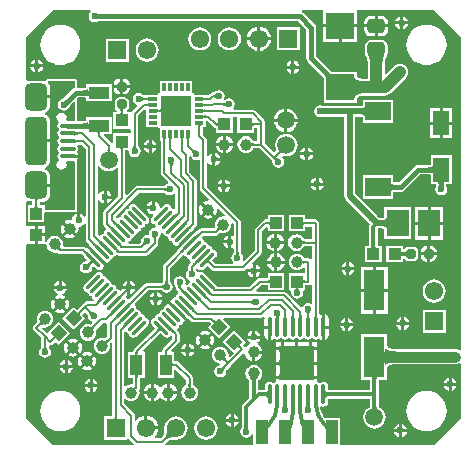
<source format=gtl>
G04 Layer_Physical_Order=1*
G04 Layer_Color=255*
%FSLAX25Y25*%
%MOIN*%
G70*
G01*
G75*
%ADD10C,0.01181*%
%ADD11R,0.03937X0.07874*%
%ADD12R,0.07087X0.13780*%
%ADD13O,0.01378X0.06693*%
%ADD14R,0.11811X0.11811*%
%ADD15C,0.03937*%
%ADD16C,0.05906*%
%ADD17R,0.07087X0.03937*%
%ADD18P,0.05568X4X360.0*%
%ADD19R,0.09843X0.09843*%
%ADD20R,0.02874X0.01181*%
%ADD21R,0.01181X0.02874*%
%ADD22R,0.08661X0.06299*%
%ADD23R,0.03937X0.03937*%
%ADD24P,0.05568X4X270.0*%
%ADD25R,0.03937X0.07087*%
%ADD26R,0.03937X0.03937*%
%ADD27R,0.09449X0.08661*%
G04:AMPARAMS|DCode=28|XSize=59.06mil|YSize=47.24mil|CornerRadius=11.81mil|HoleSize=0mil|Usage=FLASHONLY|Rotation=0.000|XOffset=0mil|YOffset=0mil|HoleType=Round|Shape=RoundedRectangle|*
%AMROUNDEDRECTD28*
21,1,0.05906,0.02362,0,0,0.0*
21,1,0.03543,0.04724,0,0,0.0*
1,1,0.02362,0.01772,-0.01181*
1,1,0.02362,-0.01772,-0.01181*
1,1,0.02362,-0.01772,0.01181*
1,1,0.02362,0.01772,0.01181*
%
%ADD28ROUNDEDRECTD28*%
%ADD29R,0.05512X0.07874*%
%ADD30R,0.07480X0.08976*%
G04:AMPARAMS|DCode=31|XSize=31.5mil|YSize=31.5mil|CornerRadius=7.87mil|HoleSize=0mil|Usage=FLASHONLY|Rotation=90.000|XOffset=0mil|YOffset=0mil|HoleType=Round|Shape=RoundedRectangle|*
%AMROUNDEDRECTD31*
21,1,0.03150,0.01575,0,0,90.0*
21,1,0.01575,0.03150,0,0,90.0*
1,1,0.01575,0.00787,0.00787*
1,1,0.01575,0.00787,-0.00787*
1,1,0.01575,-0.00787,-0.00787*
1,1,0.01575,-0.00787,0.00787*
%
%ADD31ROUNDEDRECTD31*%
G04:AMPARAMS|DCode=32|XSize=31.5mil|YSize=31.5mil|CornerRadius=7.87mil|HoleSize=0mil|Usage=FLASHONLY|Rotation=180.000|XOffset=0mil|YOffset=0mil|HoleType=Round|Shape=RoundedRectangle|*
%AMROUNDEDRECTD32*
21,1,0.03150,0.01575,0,0,180.0*
21,1,0.01575,0.03150,0,0,180.0*
1,1,0.01575,-0.00787,0.00787*
1,1,0.01575,0.00787,0.00787*
1,1,0.01575,0.00787,-0.00787*
1,1,0.01575,-0.00787,-0.00787*
%
%ADD32ROUNDEDRECTD32*%
G04:AMPARAMS|DCode=33|XSize=90.55mil|YSize=74.8mil|CornerRadius=18.7mil|HoleSize=0mil|Usage=FLASHONLY|Rotation=90.000|XOffset=0mil|YOffset=0mil|HoleType=Round|Shape=RoundedRectangle|*
%AMROUNDEDRECTD33*
21,1,0.09055,0.03740,0,0,90.0*
21,1,0.05315,0.07480,0,0,90.0*
1,1,0.03740,0.01870,0.02658*
1,1,0.03740,0.01870,-0.02658*
1,1,0.03740,-0.01870,-0.02658*
1,1,0.03740,-0.01870,0.02658*
%
%ADD33ROUNDEDRECTD33*%
G04:AMPARAMS|DCode=34|XSize=161.42mil|YSize=74.8mil|CornerRadius=18.7mil|HoleSize=0mil|Usage=FLASHONLY|Rotation=90.000|XOffset=0mil|YOffset=0mil|HoleType=Round|Shape=RoundedRectangle|*
%AMROUNDEDRECTD34*
21,1,0.16142,0.03740,0,0,90.0*
21,1,0.12402,0.07480,0,0,90.0*
1,1,0.03740,0.01870,0.06201*
1,1,0.03740,0.01870,-0.06201*
1,1,0.03740,-0.01870,-0.06201*
1,1,0.03740,-0.01870,0.06201*
%
%ADD34ROUNDEDRECTD34*%
%ADD35O,0.05315X0.01575*%
G04:AMPARAMS|DCode=36|XSize=11.81mil|YSize=66.93mil|CornerRadius=0mil|HoleSize=0mil|Usage=FLASHONLY|Rotation=135.000|XOffset=0mil|YOffset=0mil|HoleType=Round|Shape=Round|*
%AMOVALD36*
21,1,0.05512,0.01181,0.00000,0.00000,225.0*
1,1,0.01181,0.01949,0.01949*
1,1,0.01181,-0.01949,-0.01949*
%
%ADD36OVALD36*%

G04:AMPARAMS|DCode=37|XSize=11.81mil|YSize=66.93mil|CornerRadius=0mil|HoleSize=0mil|Usage=FLASHONLY|Rotation=225.000|XOffset=0mil|YOffset=0mil|HoleType=Round|Shape=Round|*
%AMOVALD37*
21,1,0.05512,0.01181,0.00000,0.00000,315.0*
1,1,0.01181,-0.01949,0.01949*
1,1,0.01181,0.01949,-0.01949*
%
%ADD37OVALD37*%

%ADD38C,0.03937*%
%ADD39C,0.00787*%
%ADD40C,0.03543*%
%ADD41C,0.01575*%
%ADD42C,0.01969*%
%ADD43C,0.01378*%
%ADD44C,0.06102*%
%ADD45R,0.06102X0.06102*%
%ADD46R,0.06102X0.06102*%
%ADD47C,0.02362*%
G36*
X99313Y45590D02*
X99333Y45334D01*
X99350Y45216D01*
X99399Y45001D01*
X99431Y44904D01*
X99467Y44814D01*
X99509Y44730D01*
X99555Y44654D01*
X98280D01*
X98326Y44730D01*
X98368Y44814D01*
X98404Y44904D01*
X98436Y45001D01*
X98463Y45105D01*
X98485Y45216D01*
X98514Y45458D01*
X98521Y45590D01*
X98524Y45728D01*
X99311D01*
X99313Y45590D01*
D02*
G37*
G36*
X50968Y29847D02*
X50992Y29779D01*
X51032Y29721D01*
X51088Y29669D01*
X51160Y29626D01*
X51248Y29591D01*
X51352Y29563D01*
X51472Y29543D01*
X51608Y29531D01*
X51760Y29528D01*
Y28740D01*
X51608Y28736D01*
X51472Y28724D01*
X51352Y28705D01*
X51248Y28677D01*
X51160Y28642D01*
X51088Y28598D01*
X51032Y28547D01*
X50992Y28488D01*
X50968Y28421D01*
X50960Y28346D01*
Y29921D01*
X50968Y29847D01*
D02*
G37*
G36*
X85488Y98343D02*
X85573Y98276D01*
X85662Y98218D01*
X85755Y98167D01*
X85853Y98125D01*
X85955Y98090D01*
X86061Y98064D01*
X86172Y98045D01*
X86286Y98034D01*
X86405Y98031D01*
X85236Y96862D01*
X85233Y96981D01*
X85223Y97096D01*
X85204Y97207D01*
X85177Y97313D01*
X85143Y97415D01*
X85100Y97513D01*
X85050Y97606D01*
X84991Y97695D01*
X84925Y97780D01*
X84850Y97860D01*
X85407Y98417D01*
X85488Y98343D01*
D02*
G37*
G36*
X96754Y45590D02*
X96774Y45334D01*
X96791Y45216D01*
X96840Y45001D01*
X96872Y44904D01*
X96908Y44814D01*
X96950Y44730D01*
X96996Y44654D01*
X95721D01*
X95767Y44730D01*
X95808Y44814D01*
X95845Y44904D01*
X95877Y45001D01*
X95904Y45105D01*
X95925Y45216D01*
X95955Y45458D01*
X95962Y45590D01*
X95965Y45728D01*
X96752D01*
X96754Y45590D01*
D02*
G37*
G36*
X122059Y35096D02*
X122166Y34795D01*
X122343Y34530D01*
X122592Y34299D01*
X122912Y34104D01*
X123303Y33945D01*
X123765Y33821D01*
X124299Y33732D01*
X124903Y33679D01*
X125578Y33661D01*
Y30118D01*
X124903Y30100D01*
X124299Y30047D01*
X123765Y29959D01*
X123303Y29835D01*
X122912Y29675D01*
X122592Y29480D01*
X122343Y29250D01*
X122166Y28984D01*
X122059Y28683D01*
X122023Y28346D01*
Y35433D01*
X122059Y35096D01*
D02*
G37*
G36*
X31399Y45969D02*
X31343Y45953D01*
X31281Y45928D01*
X31214Y45893D01*
X31141Y45848D01*
X31063Y45793D01*
X30890Y45654D01*
X30695Y45476D01*
X30589Y45373D01*
X30032Y45929D01*
X30136Y46035D01*
X30453Y46403D01*
X30507Y46482D01*
X30552Y46554D01*
X30588Y46622D01*
X30613Y46683D01*
X30628Y46739D01*
X31399Y45969D01*
D02*
G37*
G36*
X42189Y113991D02*
Y112248D01*
X42402D01*
Y108524D01*
X46441D01*
Y107917D01*
X47047D01*
Y104695D01*
X47044Y104677D01*
X47047Y104660D01*
Y103878D01*
X47221D01*
Y93110D01*
X47221Y93110D01*
X47313Y92649D01*
X47574Y92259D01*
X49797Y90036D01*
X49632Y89493D01*
X49429Y89453D01*
X48778Y89018D01*
X48721Y88933D01*
X48689Y88906D01*
X48647Y88877D01*
X48609Y88854D01*
X48571Y88835D01*
X48535Y88821D01*
X48499Y88810D01*
X48462Y88803D01*
X39370D01*
X39370Y88803D01*
X38909Y88711D01*
X38519Y88450D01*
X35918Y85850D01*
X35456Y86041D01*
Y100787D01*
X36260D01*
X36577Y100401D01*
X36576Y100394D01*
X36728Y99626D01*
X37163Y98975D01*
X37815Y98539D01*
X38583Y98387D01*
X39351Y98539D01*
X40002Y98975D01*
X40437Y99626D01*
X40590Y100394D01*
X40437Y101162D01*
X40002Y101813D01*
X39917Y101869D01*
X39891Y101902D01*
X39861Y101943D01*
X39838Y101982D01*
X39819Y102019D01*
X39805Y102055D01*
X39794Y102092D01*
X39787Y102128D01*
Y112296D01*
X41689Y114199D01*
X42189Y113991D01*
D02*
G37*
G36*
X58126Y100902D02*
X58210Y100836D01*
X58299Y100777D01*
X58393Y100726D01*
X58491Y100684D01*
X58592Y100649D01*
X58699Y100623D01*
X58809Y100604D01*
X58924Y100593D01*
X59043Y100591D01*
X57874Y99421D01*
X57871Y99540D01*
X57861Y99655D01*
X57842Y99766D01*
X57815Y99872D01*
X57781Y99974D01*
X57738Y100072D01*
X57688Y100165D01*
X57629Y100254D01*
X57563Y100339D01*
X57488Y100420D01*
X58045Y100976D01*
X58126Y100902D01*
D02*
G37*
G36*
X94195Y45590D02*
X94215Y45334D01*
X94232Y45216D01*
X94281Y45001D01*
X94313Y44904D01*
X94349Y44814D01*
X94390Y44730D01*
X94437Y44654D01*
X93161D01*
X93208Y44730D01*
X93249Y44814D01*
X93286Y44904D01*
X93318Y45001D01*
X93344Y45105D01*
X93366Y45216D01*
X93396Y45458D01*
X93403Y45590D01*
X93405Y45728D01*
X94193D01*
X94195Y45590D01*
D02*
G37*
G36*
X89077D02*
X89097Y45334D01*
X89114Y45216D01*
X89163Y45001D01*
X89194Y44904D01*
X89231Y44814D01*
X89272Y44730D01*
X89319Y44654D01*
X88043D01*
X88090Y44730D01*
X88131Y44814D01*
X88168Y44904D01*
X88200Y45001D01*
X88226Y45105D01*
X88248Y45216D01*
X88278Y45458D01*
X88285Y45590D01*
X88287Y45728D01*
X89075D01*
X89077Y45590D01*
D02*
G37*
G36*
X63549Y64142D02*
X63519Y64078D01*
X63506Y64007D01*
X63509Y63932D01*
X63529Y63850D01*
X63566Y63763D01*
X63620Y63670D01*
X63691Y63571D01*
X63779Y63467D01*
X63884Y63357D01*
X63327Y62800D01*
X63217Y62905D01*
X63112Y62992D01*
X63013Y63063D01*
X62920Y63117D01*
X62833Y63154D01*
X62752Y63174D01*
X62676Y63178D01*
X62606Y63164D01*
X62542Y63134D01*
X62483Y63087D01*
X63597Y64200D01*
X63549Y64142D01*
D02*
G37*
G36*
X32791Y44577D02*
X32735Y44561D01*
X32673Y44536D01*
X32606Y44501D01*
X32533Y44456D01*
X32455Y44401D01*
X32282Y44262D01*
X32087Y44084D01*
X31981Y43981D01*
X31424Y44537D01*
X31528Y44643D01*
X31845Y45011D01*
X31899Y45090D01*
X31944Y45162D01*
X31979Y45230D01*
X32005Y45291D01*
X32020Y45347D01*
X32791Y44577D01*
D02*
G37*
G36*
X86516Y45712D02*
X86949D01*
X86866Y45625D01*
X86793Y45537D01*
X86728Y45445D01*
X86672Y45351D01*
X86624Y45255D01*
X86585Y45156D01*
X86576Y45124D01*
X86604Y45001D01*
X86635Y44904D01*
X86672Y44814D01*
X86713Y44730D01*
X86760Y44654D01*
X85484D01*
X85531Y44730D01*
X85572Y44814D01*
X85609Y44904D01*
X85641Y45001D01*
X85667Y45105D01*
X85670Y45119D01*
X85659Y45156D01*
X85620Y45255D01*
X85572Y45351D01*
X85516Y45445D01*
X85451Y45537D01*
X85378Y45625D01*
X85295Y45712D01*
X85728D01*
X85728Y45728D01*
X86516D01*
X86516Y45712D01*
D02*
G37*
G36*
X91636Y45590D02*
X91656Y45334D01*
X91673Y45216D01*
X91722Y45001D01*
X91753Y44904D01*
X91790Y44814D01*
X91831Y44730D01*
X91878Y44654D01*
X90602D01*
X90649Y44730D01*
X90690Y44814D01*
X90727Y44904D01*
X90759Y45001D01*
X90785Y45105D01*
X90807Y45216D01*
X90837Y45458D01*
X90844Y45590D01*
X90847Y45728D01*
X91634D01*
X91636Y45590D01*
D02*
G37*
G36*
X51532Y96314D02*
X51458Y96226D01*
X51393Y96134D01*
X51337Y96040D01*
X51289Y95944D01*
X51250Y95845D01*
X51220Y95743D01*
X51198Y95638D01*
X51185Y95531D01*
X51181Y95422D01*
X50394D01*
X50389Y95531D01*
X50376Y95638D01*
X50355Y95743D01*
X50324Y95845D01*
X50285Y95944D01*
X50238Y96040D01*
X50182Y96134D01*
X50116Y96226D01*
X50043Y96314D01*
X49961Y96401D01*
X51614D01*
X51532Y96314D01*
D02*
G37*
G36*
X94561Y64098D02*
X94612Y64031D01*
X94675Y63972D01*
X94749Y63921D01*
X94835Y63878D01*
X94932Y63842D01*
X95040Y63815D01*
X95159Y63795D01*
X95290Y63784D01*
X95433Y63779D01*
Y62992D01*
X95290Y62988D01*
X95159Y62976D01*
X95040Y62957D01*
X94932Y62929D01*
X94835Y62894D01*
X94749Y62850D01*
X94675Y62799D01*
X94612Y62740D01*
X94561Y62673D01*
X94521Y62598D01*
Y64173D01*
X94561Y64098D01*
D02*
G37*
G36*
X59516Y62950D02*
X59460Y62935D01*
X59398Y62910D01*
X59331Y62874D01*
X59259Y62830D01*
X59180Y62775D01*
X59007Y62636D01*
X58812Y62458D01*
X58706Y62354D01*
X58149Y62911D01*
X58253Y63017D01*
X58570Y63385D01*
X58625Y63463D01*
X58670Y63536D01*
X58705Y63603D01*
X58730Y63665D01*
X58746Y63721D01*
X59516Y62950D01*
D02*
G37*
G36*
X18515Y104407D02*
X18620Y104349D01*
X18728Y104299D01*
X18839Y104255D01*
X18953Y104218D01*
X19070Y104188D01*
X19190Y104164D01*
X19313Y104147D01*
X19439Y104137D01*
X19567Y104134D01*
Y103347D01*
X19439Y103343D01*
X19313Y103333D01*
X19190Y103316D01*
X19070Y103293D01*
X18953Y103262D01*
X18839Y103225D01*
X18728Y103182D01*
X18620Y103131D01*
X18515Y103074D01*
X18413Y103010D01*
Y104471D01*
X18515Y104407D01*
D02*
G37*
G36*
X23992Y46965D02*
X24077Y46898D01*
X24166Y46840D01*
X24259Y46790D01*
X24357Y46747D01*
X24459Y46712D01*
X24565Y46686D01*
X24676Y46667D01*
X24790Y46656D01*
X24909Y46654D01*
X23740Y45484D01*
X23738Y45603D01*
X23727Y45718D01*
X23708Y45829D01*
X23681Y45935D01*
X23647Y46037D01*
X23604Y46135D01*
X23554Y46228D01*
X23495Y46317D01*
X23429Y46402D01*
X23354Y46483D01*
X23911Y47039D01*
X23992Y46965D01*
D02*
G37*
G36*
X119573Y25000D02*
X119472Y24965D01*
X119384Y24906D01*
X119307Y24823D01*
X119242Y24717D01*
X119189Y24587D01*
X119148Y24433D01*
X119118Y24256D01*
X119100Y24055D01*
X119095Y23831D01*
X117913D01*
X117908Y24055D01*
X117890Y24256D01*
X117860Y24433D01*
X117819Y24587D01*
X117766Y24717D01*
X117701Y24823D01*
X117624Y24906D01*
X117535Y24965D01*
X117435Y25000D01*
X117323Y25012D01*
X119685D01*
X119573Y25000D01*
D02*
G37*
G36*
X79302Y24583D02*
X79201Y24476D01*
X79113Y24358D01*
X79036Y24227D01*
X78971Y24085D01*
X78918Y23930D01*
X78877Y23764D01*
X78847Y23586D01*
X78829Y23395D01*
X78823Y23193D01*
X77642D01*
X77636Y23395D01*
X77619Y23586D01*
X77589Y23764D01*
X77548Y23930D01*
X77495Y24085D01*
X77430Y24227D01*
X77353Y24358D01*
X77264Y24476D01*
X77164Y24583D01*
X77052Y24677D01*
X79414D01*
X79302Y24583D01*
D02*
G37*
G36*
X50937Y104669D02*
X50906Y104646D01*
X50878Y104606D01*
X50854Y104551D01*
X50834Y104481D01*
X50817Y104394D01*
X50804Y104291D01*
X50789Y104040D01*
X50787Y103890D01*
X50000D01*
X49998Y104040D01*
X49970Y104394D01*
X49954Y104481D01*
X49933Y104551D01*
X49909Y104606D01*
X49882Y104646D01*
X49850Y104669D01*
X49815Y104677D01*
X50972D01*
X50937Y104669D01*
D02*
G37*
G36*
X54874D02*
X54843Y104646D01*
X54815Y104606D01*
X54791Y104551D01*
X54771Y104481D01*
X54754Y104394D01*
X54741Y104291D01*
X54726Y104040D01*
X54724Y103890D01*
X53937D01*
X53935Y104040D01*
X53907Y104394D01*
X53891Y104481D01*
X53870Y104551D01*
X53846Y104606D01*
X53819Y104646D01*
X53787Y104669D01*
X53752Y104677D01*
X54909D01*
X54874Y104669D01*
D02*
G37*
G36*
X97103Y46807D02*
X97029Y46718D01*
X96964Y46626D01*
X96908Y46532D01*
X96860Y46436D01*
X96821Y46337D01*
X96791Y46235D01*
X96769Y46130D01*
X96756Y46024D01*
X96752Y45914D01*
X95965D01*
X95960Y46024D01*
X95947Y46130D01*
X95926Y46235D01*
X95895Y46337D01*
X95856Y46436D01*
X95809Y46532D01*
X95752Y46626D01*
X95687Y46718D01*
X95614Y46807D01*
X95531Y46893D01*
X97185D01*
X97103Y46807D01*
D02*
G37*
G36*
X48969Y104669D02*
X48937Y104646D01*
X48910Y104606D01*
X48885Y104551D01*
X48865Y104481D01*
X48849Y104394D01*
X48836Y104291D01*
X48821Y104040D01*
X48819Y103890D01*
X48031D01*
X48030Y104040D01*
X48002Y104394D01*
X47985Y104481D01*
X47965Y104551D01*
X47941Y104606D01*
X47913Y104646D01*
X47882Y104669D01*
X47847Y104677D01*
X49004D01*
X48969Y104669D01*
D02*
G37*
G36*
X77435Y103272D02*
X77486Y103205D01*
X77549Y103146D01*
X77623Y103094D01*
X77709Y103051D01*
X77806Y103016D01*
X77914Y102988D01*
X78033Y102969D01*
X78164Y102957D01*
X78307Y102953D01*
Y102165D01*
X78164Y102161D01*
X78033Y102150D01*
X77914Y102130D01*
X77806Y102102D01*
X77709Y102067D01*
X77623Y102024D01*
X77549Y101972D01*
X77486Y101913D01*
X77435Y101847D01*
X77395Y101772D01*
Y103347D01*
X77435Y103272D01*
D02*
G37*
G36*
X56789Y46683D02*
X56814Y46622D01*
X56849Y46554D01*
X56894Y46482D01*
X56949Y46403D01*
X57088Y46230D01*
X57266Y46035D01*
X57369Y45929D01*
X56813Y45373D01*
X56707Y45476D01*
X56339Y45793D01*
X56260Y45848D01*
X56188Y45893D01*
X56120Y45928D01*
X56059Y45953D01*
X56002Y45969D01*
X56773Y46739D01*
X56789Y46683D01*
D02*
G37*
G36*
X58075Y60965D02*
X58088Y60858D01*
X58110Y60753D01*
X58140Y60651D01*
X58179Y60552D01*
X58227Y60456D01*
X58283Y60362D01*
X58348Y60270D01*
X58422Y60182D01*
X58504Y60095D01*
X56850D01*
X56933Y60182D01*
X57006Y60270D01*
X57071Y60362D01*
X57128Y60456D01*
X57175Y60552D01*
X57214Y60651D01*
X57244Y60753D01*
X57266Y60858D01*
X57279Y60965D01*
X57284Y61074D01*
X58071D01*
X58075Y60965D01*
D02*
G37*
G36*
X87718Y99793D02*
X87645Y99826D01*
X87568Y99844D01*
X87488Y99848D01*
X87404Y99836D01*
X87317Y99810D01*
X87226Y99769D01*
X87131Y99713D01*
X87033Y99643D01*
X86931Y99558D01*
X86826Y99458D01*
X86269Y100014D01*
X86369Y100120D01*
X86454Y100222D01*
X86524Y100320D01*
X86580Y100415D01*
X86621Y100506D01*
X86647Y100593D01*
X86659Y100677D01*
X86655Y100757D01*
X86637Y100834D01*
X86604Y100907D01*
X87718Y99793D01*
D02*
G37*
G36*
X119632Y30479D02*
X119519Y30267D01*
X119419Y30002D01*
X119333Y29685D01*
X119260Y29316D01*
X119201Y28893D01*
X119121Y27890D01*
X119095Y26676D01*
X117913D01*
X117907Y27309D01*
X117748Y29316D01*
X117675Y29685D01*
X117588Y30002D01*
X117489Y30267D01*
X117376Y30479D01*
X117250Y30638D01*
X119757D01*
X119632Y30479D01*
D02*
G37*
G36*
X34965Y101591D02*
X34898Y101567D01*
X34839Y101527D01*
X34787Y101471D01*
X34744Y101399D01*
X34709Y101311D01*
X34681Y101207D01*
X34661Y101087D01*
X34650Y100951D01*
X34646Y100799D01*
X33858D01*
X33854Y100951D01*
X33843Y101087D01*
X33823Y101207D01*
X33795Y101311D01*
X33760Y101399D01*
X33716Y101471D01*
X33665Y101527D01*
X33606Y101567D01*
X33539Y101591D01*
X33465Y101599D01*
X35039D01*
X34965Y101591D01*
D02*
G37*
G36*
X38981Y102106D02*
X38994Y101999D01*
X39015Y101895D01*
X39046Y101793D01*
X39085Y101694D01*
X39132Y101597D01*
X39189Y101504D01*
X39254Y101412D01*
X39327Y101323D01*
X39409Y101237D01*
X37756D01*
X37838Y101323D01*
X37912Y101412D01*
X37977Y101504D01*
X38033Y101597D01*
X38081Y101694D01*
X38120Y101793D01*
X38150Y101895D01*
X38172Y101999D01*
X38185Y102106D01*
X38189Y102216D01*
X38976D01*
X38981Y102106D01*
D02*
G37*
G36*
X39886Y25607D02*
X39819Y25583D01*
X39760Y25543D01*
X39709Y25487D01*
X39665Y25415D01*
X39630Y25327D01*
X39602Y25223D01*
X39583Y25103D01*
X39571Y24967D01*
X39567Y24815D01*
X38780D01*
X38776Y24967D01*
X38764Y25103D01*
X38744Y25223D01*
X38717Y25327D01*
X38681Y25415D01*
X38638Y25487D01*
X38587Y25543D01*
X38528Y25583D01*
X38461Y25607D01*
X38386Y25615D01*
X39961D01*
X39886Y25607D01*
D02*
G37*
G36*
X30319Y101009D02*
X30331Y100877D01*
X30350Y100758D01*
X30378Y100652D01*
X30413Y100558D01*
X30457Y100478D01*
X30508Y100411D01*
X30567Y100356D01*
X30634Y100315D01*
X30709Y100287D01*
X29134D01*
X29209Y100315D01*
X29276Y100356D01*
X29335Y100411D01*
X29386Y100478D01*
X29429Y100558D01*
X29465Y100652D01*
X29492Y100758D01*
X29512Y100877D01*
X29524Y101009D01*
X29528Y101155D01*
X30315D01*
X30319Y101009D01*
D02*
G37*
G36*
X39570Y33222D02*
X39594Y32998D01*
X39614Y32906D01*
X39641Y32829D01*
X39674Y32766D01*
X39713Y32716D01*
X39757Y32681D01*
X39808Y32660D01*
X39864Y32653D01*
X38482D01*
X38539Y32660D01*
X38589Y32681D01*
X38634Y32716D01*
X38673Y32766D01*
X38705Y32829D01*
X38732Y32906D01*
X38753Y32998D01*
X38768Y33103D01*
X38776Y33222D01*
X38780Y33356D01*
X39567D01*
X39570Y33222D01*
D02*
G37*
G36*
X67338Y74009D02*
X67256Y74033D01*
X67173Y74044D01*
X67087Y74041D01*
X66998Y74025D01*
X66907Y73995D01*
X66813Y73952D01*
X66717Y73895D01*
X66619Y73824D01*
X66518Y73740D01*
X66414Y73642D01*
X65858Y74199D01*
X65956Y74302D01*
X66040Y74403D01*
X66110Y74502D01*
X66167Y74598D01*
X66211Y74691D01*
X66241Y74782D01*
X66257Y74871D01*
X66260Y74957D01*
X66249Y75041D01*
X66224Y75122D01*
X67338Y74009D01*
D02*
G37*
G36*
X30695Y75390D02*
X31063Y75073D01*
X31141Y75018D01*
X31214Y74973D01*
X31281Y74938D01*
X31343Y74913D01*
X31399Y74897D01*
X30628Y74127D01*
X30613Y74183D01*
X30588Y74245D01*
X30552Y74312D01*
X30507Y74385D01*
X30453Y74463D01*
X30314Y74636D01*
X30136Y74831D01*
X30032Y74937D01*
X30589Y75494D01*
X30695Y75390D01*
D02*
G37*
G36*
X35575Y41793D02*
X35519Y41777D01*
X35457Y41752D01*
X35390Y41717D01*
X35317Y41672D01*
X35239Y41617D01*
X35066Y41478D01*
X34871Y41300D01*
X34765Y41197D01*
X34208Y41753D01*
X34312Y41859D01*
X34628Y42228D01*
X34683Y42306D01*
X34728Y42379D01*
X34763Y42446D01*
X34789Y42507D01*
X34804Y42564D01*
X35575Y41793D01*
D02*
G37*
G36*
X71630Y76076D02*
Y72327D01*
X71189Y72091D01*
X71127Y72133D01*
X70776Y72203D01*
Y70079D01*
Y67954D01*
X71127Y68024D01*
X71189Y68066D01*
X71630Y67830D01*
Y66498D01*
X71623Y66462D01*
X71612Y66425D01*
X71598Y66389D01*
X71579Y66352D01*
X71556Y66313D01*
X71527Y66272D01*
X71500Y66240D01*
X71415Y66183D01*
X70980Y65532D01*
X70828Y64764D01*
X70980Y63996D01*
X71415Y63345D01*
X71455Y63318D01*
X71303Y62818D01*
X65568D01*
X64476Y63910D01*
X65573Y65007D01*
X65878Y65463D01*
X65985Y66001D01*
X65878Y66539D01*
X65573Y66994D01*
X65118Y67299D01*
X64591Y67404D01*
X64486Y67930D01*
X64181Y68386D01*
X63726Y68691D01*
X63199Y68796D01*
X63094Y69322D01*
X62789Y69778D01*
X62334Y70083D01*
X61807Y70187D01*
X61702Y70714D01*
X61398Y71170D01*
X61173Y71320D01*
X61082Y71839D01*
X61424Y72221D01*
X65641D01*
X65641Y72221D01*
X66102Y72313D01*
X66492Y72574D01*
X67092Y73173D01*
X67111Y73189D01*
X67157Y73222D01*
X67165Y73227D01*
X67337Y73156D01*
X68057Y73061D01*
X68776Y73156D01*
X69446Y73434D01*
X70022Y73875D01*
X70464Y74451D01*
X70742Y75121D01*
X70836Y75841D01*
X70788Y76212D01*
X71261Y76445D01*
X71630Y76076D01*
D02*
G37*
G36*
X25177Y41549D02*
X25079Y41446D01*
X24995Y41345D01*
X24924Y41246D01*
X24867Y41150D01*
X24824Y41057D01*
X24794Y40966D01*
X24778Y40877D01*
X24775Y40791D01*
X24786Y40707D01*
X24811Y40626D01*
X23697Y41740D01*
X23778Y41715D01*
X23862Y41704D01*
X23948Y41707D01*
X24037Y41723D01*
X24128Y41753D01*
X24221Y41796D01*
X24317Y41853D01*
X24416Y41924D01*
X24517Y42008D01*
X24620Y42106D01*
X25177Y41549D01*
D02*
G37*
G36*
X32087Y76782D02*
X32455Y76465D01*
X32533Y76410D01*
X32606Y76365D01*
X32673Y76330D01*
X32735Y76305D01*
X32791Y76289D01*
X32020Y75519D01*
X32005Y75575D01*
X31979Y75637D01*
X31944Y75704D01*
X31899Y75776D01*
X31845Y75855D01*
X31706Y76028D01*
X31528Y76223D01*
X31424Y76329D01*
X31981Y76886D01*
X32087Y76782D01*
D02*
G37*
G36*
X57369Y74937D02*
X57266Y74831D01*
X56949Y74463D01*
X56894Y74385D01*
X56849Y74312D01*
X56814Y74245D01*
X56789Y74183D01*
X56773Y74127D01*
X56002Y74897D01*
X56059Y74913D01*
X56120Y74938D01*
X56188Y74973D01*
X56260Y75018D01*
X56339Y75073D01*
X56512Y75212D01*
X56707Y75390D01*
X56813Y75494D01*
X57369Y74937D01*
D02*
G37*
G36*
X29901Y37022D02*
X29803Y36918D01*
X29719Y36817D01*
X29649Y36719D01*
X29592Y36623D01*
X29548Y36529D01*
X29518Y36438D01*
X29502Y36349D01*
X29499Y36263D01*
X29510Y36180D01*
X29535Y36099D01*
X28421Y37212D01*
X28503Y37187D01*
X28586Y37176D01*
X28672Y37179D01*
X28761Y37195D01*
X28852Y37225D01*
X28946Y37269D01*
X29042Y37326D01*
X29140Y37396D01*
X29241Y37481D01*
X29344Y37578D01*
X29901Y37022D01*
D02*
G37*
G36*
X60153Y72153D02*
X60050Y72047D01*
X59733Y71679D01*
X59678Y71601D01*
X59633Y71528D01*
X59598Y71461D01*
X59573Y71399D01*
X59557Y71343D01*
X58786Y72114D01*
X58843Y72129D01*
X58904Y72154D01*
X58972Y72190D01*
X59044Y72234D01*
X59123Y72289D01*
X59296Y72428D01*
X59491Y72606D01*
X59597Y72710D01*
X60153Y72153D01*
D02*
G37*
G36*
X42705Y69291D02*
X42586Y69289D01*
X42471Y69278D01*
X42360Y69259D01*
X42254Y69233D01*
X42152Y69198D01*
X42054Y69155D01*
X41961Y69105D01*
X41872Y69046D01*
X41787Y68980D01*
X41706Y68906D01*
X41150Y69462D01*
X41224Y69543D01*
X41291Y69628D01*
X41349Y69717D01*
X41399Y69810D01*
X41442Y69908D01*
X41477Y70010D01*
X41503Y70116D01*
X41522Y70227D01*
X41533Y70341D01*
X41535Y70461D01*
X42705Y69291D01*
D02*
G37*
G36*
X25127Y69822D02*
X25495Y69505D01*
X25574Y69451D01*
X25646Y69406D01*
X25713Y69371D01*
X25775Y69345D01*
X25831Y69330D01*
X25061Y68559D01*
X25045Y68615D01*
X25020Y68677D01*
X24985Y68744D01*
X24940Y68817D01*
X24885Y68895D01*
X24746Y69068D01*
X24568Y69263D01*
X24464Y69369D01*
X25021Y69926D01*
X25127Y69822D01*
D02*
G37*
G36*
X26519Y71214D02*
X26887Y70897D01*
X26965Y70843D01*
X27038Y70798D01*
X27105Y70762D01*
X27167Y70737D01*
X27223Y70722D01*
X26452Y69951D01*
X26437Y70007D01*
X26412Y70069D01*
X26377Y70136D01*
X26332Y70209D01*
X26277Y70287D01*
X26138Y70460D01*
X25960Y70655D01*
X25856Y70761D01*
X26413Y71318D01*
X26519Y71214D01*
D02*
G37*
G36*
X94364Y70595D02*
X94415Y70527D01*
X94478Y70468D01*
X94552Y70417D01*
X94638Y70374D01*
X94735Y70339D01*
X94843Y70311D01*
X94963Y70291D01*
X95094Y70280D01*
X95236Y70276D01*
Y69488D01*
X95094Y69484D01*
X94963Y69472D01*
X94843Y69453D01*
X94735Y69425D01*
X94638Y69390D01*
X94552Y69346D01*
X94478Y69295D01*
X94415Y69236D01*
X94364Y69169D01*
X94324Y69095D01*
Y70669D01*
X94364Y70595D01*
D02*
G37*
G36*
X34230Y69155D02*
X34237Y69130D01*
X34256Y69095D01*
X34286Y69051D01*
X34328Y68998D01*
X34447Y68862D01*
X34713Y68585D01*
X34157Y68029D01*
X34055Y68129D01*
X33646Y68486D01*
X33612Y68505D01*
X33587Y68512D01*
X33571Y68507D01*
X34235Y69171D01*
X34230Y69155D01*
D02*
G37*
G36*
X46020Y71905D02*
X45946Y71816D01*
X45882Y71725D01*
X45825Y71631D01*
X45778Y71534D01*
X45739Y71435D01*
X45708Y71333D01*
X45687Y71229D01*
X45674Y71122D01*
X45669Y71012D01*
X44882D01*
X44878Y71122D01*
X44865Y71229D01*
X44843Y71333D01*
X44813Y71435D01*
X44774Y71534D01*
X44726Y71631D01*
X44670Y71725D01*
X44605Y71816D01*
X44531Y71905D01*
X44449Y71991D01*
X46102D01*
X46020Y71905D01*
D02*
G37*
G36*
X51221Y41115D02*
X51246Y41054D01*
X51281Y40986D01*
X51326Y40914D01*
X51381Y40836D01*
X51520Y40663D01*
X51698Y40467D01*
X51802Y40361D01*
X51245Y39805D01*
X51139Y39908D01*
X50771Y40225D01*
X50693Y40280D01*
X50620Y40325D01*
X50553Y40360D01*
X50491Y40385D01*
X50435Y40401D01*
X51205Y41172D01*
X51221Y41115D01*
D02*
G37*
G36*
X47468Y40537D02*
X47409Y40584D01*
X47345Y40615D01*
X47275Y40628D01*
X47199Y40625D01*
X47118Y40605D01*
X47031Y40568D01*
X46938Y40514D01*
X46839Y40443D01*
X46734Y40355D01*
X46624Y40250D01*
X46068Y40807D01*
X46172Y40917D01*
X46260Y41022D01*
X46331Y41120D01*
X46385Y41214D01*
X46422Y41301D01*
X46442Y41382D01*
X46446Y41458D01*
X46432Y41528D01*
X46402Y41592D01*
X46354Y41651D01*
X47468Y40537D01*
D02*
G37*
G36*
X65233Y43991D02*
X65336Y43905D01*
X65433Y43835D01*
X65525Y43782D01*
X65611Y43746D01*
X65692Y43727D01*
X65767Y43724D01*
X65837Y43738D01*
X65901Y43769D01*
X65959Y43816D01*
X64846Y42702D01*
X64893Y42761D01*
X64924Y42825D01*
X64938Y42894D01*
X64935Y42970D01*
X64915Y43050D01*
X64879Y43137D01*
X64826Y43228D01*
X64757Y43326D01*
X64670Y43429D01*
X64567Y43537D01*
X65124Y44094D01*
X65233Y43991D01*
D02*
G37*
G36*
X27254Y94773D02*
X28035Y94174D01*
X28945Y93797D01*
X29921Y93669D01*
X30898Y93797D01*
X31808Y94174D01*
X32548Y94742D01*
X32862Y94681D01*
X33048Y94618D01*
Y85206D01*
X28479Y80638D01*
X28218Y80247D01*
X28126Y79786D01*
X28126Y79786D01*
Y76195D01*
X28126Y76195D01*
X28218Y75734D01*
X28479Y75344D01*
X29118Y74705D01*
X29012Y74104D01*
X28788Y73954D01*
X28483Y73498D01*
X28379Y72971D01*
X27852Y72867D01*
X27396Y72562D01*
X27246Y72338D01*
X26645Y72232D01*
X26204Y72673D01*
Y83934D01*
X26667Y84166D01*
X26704Y84161D01*
X27168Y83467D01*
X27889Y82985D01*
X28240Y82915D01*
Y85039D01*
Y87164D01*
X27889Y87094D01*
X27168Y86612D01*
X26704Y85918D01*
X26667Y85912D01*
X26204Y86145D01*
Y95351D01*
X26468Y95471D01*
X26704Y95490D01*
X27254Y94773D01*
D02*
G37*
G36*
X48499Y86387D02*
X48535Y86376D01*
X48571Y86362D01*
X48608Y86343D01*
X48647Y86320D01*
X48689Y86291D01*
X48721Y86264D01*
X48778Y86179D01*
X49429Y85744D01*
X50197Y85591D01*
X50965Y85744D01*
X51616Y86179D01*
X51642Y86218D01*
X52142Y86067D01*
Y81083D01*
X51716Y80935D01*
X51642Y80922D01*
X51198Y81218D01*
X50671Y81323D01*
X50567Y81850D01*
X50262Y82306D01*
X49806Y82610D01*
X49269Y82717D01*
X48731Y82610D01*
X48275Y82306D01*
X47359Y81389D01*
X46884Y81622D01*
X46740Y82347D01*
X46257Y83069D01*
X45536Y83551D01*
X45185Y83620D01*
Y81496D01*
X44685D01*
Y80996D01*
X42561D01*
X42630Y80645D01*
X43112Y79924D01*
X43834Y79441D01*
X44559Y79297D01*
X44792Y78822D01*
X44378Y78408D01*
X44073Y77952D01*
X43966Y77415D01*
X44073Y76877D01*
X44378Y76421D01*
X44833Y76117D01*
X45360Y76012D01*
X45465Y75485D01*
X45597Y75288D01*
X45296Y74838D01*
X45276Y74842D01*
X44508Y74689D01*
X43856Y74254D01*
X43421Y73603D01*
X43277Y72878D01*
X43213Y72727D01*
X42924Y72438D01*
X42717Y72479D01*
X41949Y72327D01*
X41297Y71892D01*
X40862Y71241D01*
X40709Y70472D01*
X40729Y70373D01*
X40725Y70331D01*
X40717Y70281D01*
X40706Y70237D01*
X40693Y70198D01*
X40677Y70162D01*
X40659Y70129D01*
X40639Y70098D01*
X40052Y69511D01*
X36653D01*
X36400Y69988D01*
X36566Y70463D01*
X37000Y70549D01*
X37456Y70854D01*
X37761Y71309D01*
X37865Y71836D01*
X38392Y71941D01*
X38848Y72246D01*
X39153Y72701D01*
X39257Y73228D01*
X39784Y73333D01*
X40240Y73637D01*
X40545Y74093D01*
X40649Y74620D01*
X41176Y74725D01*
X41632Y75029D01*
X41936Y75485D01*
X42041Y76012D01*
X42568Y76117D01*
X43024Y76421D01*
X43328Y76877D01*
X43435Y77415D01*
X43328Y77952D01*
X43024Y78408D01*
X39127Y82306D01*
X38671Y82610D01*
X38133Y82717D01*
X37595Y82610D01*
X37140Y82306D01*
X36835Y81850D01*
X36730Y81323D01*
X36203Y81218D01*
X35748Y80914D01*
X35443Y80458D01*
X35338Y79931D01*
X34811Y79826D01*
X34356Y79522D01*
X34051Y79066D01*
X33946Y78539D01*
X33419Y78434D01*
X32964Y78130D01*
X32373Y78057D01*
X32225Y78183D01*
X32210Y78735D01*
X39869Y86394D01*
X48462D01*
X48499Y86387D01*
D02*
G37*
G36*
X6106Y82120D02*
X6118Y81984D01*
X6138Y81864D01*
X6165Y81760D01*
X6201Y81672D01*
X6244Y81600D01*
X6295Y81544D01*
X6354Y81504D01*
X6421Y81480D01*
X6496Y81472D01*
X4921D01*
X4996Y81480D01*
X5063Y81504D01*
X5122Y81544D01*
X5173Y81600D01*
X5217Y81672D01*
X5252Y81760D01*
X5280Y81864D01*
X5299Y81984D01*
X5311Y82120D01*
X5315Y82271D01*
X6102D01*
X6106Y82120D01*
D02*
G37*
G36*
X49353Y86772D02*
X49267Y86854D01*
X49178Y86928D01*
X49087Y86993D01*
X48993Y87049D01*
X48896Y87097D01*
X48797Y87135D01*
X48695Y87166D01*
X48591Y87187D01*
X48484Y87200D01*
X48375Y87205D01*
Y87992D01*
X48484Y87997D01*
X48591Y88010D01*
X48695Y88031D01*
X48797Y88061D01*
X48896Y88100D01*
X48993Y88148D01*
X49087Y88204D01*
X49178Y88269D01*
X49267Y88343D01*
X49353Y88425D01*
Y86772D01*
D02*
G37*
G36*
X49413Y33301D02*
X49425Y33165D01*
X49445Y33045D01*
X49472Y32941D01*
X49508Y32853D01*
X49551Y32781D01*
X49602Y32725D01*
X49661Y32685D01*
X49728Y32661D01*
X49803Y32653D01*
X48228D01*
X48303Y32661D01*
X48370Y32685D01*
X48429Y32725D01*
X48480Y32781D01*
X48524Y32853D01*
X48559Y32941D01*
X48587Y33045D01*
X48606Y33165D01*
X48618Y33301D01*
X48622Y33453D01*
X49409D01*
X49413Y33301D01*
D02*
G37*
G36*
X73233Y66476D02*
X73246Y66369D01*
X73267Y66265D01*
X73298Y66163D01*
X73337Y66064D01*
X73384Y65968D01*
X73440Y65874D01*
X73506Y65782D01*
X73579Y65693D01*
X73661Y65607D01*
X72008D01*
X72090Y65693D01*
X72164Y65782D01*
X72229Y65874D01*
X72285Y65968D01*
X72333Y66064D01*
X72372Y66163D01*
X72402Y66265D01*
X72424Y66369D01*
X72437Y66476D01*
X72441Y66586D01*
X73228D01*
X73233Y66476D01*
D02*
G37*
G36*
X6421Y84449D02*
X6354Y84425D01*
X6295Y84385D01*
X6244Y84329D01*
X6201Y84257D01*
X6165Y84169D01*
X6138Y84065D01*
X6118Y83945D01*
X6106Y83809D01*
X6102Y83657D01*
X5315D01*
X5311Y83809D01*
X5299Y83945D01*
X5280Y84065D01*
X5252Y84169D01*
X5217Y84257D01*
X5173Y84329D01*
X5122Y84385D01*
X5063Y84425D01*
X4996Y84449D01*
X4921Y84457D01*
X6496D01*
X6421Y84449D01*
D02*
G37*
G36*
X32847Y67841D02*
X32873Y67779D01*
X32908Y67712D01*
X32953Y67639D01*
X33007Y67561D01*
X33146Y67388D01*
X33324Y67193D01*
X33428Y67087D01*
X32871Y66530D01*
X32765Y66634D01*
X32397Y66951D01*
X32319Y67005D01*
X32246Y67050D01*
X32179Y67085D01*
X32117Y67111D01*
X32061Y67126D01*
X32832Y67897D01*
X32847Y67841D01*
D02*
G37*
G36*
X94681Y77091D02*
X94705Y77024D01*
X94744Y76964D01*
X94799Y76913D01*
X94870Y76870D01*
X94956Y76835D01*
X95059Y76807D01*
X95177Y76787D01*
X95311Y76776D01*
X95460Y76772D01*
Y75984D01*
X95311Y75980D01*
X95177Y75968D01*
X95059Y75949D01*
X94956Y75921D01*
X94870Y75886D01*
X94799Y75842D01*
X94744Y75791D01*
X94705Y75732D01*
X94681Y75665D01*
X94673Y75590D01*
Y77165D01*
X94681Y77091D01*
D02*
G37*
G36*
X22221Y101211D02*
Y78687D01*
X21721Y78536D01*
X21454Y78935D01*
X20733Y79417D01*
X20382Y79487D01*
Y77362D01*
X19382D01*
Y79487D01*
X19031Y79417D01*
X18309Y78935D01*
X17827Y78213D01*
X17727Y77710D01*
X17658Y77362D01*
X17177Y77310D01*
X16876Y77350D01*
X16101Y77248D01*
X15379Y76949D01*
X15158Y76780D01*
X17229Y74709D01*
X19300Y72639D01*
X19469Y72859D01*
X19768Y73581D01*
X19870Y74356D01*
X19830Y74657D01*
X19882Y75138D01*
X20230Y75208D01*
X20733Y75308D01*
X21454Y75790D01*
X21721Y76189D01*
X22221Y76037D01*
Y70965D01*
X22221Y70965D01*
X22313Y70504D01*
X22574Y70113D01*
X23370Y69318D01*
X23328Y68985D01*
X26516Y65798D01*
X29541Y62773D01*
X29609Y62875D01*
X29733Y63495D01*
X29726Y63527D01*
X30041Y63589D01*
X30496Y63894D01*
X30801Y64350D01*
X30906Y64876D01*
X31433Y64981D01*
X31888Y65286D01*
X32043Y65518D01*
X32057Y65532D01*
X32611Y65682D01*
X32689Y65671D01*
X32765Y65620D01*
X33226Y65528D01*
X33226Y65528D01*
X42317D01*
X42317Y65528D01*
X42778Y65620D01*
X43169Y65881D01*
X46127Y68839D01*
X46127Y68839D01*
X46388Y69230D01*
X46480Y69691D01*
X46480Y69691D01*
Y71100D01*
X46487Y71137D01*
X46498Y71173D01*
X46512Y71209D01*
X46531Y71246D01*
X46554Y71285D01*
X46584Y71327D01*
X46610Y71359D01*
X46695Y71415D01*
X47130Y72067D01*
X47283Y72835D01*
X47255Y72974D01*
X47426Y73143D01*
X47690Y73313D01*
X48156Y73169D01*
X48249Y72701D01*
X48553Y72246D01*
X49009Y71941D01*
X49536Y71836D01*
X49641Y71309D01*
X49945Y70854D01*
X50401Y70549D01*
X50928Y70444D01*
X51033Y69917D01*
X51337Y69462D01*
X51793Y69157D01*
X52107Y69095D01*
X52101Y69063D01*
X52224Y68443D01*
X52293Y68340D01*
X55318Y71365D01*
X58506Y74553D01*
X58464Y74885D01*
X58922Y75344D01*
X58922Y75344D01*
X59183Y75734D01*
X59275Y76195D01*
X59275Y76195D01*
Y90354D01*
X59183Y90815D01*
X58922Y91206D01*
X58922Y91206D01*
X56716Y93412D01*
Y98457D01*
X57179Y98625D01*
X57216Y98619D01*
X57636Y97990D01*
X58287Y97555D01*
X59055Y97402D01*
X59713Y97533D01*
X60213Y97260D01*
Y87992D01*
X60213Y87992D01*
X60305Y87531D01*
X60566Y87141D01*
X63403Y84303D01*
X63169Y83830D01*
X63046Y83846D01*
X62271Y83744D01*
X61549Y83445D01*
X61329Y83276D01*
X63399Y81205D01*
X65470Y79135D01*
X65639Y79355D01*
X65938Y80077D01*
X66040Y80852D01*
X66023Y80976D01*
X66497Y81209D01*
X68661Y79045D01*
X68427Y78572D01*
X68057Y78621D01*
X67337Y78526D01*
X66667Y78248D01*
X66091Y77807D01*
X65649Y77231D01*
X65372Y76560D01*
X65277Y75841D01*
X65372Y75121D01*
X65415Y75016D01*
X65110Y74629D01*
X60869D01*
X60869Y74629D01*
X60408Y74538D01*
X60017Y74277D01*
X59545Y73805D01*
X59213Y73846D01*
X56025Y70658D01*
X52837Y67470D01*
X52879Y67138D01*
X48361Y62621D01*
X48100Y62230D01*
X48008Y61769D01*
X48008Y61769D01*
Y56853D01*
X48001Y56816D01*
X47990Y56780D01*
X47976Y56744D01*
X47958Y56707D01*
X47934Y56667D01*
X47905Y56626D01*
X47878Y56594D01*
X47793Y56537D01*
X47737Y56453D01*
X47705Y56426D01*
X47663Y56397D01*
X47624Y56373D01*
X47587Y56355D01*
X47551Y56341D01*
X47515Y56330D01*
X47478Y56322D01*
X42562D01*
X42101Y56231D01*
X41710Y55970D01*
X41710Y55970D01*
X36815Y51074D01*
X36214Y51180D01*
X36064Y51405D01*
X35840Y51554D01*
X35734Y52155D01*
X36114Y52535D01*
Y54421D01*
X34490D01*
X34507Y54334D01*
X34031Y53858D01*
X33430Y53964D01*
X33280Y54188D01*
X32825Y54493D01*
X32298Y54598D01*
X32193Y55124D01*
X31888Y55580D01*
X31433Y55885D01*
X30906Y55990D01*
X30801Y56516D01*
X30496Y56972D01*
X30041Y57277D01*
X29514Y57382D01*
X29409Y57908D01*
X29105Y58364D01*
X28649Y58669D01*
X28122Y58774D01*
X28017Y59300D01*
X27713Y59756D01*
X27257Y60061D01*
X26719Y60168D01*
X26181Y60061D01*
X25726Y59756D01*
X21828Y55859D01*
X21524Y55403D01*
X21417Y54865D01*
X21524Y54328D01*
X21828Y53872D01*
X22284Y53567D01*
X22811Y53462D01*
X22916Y52936D01*
X23220Y52480D01*
X23676Y52175D01*
X24203Y52071D01*
X24307Y51544D01*
X24612Y51088D01*
X24836Y50938D01*
X24857Y50880D01*
X24717Y50417D01*
X22835D01*
X22374Y50325D01*
X21983Y50064D01*
X21983Y50064D01*
X21097Y49178D01*
X21097Y49178D01*
X19351Y47432D01*
X18253Y48529D01*
X14356Y44631D01*
X18253Y40734D01*
X22151Y44631D01*
X21054Y45729D01*
X22008Y46683D01*
X22843Y45847D01*
X22864Y45816D01*
X22882Y45783D01*
X22897Y45747D01*
X22911Y45708D01*
X22922Y45664D01*
X22930Y45614D01*
X22934Y45572D01*
X22914Y45472D01*
X23067Y44704D01*
X23502Y44053D01*
X24153Y43618D01*
X24328Y43583D01*
X24473Y43105D01*
X23942Y42575D01*
X23924Y42559D01*
X23877Y42526D01*
X23869Y42521D01*
X23697Y42592D01*
X22978Y42687D01*
X22258Y42592D01*
X21588Y42314D01*
X21012Y41873D01*
X20571Y41297D01*
X20293Y40626D01*
X20198Y39907D01*
X20293Y39188D01*
X20571Y38517D01*
X21012Y37942D01*
X21588Y37500D01*
X22258Y37222D01*
X22978Y37127D01*
X23697Y37222D01*
X24368Y37500D01*
X24943Y37942D01*
X25385Y38517D01*
X25663Y39188D01*
X25758Y39907D01*
X25663Y40626D01*
X25592Y40798D01*
X25597Y40807D01*
X25630Y40853D01*
X25645Y40872D01*
X27861Y43087D01*
X28833D01*
X28955Y43082D01*
X29308Y42648D01*
Y38688D01*
X28667Y38047D01*
X28648Y38032D01*
X28602Y37998D01*
X28594Y37993D01*
X28422Y38065D01*
X27702Y38159D01*
X26983Y38065D01*
X26313Y37787D01*
X25737Y37345D01*
X25295Y36769D01*
X25017Y36099D01*
X24923Y35379D01*
X25017Y34660D01*
X25295Y33990D01*
X25737Y33414D01*
X26313Y32972D01*
X26983Y32695D01*
X27702Y32600D01*
X28422Y32695D01*
X29092Y32972D01*
X29668Y33414D01*
X30110Y33990D01*
X30387Y34660D01*
X30482Y35379D01*
X30387Y36099D01*
X30316Y36271D01*
X30321Y36279D01*
X30354Y36325D01*
X30370Y36344D01*
X30657Y36631D01*
X31119Y36439D01*
Y11909D01*
X28484D01*
Y4232D01*
X36161D01*
Y4364D01*
X36222Y4411D01*
X36661Y4549D01*
X38348Y2862D01*
X38141Y2362D01*
X11417D01*
X2362Y11417D01*
Y69178D01*
X2740Y69472D01*
X2862Y69472D01*
X5209D01*
Y72441D01*
Y75410D01*
X2862D01*
X2740Y75410D01*
X2362Y75704D01*
Y83513D01*
X2862Y83847D01*
X3145Y83730D01*
X3839Y83639D01*
X4504D01*
Y82284D01*
X2953D01*
Y76772D01*
X8465D01*
Y79731D01*
X8677Y79906D01*
X18701D01*
X19008Y79967D01*
X19268Y80141D01*
X19443Y80401D01*
X19504Y80709D01*
Y96740D01*
X19496Y96779D01*
X19500Y96819D01*
X19466Y96931D01*
X19443Y97047D01*
X19420Y97080D01*
X19409Y97118D01*
X19399Y97333D01*
X19794Y97925D01*
X19833Y98122D01*
X16240D01*
Y99122D01*
X19833D01*
X19794Y99319D01*
X19399Y99911D01*
X19508Y100439D01*
X19594Y100567D01*
X19716Y101181D01*
X19594Y101796D01*
X19434Y102035D01*
X19434Y102037D01*
X19700Y102536D01*
X20896D01*
X22221Y101211D01*
D02*
G37*
G36*
X55977Y76329D02*
X55874Y76223D01*
X55557Y75855D01*
X55502Y75776D01*
X55457Y75704D01*
X55422Y75637D01*
X55397Y75575D01*
X55381Y75519D01*
X54611Y76289D01*
X54667Y76305D01*
X54729Y76330D01*
X54796Y76365D01*
X54868Y76410D01*
X54947Y76465D01*
X55120Y76604D01*
X55315Y76782D01*
X55421Y76886D01*
X55977Y76329D01*
D02*
G37*
G36*
X83685Y75590D02*
X83677Y75665D01*
X83653Y75732D01*
X83614Y75791D01*
X83557Y75842D01*
X83486Y75886D01*
X83398Y75921D01*
X83294Y75949D01*
X83174Y75968D01*
X83038Y75980D01*
X82886Y75984D01*
Y76772D01*
X83038Y76776D01*
X83174Y76787D01*
X83294Y76807D01*
X83398Y76835D01*
X83486Y76870D01*
X83557Y76913D01*
X83614Y76964D01*
X83653Y77024D01*
X83677Y77091D01*
X83685Y77165D01*
Y75590D01*
D02*
G37*
G36*
X55340Y67126D02*
X55284Y67111D01*
X55223Y67085D01*
X55155Y67050D01*
X55083Y67005D01*
X55004Y66951D01*
X54831Y66812D01*
X54636Y66634D01*
X54530Y66530D01*
X53974Y67087D01*
X54077Y67193D01*
X54394Y67561D01*
X54449Y67639D01*
X54494Y67712D01*
X54529Y67779D01*
X54554Y67841D01*
X54570Y67897D01*
X55340Y67126D01*
D02*
G37*
G36*
X53194Y79113D02*
X53090Y79007D01*
X52773Y78639D01*
X52718Y78560D01*
X52673Y78488D01*
X52638Y78421D01*
X52613Y78359D01*
X52597Y78303D01*
X51827Y79073D01*
X51883Y79089D01*
X51945Y79114D01*
X52012Y79149D01*
X52084Y79194D01*
X52163Y79249D01*
X52336Y79388D01*
X52531Y79566D01*
X52637Y79669D01*
X53194Y79113D01*
D02*
G37*
G36*
X34183Y43185D02*
X34127Y43169D01*
X34065Y43144D01*
X33998Y43109D01*
X33925Y43064D01*
X33847Y43009D01*
X33674Y42870D01*
X33479Y42692D01*
X33373Y42589D01*
X32816Y43145D01*
X32920Y43251D01*
X33237Y43619D01*
X33291Y43698D01*
X33336Y43770D01*
X33371Y43838D01*
X33397Y43899D01*
X33412Y43955D01*
X34183Y43185D01*
D02*
G37*
G36*
X54586Y77721D02*
X54482Y77615D01*
X54165Y77247D01*
X54110Y77169D01*
X54065Y77096D01*
X54030Y77029D01*
X54005Y76967D01*
X53989Y76911D01*
X53219Y77681D01*
X53275Y77697D01*
X53337Y77722D01*
X53404Y77757D01*
X53477Y77802D01*
X53555Y77857D01*
X53728Y77996D01*
X53923Y78174D01*
X54029Y78278D01*
X54586Y77721D01*
D02*
G37*
G36*
X56843Y104669D02*
X56811Y104646D01*
X56783Y104606D01*
X56760Y104551D01*
X56739Y104481D01*
X56722Y104394D01*
X56710Y104291D01*
X56695Y104040D01*
X56693Y103890D01*
X55905D01*
X55904Y104040D01*
X55876Y104394D01*
X55859Y104481D01*
X55839Y104551D01*
X55815Y104606D01*
X55787Y104646D01*
X55756Y104669D01*
X55721Y104677D01*
X56878D01*
X56843Y104669D01*
D02*
G37*
G36*
X94428Y16344D02*
X94420Y16297D01*
X94413Y16227D01*
X94397Y15885D01*
X94390Y15118D01*
X93209D01*
X93161Y16370D01*
X94437D01*
X94428Y16344D01*
D02*
G37*
G36*
X78093Y49173D02*
X78007Y49255D01*
X77919Y49329D01*
X77827Y49394D01*
X77733Y49450D01*
X77637Y49498D01*
X77537Y49537D01*
X77436Y49567D01*
X77331Y49589D01*
X77224Y49602D01*
X77115Y49606D01*
Y50394D01*
X77224Y50398D01*
X77331Y50411D01*
X77436Y50433D01*
X77537Y50463D01*
X77637Y50502D01*
X77733Y50550D01*
X77827Y50606D01*
X77919Y50671D01*
X78007Y50744D01*
X78093Y50827D01*
Y49173D01*
D02*
G37*
G36*
X94636Y11376D02*
X94989Y10569D01*
X95085Y10422D01*
X95170Y10337D01*
X95245Y10312D01*
X95308Y10349D01*
X95361Y10447D01*
X95403Y10606D01*
X94512Y5976D01*
X94547Y6216D01*
X94561Y6478D01*
X94557Y6762D01*
X94532Y7066D01*
X94488Y7392D01*
X94342Y8107D01*
X94239Y8496D01*
X93974Y9339D01*
X94497Y11767D01*
X94636Y11376D01*
D02*
G37*
G36*
X91869Y16344D02*
X91861Y16297D01*
X91854Y16227D01*
X91838Y15885D01*
X91831Y15118D01*
X90650D01*
X90602Y16370D01*
X91878D01*
X91869Y16344D01*
D02*
G37*
G36*
X89372Y15512D02*
X89404Y15093D01*
X89420Y15017D01*
X89438Y14951D01*
X89458Y14896D01*
X89482Y14852D01*
X89508Y14820D01*
X87854D01*
X87880Y14852D01*
X87904Y14896D01*
X87925Y14951D01*
X87942Y15017D01*
X87958Y15093D01*
X87970Y15181D01*
X87987Y15391D01*
X87992Y15644D01*
X89370D01*
X89372Y15512D01*
D02*
G37*
G36*
X121731Y132243D02*
X121591Y131957D01*
X121467Y131625D01*
X121360Y131246D01*
X121269Y130819D01*
X121195Y130345D01*
X121096Y129257D01*
X121063Y127981D01*
X117126D01*
X117118Y128642D01*
X116994Y130345D01*
X116920Y130819D01*
X116829Y131246D01*
X116722Y131625D01*
X116598Y131957D01*
X116458Y132243D01*
X116302Y132481D01*
X121887D01*
X121731Y132243D01*
D02*
G37*
G36*
X97049Y15512D02*
X97082Y15093D01*
X97097Y15017D01*
X97115Y14951D01*
X97135Y14896D01*
X97159Y14852D01*
X97185Y14820D01*
X95531D01*
X95558Y14852D01*
X95581Y14896D01*
X95602Y14951D01*
X95620Y15017D01*
X95635Y15093D01*
X95647Y15181D01*
X95664Y15391D01*
X95669Y15644D01*
X97047D01*
X97049Y15512D01*
D02*
G37*
G36*
X147244Y138189D02*
Y34235D01*
X146744Y33988D01*
X146566Y34125D01*
X145944Y34383D01*
X145276Y34471D01*
X125335D01*
X124949Y34481D01*
X124400Y34529D01*
X123935Y34606D01*
X123560Y34707D01*
X123275Y34824D01*
X123078Y34943D01*
X122958Y35054D01*
X122889Y35158D01*
X122847Y35275D01*
X122835Y35394D01*
Y39567D01*
X114173D01*
Y24213D01*
X117083D01*
X117093Y24155D01*
X117099Y24084D01*
Y20696D01*
X103091D01*
X103019Y20703D01*
X102982Y20709D01*
Y21949D01*
X102867Y22525D01*
X102541Y23013D01*
X102052Y23339D01*
X101476Y23454D01*
X100900Y23339D01*
X100530Y23092D01*
X100197Y23044D01*
X99863Y23092D01*
X99493Y23339D01*
X99425Y23353D01*
Y24500D01*
X97244D01*
Y25500D01*
X99425D01*
Y29224D01*
X97244D01*
Y30224D01*
X99425D01*
Y33949D01*
X97244D01*
Y34449D01*
X96744D01*
Y36630D01*
X93020D01*
Y34449D01*
X92020D01*
Y36630D01*
X88295D01*
Y34449D01*
X87795D01*
Y33949D01*
X85614D01*
Y30224D01*
X87795D01*
Y29224D01*
X85614D01*
Y25500D01*
X87795D01*
Y24500D01*
X85614D01*
Y23353D01*
X85546Y23339D01*
X85058Y23013D01*
X84627D01*
X84139Y23339D01*
X83563Y23454D01*
X82987Y23339D01*
X82499Y23013D01*
X82172Y22525D01*
X82058Y21949D01*
Y20709D01*
X82021Y20703D01*
X81948Y20696D01*
X79921D01*
X79638Y20929D01*
Y23419D01*
X79644Y23483D01*
X79663Y23601D01*
X79688Y23702D01*
X79717Y23787D01*
X79749Y23856D01*
X79782Y23912D01*
X79817Y23959D01*
X79854Y23998D01*
X79931Y24063D01*
X79953Y24090D01*
X79982Y24110D01*
X79996Y24131D01*
X80198Y24286D01*
X80640Y24862D01*
X80918Y25532D01*
X81012Y26252D01*
X80918Y26971D01*
X80640Y27642D01*
X80198Y28218D01*
X79623Y28659D01*
X78952Y28937D01*
X78233Y29032D01*
X77513Y28937D01*
X76843Y28659D01*
X76267Y28218D01*
X75826Y27642D01*
X75548Y26971D01*
X75453Y26252D01*
X75548Y25532D01*
X75826Y24862D01*
X76267Y24286D01*
X76469Y24131D01*
X76484Y24110D01*
X76513Y24090D01*
X76534Y24063D01*
X76611Y23998D01*
X76649Y23959D01*
X76683Y23912D01*
X76717Y23856D01*
X76748Y23787D01*
X76777Y23702D01*
X76802Y23601D01*
X76822Y23483D01*
X76828Y23419D01*
Y18185D01*
X74794Y16151D01*
X74489Y15695D01*
X74382Y15157D01*
Y8399D01*
X74380Y8373D01*
X74371Y8318D01*
X74369Y8309D01*
X74368Y8309D01*
X73933Y7658D01*
X73780Y6890D01*
X73933Y6122D01*
X74368Y5471D01*
X75019Y5035D01*
X75787Y4883D01*
X76556Y5035D01*
X77207Y5471D01*
X77642Y6122D01*
X77649Y6161D01*
X78149Y6112D01*
Y2362D01*
X49024D01*
X48817Y2862D01*
X49779Y3824D01*
X49792Y3835D01*
X49888Y3893D01*
X50031Y3958D01*
X50222Y4022D01*
X50459Y4081D01*
X50723Y4128D01*
X51855Y4215D01*
X52191Y4216D01*
X52323Y4199D01*
X53325Y4331D01*
X54259Y4718D01*
X55060Y5333D01*
X55676Y6135D01*
X56063Y7069D01*
X56195Y8071D01*
X56063Y9073D01*
X55676Y10007D01*
X55060Y10809D01*
X54259Y11424D01*
X53325Y11811D01*
X52323Y11943D01*
X51321Y11811D01*
X50387Y11424D01*
X49585Y10809D01*
X48970Y10007D01*
X48583Y9073D01*
X48451Y8071D01*
X48469Y7939D01*
X48467Y7594D01*
X48423Y6806D01*
X48384Y6489D01*
X48333Y6207D01*
X48274Y5970D01*
X48210Y5779D01*
X48145Y5636D01*
X48087Y5540D01*
X48076Y5527D01*
X47296Y4747D01*
X45384D01*
X45263Y5248D01*
X45862Y6028D01*
X46270Y7013D01*
X46343Y7571D01*
X42323D01*
Y8071D01*
X41823D01*
Y12091D01*
X41265Y12018D01*
X40280Y11610D01*
X39434Y10960D01*
X39106Y10533D01*
X38606Y10703D01*
Y12205D01*
X38606Y12205D01*
X38514Y12666D01*
X38253Y13056D01*
X35102Y16207D01*
Y17571D01*
X35602Y17789D01*
X36012Y17475D01*
X36682Y17197D01*
X37402Y17102D01*
X38121Y17197D01*
X38791Y17475D01*
X39367Y17916D01*
X39809Y18492D01*
X40086Y19162D01*
X40181Y19882D01*
X40086Y20601D01*
X40010Y20787D01*
X40025Y20802D01*
X40025Y20802D01*
X40286Y21193D01*
X40378Y21654D01*
X40378Y21654D01*
Y24803D01*
X41929D01*
Y33465D01*
X41638D01*
X41447Y33926D01*
X47178Y39658D01*
X48275Y38561D01*
X48731Y38256D01*
X49269Y38149D01*
X49806Y38256D01*
X50262Y38561D01*
X50293Y38606D01*
X50864Y38689D01*
X51158Y38436D01*
Y37703D01*
X48164Y34710D01*
X47903Y34319D01*
X47811Y33858D01*
X47519Y33465D01*
X46260D01*
Y24803D01*
X51772D01*
Y27314D01*
X52272Y27521D01*
X55686Y24107D01*
Y22450D01*
X55683Y22426D01*
X55674Y22370D01*
X55672Y22360D01*
X55500Y22289D01*
X54924Y21847D01*
X54483Y21272D01*
X54205Y20601D01*
X54110Y19882D01*
X54205Y19162D01*
X54483Y18492D01*
X54924Y17916D01*
X55500Y17475D01*
X56170Y17197D01*
X56890Y17102D01*
X57609Y17197D01*
X58280Y17475D01*
X58855Y17916D01*
X59297Y18492D01*
X59575Y19162D01*
X59669Y19882D01*
X59575Y20601D01*
X59297Y21272D01*
X58855Y21847D01*
X58280Y22289D01*
X58108Y22360D01*
X58105Y22370D01*
X58096Y22426D01*
X58094Y22450D01*
Y24606D01*
X58094Y24606D01*
X58002Y25067D01*
X57741Y25458D01*
X57741Y25458D01*
X53214Y29985D01*
X52823Y30246D01*
X52362Y30338D01*
X52362Y30338D01*
X51772D01*
Y33465D01*
X50978D01*
X50787Y33926D01*
X53214Y36353D01*
X53475Y36744D01*
X53566Y37205D01*
Y39244D01*
X53475Y39705D01*
X53214Y40096D01*
X53214Y40096D01*
X52716Y40594D01*
X52822Y41195D01*
X53046Y41344D01*
X53351Y41800D01*
X53455Y42327D01*
X53982Y42432D01*
X54438Y42736D01*
X54742Y43192D01*
X54805Y43506D01*
X54836Y43500D01*
X55457Y43624D01*
X55559Y43692D01*
X52534Y46717D01*
X49509Y49742D01*
X49441Y49640D01*
X49317Y49019D01*
X49323Y48988D01*
X49009Y48925D01*
X48553Y48621D01*
X48249Y48165D01*
X48144Y47638D01*
X47617Y47533D01*
X47162Y47229D01*
X46857Y46773D01*
X46752Y46246D01*
X46225Y46141D01*
X45770Y45837D01*
X45465Y45381D01*
X45360Y44854D01*
X44833Y44749D01*
X44378Y44445D01*
X44073Y43989D01*
X43966Y43451D01*
X44073Y42914D01*
X44378Y42458D01*
X45475Y41361D01*
X38322Y34208D01*
X38061Y33817D01*
X37991Y33465D01*
X36417D01*
Y24803D01*
X37969D01*
Y22966D01*
X37593Y22636D01*
X37402Y22662D01*
X36682Y22567D01*
X36012Y22289D01*
X35602Y21975D01*
X35102Y22193D01*
Y40019D01*
X35602Y40171D01*
X35748Y39952D01*
X36203Y39648D01*
X36730Y39543D01*
X36835Y39016D01*
X37140Y38561D01*
X37595Y38256D01*
X38133Y38149D01*
X38671Y38256D01*
X39127Y38561D01*
X43024Y42458D01*
X43328Y42914D01*
X43435Y43451D01*
X43328Y43989D01*
X43024Y44445D01*
X42568Y44749D01*
X42041Y44854D01*
X41936Y45381D01*
X41632Y45837D01*
X41176Y46141D01*
X40649Y46246D01*
X40545Y46773D01*
X40240Y47229D01*
X39784Y47533D01*
X39257Y47638D01*
X39153Y48165D01*
X38848Y48621D01*
X38624Y48770D01*
X38518Y49371D01*
X43060Y53914D01*
X47478D01*
X47515Y53906D01*
X47551Y53895D01*
X47587Y53881D01*
X47624Y53863D01*
X47663Y53840D01*
X47705Y53810D01*
X47737Y53784D01*
X47793Y53699D01*
X48445Y53264D01*
X49213Y53111D01*
X49981Y53264D01*
X50632Y53699D01*
X51067Y54350D01*
X51220Y55118D01*
X51067Y55886D01*
X50632Y56537D01*
X50547Y56594D01*
X50520Y56626D01*
X50491Y56668D01*
X50468Y56706D01*
X50449Y56744D01*
X50435Y56780D01*
X50424Y56816D01*
X50417Y56853D01*
Y61270D01*
X54763Y65616D01*
X55364Y65510D01*
X55513Y65286D01*
X55969Y64981D01*
X56496Y64876D01*
X56601Y64350D01*
X56905Y63894D01*
X57129Y63744D01*
X57235Y63143D01*
X56826Y62734D01*
X56565Y62343D01*
X56473Y61882D01*
X56473Y61882D01*
Y60986D01*
X56465Y60950D01*
X56454Y60913D01*
X56440Y60877D01*
X56422Y60840D01*
X56399Y60801D01*
X56369Y60760D01*
X56343Y60728D01*
X56258Y60671D01*
X55823Y60020D01*
X55670Y59252D01*
X55823Y58484D01*
X56258Y57833D01*
X56775Y57487D01*
X56876Y57088D01*
X56856Y56898D01*
X56601Y56516D01*
X56496Y55990D01*
X55969Y55885D01*
X55889Y55831D01*
X55439Y56132D01*
X55550Y56693D01*
X55398Y57461D01*
X54962Y58112D01*
X54311Y58547D01*
X53543Y58700D01*
X52775Y58547D01*
X52124Y58112D01*
X51689Y57461D01*
X51536Y56693D01*
X51689Y55925D01*
X52124Y55274D01*
X52209Y55217D01*
X52235Y55185D01*
X52265Y55144D01*
X52288Y55105D01*
X52306Y55067D01*
X52321Y55031D01*
X52332Y54995D01*
X52339Y54958D01*
Y54766D01*
X52339Y54766D01*
X52431Y54305D01*
X52692Y53915D01*
X53060Y53547D01*
X52953Y52946D01*
X52729Y52797D01*
X52425Y52341D01*
X52320Y51814D01*
X51793Y51709D01*
X51337Y51405D01*
X51033Y50949D01*
X50970Y50635D01*
X50939Y50641D01*
X50318Y50517D01*
X50216Y50449D01*
X53241Y47424D01*
X56429Y44236D01*
X56761Y44278D01*
X57402Y43637D01*
X57402Y43637D01*
X57793Y43376D01*
X58254Y43284D01*
X63590D01*
X63883Y42871D01*
X62888Y41876D01*
X66786Y37978D01*
X70683Y41876D01*
X68162Y44397D01*
X68353Y44859D01*
X80709D01*
X80709Y44859D01*
X81169Y44950D01*
X81497Y45169D01*
X81716Y45076D01*
X81939Y44883D01*
X81841Y44390D01*
Y42232D01*
X83563D01*
Y41732D01*
X84063D01*
Y37452D01*
X84222Y37484D01*
X84781Y37857D01*
X85353Y37813D01*
X85546Y37684D01*
X86122Y37569D01*
X86698Y37684D01*
X87186Y38010D01*
X87617D01*
X88105Y37684D01*
X88681Y37569D01*
X89257Y37684D01*
X89627Y37931D01*
X89961Y37979D01*
X90294Y37931D01*
X90664Y37684D01*
X91240Y37569D01*
X91816Y37684D01*
X92304Y38010D01*
X92735D01*
X93223Y37684D01*
X93799Y37569D01*
X94375Y37684D01*
X94745Y37931D01*
X95079Y37979D01*
X95412Y37931D01*
X95782Y37684D01*
X96358Y37569D01*
X96934Y37684D01*
X97423Y38010D01*
X97853D01*
X98341Y37684D01*
X98917Y37569D01*
X99493Y37684D01*
X99687Y37813D01*
X100259Y37857D01*
X100817Y37484D01*
X100976Y37452D01*
Y41732D01*
Y46012D01*
X100817Y45981D01*
X100622Y45850D01*
X100122Y46117D01*
Y69882D01*
Y76378D01*
X100030Y76839D01*
X99769Y77229D01*
X99378Y77491D01*
X98917Y77582D01*
X95472D01*
Y79134D01*
X89961D01*
Y73622D01*
X95472D01*
Y75174D01*
X97713D01*
Y71086D01*
X95088D01*
X95064Y71088D01*
X95007Y71098D01*
X94998Y71100D01*
X94927Y71272D01*
X94485Y71847D01*
X93910Y72289D01*
X93239Y72567D01*
X92520Y72662D01*
X91800Y72567D01*
X91130Y72289D01*
X90554Y71847D01*
X90112Y71272D01*
X89835Y70601D01*
X89740Y69882D01*
X89835Y69162D01*
X90112Y68492D01*
X90554Y67916D01*
X91130Y67475D01*
X91800Y67197D01*
X92520Y67102D01*
X93239Y67197D01*
X93910Y67475D01*
X94485Y67916D01*
X94927Y68492D01*
X94998Y68664D01*
X95007Y68666D01*
X95064Y68676D01*
X95088Y68678D01*
X97713D01*
Y64522D01*
X97557Y64412D01*
X97213Y64301D01*
X96917Y64498D01*
X96457Y64590D01*
X95285D01*
X95261Y64592D01*
X95204Y64601D01*
X95195Y64604D01*
X95124Y64776D01*
X94682Y65351D01*
X94106Y65793D01*
X93436Y66071D01*
X92716Y66166D01*
X91997Y66071D01*
X91327Y65793D01*
X90751Y65351D01*
X90309Y64776D01*
X90032Y64105D01*
X89937Y63386D01*
X90032Y62666D01*
X90309Y61996D01*
X90751Y61420D01*
X91327Y60979D01*
X91997Y60701D01*
X92716Y60606D01*
X93436Y60701D01*
X94106Y60979D01*
X94682Y61420D01*
X94752Y61512D01*
X95252Y61342D01*
Y59646D01*
X89961D01*
Y54134D01*
X90451D01*
X90806Y53634D01*
X90710Y53150D01*
X90862Y52381D01*
X91297Y51730D01*
X91948Y51295D01*
X92716Y51143D01*
X93485Y51295D01*
X94136Y51730D01*
X94571Y52381D01*
X94724Y53150D01*
X94627Y53634D01*
X94982Y54134D01*
X95472D01*
Y55686D01*
X96457D01*
X96917Y55777D01*
X97213Y55975D01*
X97557Y55863D01*
X97713Y55753D01*
Y49729D01*
X97272Y49493D01*
X97126Y49591D01*
X96358Y49743D01*
X95590Y49591D01*
X94939Y49155D01*
X94510Y48513D01*
X94458Y48437D01*
X93968Y48348D01*
X89102Y53214D01*
X88712Y53475D01*
X88251Y53566D01*
X88251Y53566D01*
X79348D01*
X79157Y54028D01*
X80814Y55686D01*
X82874D01*
Y54134D01*
X88386D01*
Y59646D01*
X82874D01*
Y58094D01*
X80315D01*
X79854Y58002D01*
X79463Y57741D01*
X79463Y57741D01*
X76863Y55141D01*
X66020D01*
X65943Y55237D01*
X65917Y55275D01*
X65899Y55303D01*
X65899Y55305D01*
X65897Y55309D01*
X65878Y55403D01*
X65763Y55575D01*
X65758Y55585D01*
X65754Y55588D01*
X65573Y55859D01*
X61676Y59756D01*
X61220Y60061D01*
X60682Y60168D01*
X60145Y60061D01*
X60046Y59995D01*
X59531Y60020D01*
X59096Y60671D01*
X59127Y61099D01*
X59143Y61151D01*
X59689Y61110D01*
X60145Y60805D01*
X60682Y60698D01*
X61220Y60805D01*
X61676Y61110D01*
X62773Y62207D01*
X64218Y60763D01*
X64608Y60502D01*
X65069Y60410D01*
X65069Y60410D01*
X74606D01*
X74606Y60410D01*
X75067Y60502D01*
X75458Y60763D01*
X75733Y61038D01*
X75929Y60933D01*
X77846D01*
Y62850D01*
X77742Y63046D01*
X80576Y65881D01*
X80837Y66271D01*
X80929Y66732D01*
Y73517D01*
X82374Y74962D01*
X82874Y74755D01*
Y73622D01*
X88386D01*
Y79134D01*
X82874D01*
Y77582D01*
X82087D01*
X81626Y77491D01*
X81235Y77229D01*
X78873Y74867D01*
X78612Y74477D01*
X78520Y74016D01*
X78520Y74016D01*
Y67231D01*
X75163Y63874D01*
X74717Y64135D01*
X74842Y64764D01*
X74689Y65532D01*
X74254Y66183D01*
X74169Y66240D01*
X74143Y66272D01*
X74113Y66313D01*
X74090Y66352D01*
X74072Y66389D01*
X74057Y66425D01*
X74046Y66462D01*
X74039Y66498D01*
Y76575D01*
X73947Y77036D01*
X73686Y77426D01*
X73686Y77426D01*
X62622Y88491D01*
Y96313D01*
X63122Y96464D01*
X63388Y96065D01*
X64110Y95583D01*
X64461Y95513D01*
Y97638D01*
Y99762D01*
X64110Y99692D01*
X63388Y99210D01*
X63122Y98811D01*
X62622Y98963D01*
Y103937D01*
X62622Y103937D01*
X62530Y104398D01*
X62269Y104788D01*
X62269Y104789D01*
X61303Y105755D01*
Y108524D01*
X62323D01*
Y110267D01*
X62823Y110474D01*
X64850Y108447D01*
X64850Y108447D01*
X65240Y108186D01*
X65701Y108095D01*
X65728D01*
Y106543D01*
X71240D01*
Y111788D01*
X72815D01*
Y106543D01*
X78327D01*
Y108095D01*
X79504D01*
Y103763D01*
X78159D01*
X78135Y103765D01*
X78078Y103775D01*
X78069Y103777D01*
X77998Y103949D01*
X77556Y104525D01*
X76980Y104966D01*
X76310Y105244D01*
X75590Y105339D01*
X74871Y105244D01*
X74201Y104966D01*
X73625Y104525D01*
X73183Y103949D01*
X72906Y103279D01*
X72811Y102559D01*
X72906Y101840D01*
X73183Y101169D01*
X73625Y100593D01*
X74201Y100152D01*
X74871Y99874D01*
X75590Y99779D01*
X76310Y99874D01*
X76980Y100152D01*
X77556Y100593D01*
X77998Y101169D01*
X78069Y101341D01*
X78078Y101343D01*
X78135Y101353D01*
X78159Y101355D01*
X80210D01*
X84188Y97377D01*
X84188Y97377D01*
X84339Y97225D01*
X84360Y97194D01*
X84378Y97161D01*
X84393Y97125D01*
X84407Y97086D01*
X84418Y97042D01*
X84426Y96992D01*
X84430Y96950D01*
X84410Y96850D01*
X84563Y96082D01*
X84998Y95431D01*
X85649Y94996D01*
X86417Y94843D01*
X87185Y94996D01*
X87836Y95431D01*
X88272Y96082D01*
X88424Y96850D01*
X88272Y97619D01*
X87836Y98270D01*
X87613Y98419D01*
X87850Y98862D01*
X88197Y98718D01*
X89173Y98590D01*
X90150Y98718D01*
X91059Y99095D01*
X91841Y99695D01*
X92440Y100476D01*
X92817Y101386D01*
X92946Y102362D01*
X92817Y103339D01*
X92440Y104248D01*
X91841Y105030D01*
X91059Y105629D01*
X90150Y106006D01*
X89173Y106135D01*
X88197Y106006D01*
X87287Y105629D01*
X86506Y105030D01*
X85906Y104248D01*
X85529Y103339D01*
X85401Y102362D01*
X85529Y101386D01*
X85811Y100705D01*
X85803Y100695D01*
X85039Y99931D01*
X81913Y103058D01*
Y109299D01*
X81913Y109299D01*
X81913Y109299D01*
Y110236D01*
X81821Y110697D01*
X81560Y111088D01*
X78804Y113844D01*
X78414Y114105D01*
X77953Y114196D01*
X77953Y114196D01*
X71640D01*
X71415Y114696D01*
X71736Y115177D01*
X71889Y115945D01*
X71736Y116713D01*
X71301Y117364D01*
X70650Y117799D01*
X69882Y117952D01*
X69114Y117799D01*
X68731Y117543D01*
X68370Y117904D01*
X68390Y117933D01*
X68542Y118701D01*
X68390Y119469D01*
X67955Y120120D01*
X67304Y120555D01*
X66535Y120708D01*
X65767Y120555D01*
X65116Y120120D01*
X65060Y120035D01*
X65027Y120009D01*
X64986Y119979D01*
X64947Y119956D01*
X64910Y119938D01*
X64874Y119923D01*
X64838Y119913D01*
X64801Y119905D01*
X64567D01*
X64567Y119905D01*
X64106Y119813D01*
X63715Y119552D01*
X63143Y118980D01*
X62323D01*
Y119153D01*
X61541D01*
X61523Y119157D01*
X61506Y119153D01*
X58284D01*
Y119760D01*
X57677D01*
Y123799D01*
X47047D01*
Y119760D01*
X46441D01*
Y119153D01*
X43218D01*
X43201Y119157D01*
X43184Y119153D01*
X42402D01*
Y118980D01*
X41636D01*
X41599Y118987D01*
X41563Y118998D01*
X41527Y119012D01*
X41490Y119031D01*
X41451Y119054D01*
X41410Y119083D01*
X41377Y119110D01*
X41321Y119195D01*
X40670Y119630D01*
X39902Y119783D01*
X39134Y119630D01*
X38482Y119195D01*
X38047Y118544D01*
X37894Y117776D01*
X38047Y117008D01*
X38482Y116356D01*
X39134Y115921D01*
X39341Y115880D01*
X39486Y115402D01*
X37731Y113647D01*
X37508Y113313D01*
X37288Y113307D01*
X37008Y113386D01*
Y113386D01*
X36122D01*
X35971Y113886D01*
X36175Y114022D01*
X36523Y114543D01*
X36645Y115157D01*
Y116732D01*
X36523Y117347D01*
X36175Y117868D01*
X35654Y118216D01*
X35039Y118338D01*
X33465D01*
X32850Y118216D01*
X32329Y117868D01*
X31981Y117347D01*
X31859Y116732D01*
Y115157D01*
X31981Y114543D01*
X32329Y114022D01*
X32533Y113886D01*
X32381Y113386D01*
X31496D01*
Y107874D01*
X36878D01*
X37008Y107874D01*
X37378Y107562D01*
Y106612D01*
X37008Y106299D01*
X31496D01*
Y103053D01*
X31401Y102977D01*
X30773Y103017D01*
X30773Y103017D01*
X28187Y105602D01*
X28394Y106102D01*
X30906D01*
Y111614D01*
X22244D01*
Y110541D01*
X22229Y110534D01*
X22108Y110502D01*
X21939Y110474D01*
X21821Y110464D01*
X19504D01*
Y116702D01*
X19443Y117009D01*
X19268Y117270D01*
X19218Y117873D01*
X19622Y118276D01*
X21821D01*
X21939Y118266D01*
X22108Y118238D01*
X22229Y118206D01*
X22244Y118200D01*
Y117126D01*
X30906D01*
Y122638D01*
X22244D01*
Y121564D01*
X22229Y121558D01*
X22108Y121526D01*
X21939Y121498D01*
X21821Y121487D01*
X19504D01*
Y123622D01*
X19443Y123929D01*
X19268Y124190D01*
X19008Y124364D01*
X18701Y124425D01*
X9833D01*
X9786Y124416D01*
X9739Y124419D01*
X9634Y124385D01*
X9526Y124364D01*
X9486Y124337D01*
X9441Y124323D01*
X9357Y124251D01*
X9265Y124190D01*
X9239Y124150D01*
X9203Y124119D01*
X9153Y124021D01*
X9091Y123929D01*
X8982Y123815D01*
X8490Y123660D01*
X8273Y123750D01*
X7579Y123842D01*
X3839D01*
X3145Y123750D01*
X2862Y123633D01*
X2362Y123968D01*
Y138189D01*
X11417Y147244D01*
X23700D01*
X23851Y146744D01*
X23778Y146695D01*
X23343Y146044D01*
X23190Y145276D01*
X23343Y144508D01*
X23778Y143856D01*
X24429Y143421D01*
X25197Y143269D01*
X25965Y143421D01*
X26322Y143660D01*
X26515Y143670D01*
X93036D01*
X95835Y140870D01*
Y131299D01*
X95835Y131299D01*
X95957Y130685D01*
X96306Y130164D01*
X100982Y125487D01*
X101264Y125185D01*
X101462Y124939D01*
X101575Y124779D01*
Y124163D01*
X101571Y124147D01*
X101575Y124129D01*
Y116535D01*
X112598D01*
Y117755D01*
X112615Y117912D01*
X112668Y118062D01*
X112757Y118196D01*
X112905Y118333D01*
X113137Y118474D01*
X113465Y118608D01*
X113892Y118722D01*
X114416Y118809D01*
X115032Y118863D01*
X115428Y118874D01*
X121909D01*
X122629Y118969D01*
X123299Y119246D01*
X123875Y119688D01*
X128934Y124747D01*
X129376Y125323D01*
X129654Y125993D01*
X129748Y126713D01*
X129654Y127432D01*
X129376Y128102D01*
X128934Y128678D01*
X128358Y129120D01*
X127688Y129398D01*
X126969Y129492D01*
X126249Y129398D01*
X125579Y129120D01*
X125003Y128678D01*
X122336Y126011D01*
X121874Y126203D01*
Y128293D01*
X121898Y129210D01*
X121992Y130247D01*
X122059Y130673D01*
X122140Y131053D01*
X122231Y131376D01*
X122329Y131640D01*
X122429Y131844D01*
X122558Y132040D01*
X122579Y132091D01*
X122720Y132303D01*
X122873Y133071D01*
Y135433D01*
X122720Y136201D01*
X122285Y136852D01*
X121634Y137287D01*
X120866Y137440D01*
X117323D01*
X116555Y137287D01*
X115904Y136852D01*
X115469Y136201D01*
X115316Y135433D01*
Y133071D01*
X115469Y132303D01*
X115610Y132091D01*
X115631Y132040D01*
X115760Y131844D01*
X115860Y131640D01*
X115958Y131376D01*
X116049Y131053D01*
X116130Y130673D01*
X116196Y130254D01*
X116315Y128615D01*
Y124433D01*
X115428D01*
X115032Y124444D01*
X114416Y124498D01*
X113892Y124585D01*
X113465Y124699D01*
X113137Y124833D01*
X112905Y124975D01*
X112757Y125111D01*
X112668Y125245D01*
X112615Y125395D01*
X112598Y125552D01*
Y126772D01*
X104941D01*
X104932Y126773D01*
X104929Y126772D01*
X104415D01*
X104305Y126834D01*
X104115Y126965D01*
X103683Y127328D01*
X99047Y131964D01*
Y141535D01*
X99047Y141535D01*
X98924Y142150D01*
X98576Y142671D01*
X94836Y146411D01*
X94338Y146744D01*
X94331Y146781D01*
X94494Y147244D01*
X101362D01*
Y142626D01*
X107087D01*
X112811D01*
Y147244D01*
X138189D01*
X147244Y138189D01*
D02*
G37*
G36*
X82885Y18110D02*
X82873Y18222D01*
X82837Y18323D01*
X82777Y18411D01*
X82694Y18488D01*
X82586Y18553D01*
X82455Y18606D01*
X82300Y18648D01*
X82121Y18677D01*
X81918Y18695D01*
X81692Y18701D01*
Y19882D01*
X81918Y19888D01*
X82121Y19906D01*
X82300Y19935D01*
X82455Y19976D01*
X82586Y20030D01*
X82694Y20095D01*
X82777Y20171D01*
X82837Y20260D01*
X82873Y20360D01*
X82885Y20472D01*
Y18110D01*
D02*
G37*
G36*
X102166Y20360D02*
X102202Y20260D01*
X102262Y20171D01*
X102346Y20095D01*
X102453Y20030D01*
X102584Y19976D01*
X102739Y19935D01*
X102918Y19906D01*
X103121Y19888D01*
X103348Y19882D01*
Y18701D01*
X103121Y18695D01*
X102918Y18677D01*
X102739Y18648D01*
X102584Y18606D01*
X102453Y18553D01*
X102346Y18488D01*
X102262Y18411D01*
X102202Y18323D01*
X102166Y18222D01*
X102155Y18110D01*
Y20472D01*
X102166Y20360D01*
D02*
G37*
G36*
X23055Y118307D02*
X23040Y118457D01*
X22992Y118591D01*
X22913Y118709D01*
X22802Y118811D01*
X22659Y118898D01*
X22484Y118968D01*
X22278Y119024D01*
X22040Y119063D01*
X21770Y119087D01*
X21469Y119095D01*
Y120669D01*
X21770Y120677D01*
X22040Y120701D01*
X22278Y120740D01*
X22484Y120795D01*
X22659Y120866D01*
X22802Y120953D01*
X22913Y121055D01*
X22992Y121173D01*
X23040Y121307D01*
X23055Y121457D01*
Y118307D01*
D02*
G37*
G36*
X103073Y126792D02*
X103629Y126325D01*
X103879Y126153D01*
X104111Y126022D01*
X104324Y125930D01*
X104519Y125880D01*
X104696Y125870D01*
X104855Y125901D01*
X104995Y125972D01*
X104364Y125531D01*
X105783Y124284D01*
X106116Y124046D01*
X106413Y123861D01*
X106674Y123728D01*
X106899Y123649D01*
X107088Y123622D01*
X105118Y121652D01*
X105092Y121842D01*
X105012Y122067D01*
X104880Y122327D01*
X104694Y122624D01*
X104456Y122957D01*
X103820Y123729D01*
X103022Y124592D01*
X102374Y124139D01*
X102481Y124244D01*
X102539Y124375D01*
X102549Y124532D01*
X102510Y124715D01*
X102423Y124925D01*
X102288Y125161D01*
X102104Y125423D01*
X101871Y125711D01*
X101261Y126366D01*
X102768Y127086D01*
X103073Y126792D01*
D02*
G37*
G36*
X62357Y52251D02*
X62382Y52189D01*
X62417Y52122D01*
X62462Y52049D01*
X62517Y51971D01*
X62656Y51798D01*
X62833Y51603D01*
X62937Y51497D01*
X62380Y50940D01*
X62275Y51044D01*
X61906Y51361D01*
X61828Y51416D01*
X61755Y51460D01*
X61688Y51496D01*
X61626Y51521D01*
X61570Y51537D01*
X62341Y52307D01*
X62357Y52251D01*
D02*
G37*
G36*
X54288Y55763D02*
X54214Y55674D01*
X54149Y55583D01*
X54093Y55489D01*
X54045Y55392D01*
X54006Y55293D01*
X53976Y55192D01*
X53954Y55087D01*
X53941Y54980D01*
X53937Y54871D01*
X53150D01*
X53145Y54980D01*
X53132Y55087D01*
X53111Y55192D01*
X53080Y55293D01*
X53041Y55392D01*
X52994Y55489D01*
X52937Y55583D01*
X52873Y55674D01*
X52799Y55763D01*
X52716Y55849D01*
X54370D01*
X54288Y55763D01*
D02*
G37*
G36*
X27223Y50144D02*
X27167Y50129D01*
X27105Y50104D01*
X27038Y50068D01*
X26965Y50024D01*
X26887Y49969D01*
X26714Y49830D01*
X26519Y49652D01*
X26413Y49548D01*
X25856Y50105D01*
X25960Y50211D01*
X26277Y50579D01*
X26332Y50657D01*
X26377Y50730D01*
X26412Y50797D01*
X26437Y50859D01*
X26452Y50915D01*
X27223Y50144D01*
D02*
G37*
G36*
X86755Y16348D02*
X86748Y16293D01*
X86708Y15772D01*
X86625Y14690D01*
X86625D01*
X86625Y14690D01*
X85453Y14842D01*
X85484Y16370D01*
X86760D01*
X86755Y16348D01*
D02*
G37*
G36*
X54636Y54232D02*
X55004Y53916D01*
X55083Y53861D01*
X55155Y53816D01*
X55223Y53781D01*
X55284Y53755D01*
X55340Y53740D01*
X54570Y52969D01*
X54554Y53025D01*
X54529Y53087D01*
X54494Y53154D01*
X54449Y53227D01*
X54394Y53305D01*
X54255Y53478D01*
X54077Y53673D01*
X53974Y53779D01*
X54530Y54336D01*
X54636Y54232D01*
D02*
G37*
G36*
X65140Y55035D02*
X65166Y54973D01*
X65201Y54906D01*
X65246Y54833D01*
X65301Y54755D01*
X65439Y54582D01*
X65617Y54387D01*
X65721Y54281D01*
X65164Y53724D01*
X65058Y53828D01*
X64690Y54145D01*
X64612Y54199D01*
X64539Y54244D01*
X64472Y54280D01*
X64410Y54305D01*
X64354Y54320D01*
X65125Y55091D01*
X65140Y55035D01*
D02*
G37*
G36*
X93111Y54945D02*
X93504D01*
X93429Y54937D01*
X93362Y54913D01*
X93303Y54873D01*
X93252Y54817D01*
X93209Y54745D01*
X93173Y54658D01*
X93161Y54611D01*
X93180Y54549D01*
X93218Y54450D01*
X93266Y54353D01*
X93322Y54260D01*
X93387Y54168D01*
X93461Y54079D01*
X93543Y53993D01*
X91890D01*
X91972Y54079D01*
X92046Y54168D01*
X92111Y54260D01*
X92167Y54353D01*
X92215Y54450D01*
X92254Y54549D01*
X92272Y54611D01*
X92260Y54658D01*
X92224Y54745D01*
X92181Y54817D01*
X92130Y54873D01*
X92071Y54913D01*
X92004Y54937D01*
X91929Y54945D01*
X92322D01*
X92323Y54972D01*
X93110D01*
X93111Y54945D01*
D02*
G37*
G36*
X83611Y8563D02*
X83468Y8422D01*
X82982Y7996D01*
X82929Y7966D01*
X82892Y7955D01*
X82869Y7962D01*
X82862Y7987D01*
Y9312D01*
X83611Y8563D01*
D02*
G37*
G36*
X76380Y8494D02*
X76399Y8266D01*
X76416Y8164D01*
X76437Y8071D01*
X76463Y7987D01*
X76494Y7910D01*
X76529Y7843D01*
X76569Y7784D01*
X76614Y7733D01*
X74961D01*
X75006Y7784D01*
X75046Y7843D01*
X75081Y7910D01*
X75112Y7987D01*
X75138Y8071D01*
X75159Y8164D01*
X75176Y8266D01*
X75187Y8376D01*
X75197Y8621D01*
X76378D01*
X76380Y8494D01*
D02*
G37*
G36*
X63749Y53643D02*
X63774Y53581D01*
X63809Y53514D01*
X63854Y53441D01*
X63909Y53363D01*
X64047Y53190D01*
X64225Y52995D01*
X64329Y52889D01*
X63772Y52332D01*
X63666Y52436D01*
X63298Y52753D01*
X63220Y52807D01*
X63147Y52852D01*
X63080Y52887D01*
X63018Y52913D01*
X62962Y52928D01*
X63733Y53699D01*
X63749Y53643D01*
D02*
G37*
G36*
X147244Y29544D02*
Y11417D01*
X138189Y2362D01*
Y2362D01*
X107087D01*
Y11417D01*
X101793D01*
X101755Y11463D01*
X100960Y12952D01*
X100469Y14568D01*
X100431Y14955D01*
X100900Y15243D01*
X101476Y15129D01*
X102052Y15243D01*
X102541Y15570D01*
X102867Y16058D01*
X102982Y16634D01*
Y17874D01*
X103019Y17880D01*
X103091Y17886D01*
X117099D01*
Y15448D01*
X117093Y15380D01*
X117074Y15263D01*
X117051Y15174D01*
X117028Y15112D01*
X117009Y15074D01*
X116998Y15058D01*
X116996Y15056D01*
X116944Y15028D01*
X116915Y15004D01*
X116618Y14881D01*
X115836Y14282D01*
X115237Y13500D01*
X114860Y12591D01*
X114732Y11614D01*
X114860Y10638D01*
X115237Y9728D01*
X115836Y8947D01*
X116618Y8347D01*
X117528Y7970D01*
X118504Y7842D01*
X119480Y7970D01*
X120390Y8347D01*
X121171Y8947D01*
X121771Y9728D01*
X122148Y10638D01*
X122276Y11614D01*
X122148Y12591D01*
X121771Y13500D01*
X121171Y14282D01*
X120390Y14881D01*
X120093Y15004D01*
X120064Y15028D01*
X120011Y15056D01*
X120010Y15058D01*
X119999Y15074D01*
X119980Y15112D01*
X119957Y15174D01*
X119934Y15263D01*
X119915Y15380D01*
X119909Y15448D01*
Y19291D01*
Y24084D01*
X119915Y24155D01*
X119925Y24213D01*
X122835D01*
Y28385D01*
X122847Y28504D01*
X122889Y28621D01*
X122958Y28725D01*
X123078Y28837D01*
X123275Y28956D01*
X123560Y29072D01*
X123935Y29173D01*
X124400Y29250D01*
X124949Y29298D01*
X125335Y29309D01*
X145276D01*
X145944Y29397D01*
X146566Y29654D01*
X146744Y29791D01*
X147244Y29544D01*
D02*
G37*
G36*
X82831Y9426D02*
X82840Y9420D01*
X82848Y9409D01*
X82854Y9392D01*
X82859Y9371D01*
X82861Y9344D01*
X82862Y9312D01*
X82775Y9398D01*
X82792Y9413D01*
X82807Y9422D01*
X82820Y9427D01*
X82831Y9426D01*
D02*
G37*
G36*
X37604Y49604D02*
X37500Y49498D01*
X37183Y49130D01*
X37129Y49051D01*
X37084Y48978D01*
X37049Y48911D01*
X37023Y48850D01*
X37008Y48793D01*
X36237Y49564D01*
X36293Y49580D01*
X36355Y49605D01*
X36422Y49640D01*
X36495Y49685D01*
X36573Y49740D01*
X36746Y49879D01*
X36941Y50057D01*
X37047Y50160D01*
X37604Y49604D01*
D02*
G37*
G36*
X119100Y15475D02*
X119118Y15278D01*
X119148Y15099D01*
X119189Y14937D01*
X119242Y14791D01*
X119307Y14663D01*
X119384Y14552D01*
X119472Y14458D01*
X119573Y14380D01*
X119685Y14320D01*
X117323D01*
X117435Y14380D01*
X117535Y14458D01*
X117624Y14552D01*
X117701Y14663D01*
X117766Y14791D01*
X117819Y14937D01*
X117860Y15099D01*
X117890Y15278D01*
X117908Y15475D01*
X117913Y15688D01*
X119095D01*
X119100Y15475D01*
D02*
G37*
G36*
X99543Y16336D02*
X99535Y16276D01*
X99531Y16190D01*
X99534Y15939D01*
X99588Y15125D01*
X99611Y14856D01*
X98443Y14682D01*
X98280Y16370D01*
X99555D01*
X99543Y16336D01*
D02*
G37*
G36*
X48369Y54291D02*
X48283Y54374D01*
X48194Y54447D01*
X48103Y54512D01*
X48009Y54568D01*
X47912Y54616D01*
X47813Y54655D01*
X47711Y54685D01*
X47607Y54707D01*
X47500Y54720D01*
X47390Y54724D01*
Y55512D01*
X47500Y55516D01*
X47607Y55529D01*
X47711Y55551D01*
X47813Y55581D01*
X47912Y55620D01*
X48009Y55668D01*
X48103Y55724D01*
X48194Y55789D01*
X48283Y55863D01*
X48369Y55945D01*
Y54291D01*
D02*
G37*
G36*
X102374Y7593D02*
X102366Y7644D01*
X102341Y7706D01*
X102299Y7781D01*
X102241Y7868D01*
X102165Y7968D01*
X101965Y8204D01*
X101539Y8649D01*
X102264Y9595D01*
X102285Y9576D01*
X102304Y9564D01*
X102320Y9559D01*
X102334Y9560D01*
X102347Y9567D01*
X102357Y9582D01*
X102364Y9603D01*
X102370Y9630D01*
X102373Y9664D01*
X102374Y9705D01*
Y7593D01*
D02*
G37*
G36*
X91231Y9405D02*
X91092Y8894D01*
X90793Y7517D01*
X90734Y7110D01*
X90675Y6374D01*
X90675Y6045D01*
X90696Y5742D01*
X90736Y5466D01*
X89751Y10618D01*
X89798Y10433D01*
X89852Y10315D01*
X89916Y10264D01*
X89988Y10279D01*
X90069Y10362D01*
X90158Y10511D01*
X90256Y10728D01*
X90363Y11011D01*
X90603Y11778D01*
X91231Y9405D01*
D02*
G37*
G36*
X32721Y11746D02*
X32732Y11610D01*
X32752Y11490D01*
X32779Y11386D01*
X32815Y11298D01*
X32858Y11226D01*
X32909Y11170D01*
X32969Y11130D01*
X33035Y11106D01*
X33110Y11098D01*
X31535D01*
X31610Y11106D01*
X31677Y11130D01*
X31736Y11170D01*
X31787Y11226D01*
X31831Y11298D01*
X31866Y11386D01*
X31894Y11490D01*
X31913Y11610D01*
X31925Y11746D01*
X31929Y11897D01*
X32717D01*
X32721Y11746D01*
D02*
G37*
G36*
X94681Y57602D02*
X94705Y57535D01*
X94744Y57476D01*
X94799Y57425D01*
X94870Y57382D01*
X94956Y57346D01*
X95059Y57319D01*
X95177Y57299D01*
X95311Y57287D01*
X95460Y57284D01*
Y56496D01*
X95311Y56492D01*
X95177Y56480D01*
X95059Y56461D01*
X94956Y56433D01*
X94870Y56398D01*
X94799Y56354D01*
X94744Y56303D01*
X94705Y56244D01*
X94681Y56177D01*
X94673Y56102D01*
Y57677D01*
X94681Y57602D01*
D02*
G37*
G36*
X83685Y56102D02*
X83677Y56177D01*
X83653Y56244D01*
X83614Y56303D01*
X83557Y56354D01*
X83486Y56398D01*
X83398Y56433D01*
X83294Y56461D01*
X83174Y56480D01*
X83038Y56492D01*
X82886Y56496D01*
Y57284D01*
X83038Y57287D01*
X83174Y57299D01*
X83294Y57319D01*
X83398Y57346D01*
X83486Y57382D01*
X83557Y57425D01*
X83614Y57476D01*
X83653Y57535D01*
X83677Y57602D01*
X83685Y57677D01*
Y56102D01*
D02*
G37*
G36*
X77535Y110011D02*
X77559Y109944D01*
X77598Y109885D01*
X77653Y109834D01*
X77724Y109791D01*
X77811Y109755D01*
X77913Y109728D01*
X78031Y109708D01*
X78165Y109696D01*
X78315Y109692D01*
Y108905D01*
X78165Y108901D01*
X78031Y108889D01*
X77913Y108870D01*
X77811Y108842D01*
X77724Y108807D01*
X77653Y108763D01*
X77598Y108712D01*
X77559Y108653D01*
X77535Y108586D01*
X77527Y108511D01*
Y110086D01*
X77535Y110011D01*
D02*
G37*
G36*
X60811Y109327D02*
X60744Y109303D01*
X60685Y109263D01*
X60634Y109207D01*
X60590Y109135D01*
X60555Y109047D01*
X60527Y108943D01*
X60508Y108823D01*
X60496Y108687D01*
X60492Y108536D01*
X59705D01*
X59701Y108687D01*
X59689Y108823D01*
X59669Y108943D01*
X59642Y109047D01*
X59606Y109135D01*
X59563Y109207D01*
X59512Y109263D01*
X59453Y109303D01*
X59386Y109327D01*
X59311Y109335D01*
X60886D01*
X60811Y109327D01*
D02*
G37*
G36*
X52292Y5020D02*
X51822Y5018D01*
X50621Y4926D01*
X50291Y4867D01*
X49996Y4794D01*
X49736Y4706D01*
X49512Y4604D01*
X49322Y4489D01*
X49167Y4358D01*
X48610Y4915D01*
X48741Y5070D01*
X48856Y5260D01*
X48958Y5485D01*
X49045Y5744D01*
X49119Y6039D01*
X49178Y6369D01*
X49222Y6735D01*
X49270Y7570D01*
X49272Y8040D01*
X52292Y5020D01*
D02*
G37*
G36*
X61531Y112414D02*
X61555Y112382D01*
X61594Y112354D01*
X61649Y112330D01*
X61720Y112310D01*
X61807Y112293D01*
X61909Y112280D01*
X62161Y112266D01*
X62311Y112264D01*
Y111476D01*
X62161Y111475D01*
X61807Y111447D01*
X61720Y111430D01*
X61649Y111410D01*
X61594Y111386D01*
X61555Y111358D01*
X61531Y111327D01*
X61523Y111292D01*
Y112449D01*
X61531Y112414D01*
D02*
G37*
G36*
X18701Y121437D02*
X18342Y121365D01*
X17821Y121017D01*
X17821Y121017D01*
X14631Y117827D01*
X14193Y117740D01*
X13541Y117305D01*
X13106Y116654D01*
X12954Y115886D01*
X13106Y115118D01*
X13541Y114467D01*
X14193Y114032D01*
X14961Y113879D01*
X15729Y114032D01*
X16380Y114467D01*
X16815Y115118D01*
X16899Y115539D01*
X17028Y115682D01*
X18239Y116893D01*
X18701Y116702D01*
Y110464D01*
X15947D01*
X15712Y110905D01*
X15749Y110961D01*
X15879Y111614D01*
X15749Y112267D01*
X15380Y112820D01*
X14826Y113190D01*
X14173Y113320D01*
X13520Y113190D01*
X12967Y112820D01*
X12597Y112267D01*
X12467Y111614D01*
X12597Y110961D01*
X12963Y110414D01*
X13235Y109994D01*
X12887Y109473D01*
X12764Y108858D01*
X12887Y108244D01*
X13235Y107723D01*
Y107435D01*
X12887Y106914D01*
X12764Y106299D01*
X12887Y105685D01*
X13235Y105164D01*
Y104876D01*
X12887Y104355D01*
X12764Y103740D01*
X12887Y103126D01*
X13235Y102605D01*
Y102316D01*
X12887Y101796D01*
X12764Y101181D01*
X12887Y100567D01*
X13235Y100046D01*
Y99757D01*
X12887Y99237D01*
X12764Y98622D01*
X12887Y98008D01*
X13235Y97487D01*
X12963Y97067D01*
X12597Y96519D01*
X12467Y95866D01*
X12597Y95213D01*
X12967Y94660D01*
X13520Y94290D01*
X14173Y94160D01*
X14826Y94290D01*
X15380Y94660D01*
X15749Y95213D01*
X15879Y95866D01*
X15749Y96519D01*
X15712Y96575D01*
X15947Y97016D01*
X18110D01*
X18314Y97057D01*
X18701Y96740D01*
Y80709D01*
X8677D01*
Y82496D01*
X6913D01*
Y83424D01*
X7579D01*
X8328Y83523D01*
X9026Y83812D01*
X9626Y84272D01*
X10086Y84872D01*
X10375Y85570D01*
X10474Y86319D01*
Y88476D01*
X5709D01*
Y89476D01*
X10474D01*
Y91634D01*
X10375Y92383D01*
X10086Y93081D01*
X9626Y93681D01*
X9026Y94141D01*
X8603Y94316D01*
Y94857D01*
X9026Y95032D01*
X9626Y95492D01*
X10086Y96092D01*
X10375Y96790D01*
X10474Y97539D01*
Y103240D01*
X5709D01*
Y104240D01*
X10474D01*
Y109941D01*
X10375Y110690D01*
X10086Y111388D01*
X9626Y111988D01*
X9026Y112448D01*
X8603Y112623D01*
Y113164D01*
X9026Y113339D01*
X9626Y113800D01*
X10086Y114399D01*
X10375Y115097D01*
X10474Y115847D01*
Y118004D01*
X5709D01*
Y119004D01*
X10474D01*
Y121161D01*
X10375Y121911D01*
X10086Y122609D01*
X9692Y123122D01*
X9833Y123622D01*
X18701D01*
Y121437D01*
D02*
G37*
G36*
X49611Y56831D02*
X49624Y56724D01*
X49645Y56619D01*
X49676Y56518D01*
X49715Y56419D01*
X49762Y56322D01*
X49819Y56228D01*
X49883Y56137D01*
X49957Y56048D01*
X50039Y55962D01*
X48386D01*
X48468Y56048D01*
X48542Y56137D01*
X48607Y56228D01*
X48663Y56322D01*
X48711Y56419D01*
X48750Y56518D01*
X48780Y56619D01*
X48802Y56724D01*
X48815Y56831D01*
X48819Y56940D01*
X49606D01*
X49611Y56831D01*
D02*
G37*
G36*
X18515Y106966D02*
X18620Y106908D01*
X18728Y106858D01*
X18839Y106814D01*
X18953Y106777D01*
X19070Y106747D01*
X19190Y106723D01*
X19313Y106706D01*
X19439Y106696D01*
X19567Y106693D01*
Y105905D01*
X19439Y105902D01*
X19313Y105892D01*
X19190Y105875D01*
X19070Y105852D01*
X18953Y105821D01*
X18839Y105784D01*
X18728Y105740D01*
X18620Y105690D01*
X18515Y105633D01*
X18413Y105569D01*
Y107030D01*
X18515Y106966D01*
D02*
G37*
G36*
X27101Y108255D02*
X27073Y108182D01*
X27049Y108080D01*
X27027Y107951D01*
X26995Y107611D01*
X26971Y106914D01*
X27362D01*
X27287Y106906D01*
X27220Y106882D01*
X27161Y106842D01*
X27110Y106786D01*
X27067Y106714D01*
X27031Y106626D01*
X27004Y106522D01*
X26984Y106402D01*
X26972Y106266D01*
X26969Y106114D01*
X26181D01*
X26177Y106266D01*
X26165Y106402D01*
X26146Y106522D01*
X26118Y106626D01*
X26083Y106714D01*
X26039Y106786D01*
X25988Y106842D01*
X25929Y106882D01*
X25862Y106906D01*
X25787Y106914D01*
X26178D01*
X26101Y108080D01*
X26076Y108182D01*
X26049Y108255D01*
X26018Y108302D01*
X27132D01*
X27101Y108255D01*
D02*
G37*
G36*
X26055Y146095D02*
X26083Y146088D01*
X26124Y146082D01*
X26246Y146073D01*
X26651Y146063D01*
X26786Y146063D01*
Y144488D01*
X26040Y144449D01*
Y146102D01*
X26055Y146095D01*
D02*
G37*
G36*
X60965Y50859D02*
X60990Y50797D01*
X61025Y50730D01*
X61070Y50657D01*
X61125Y50579D01*
X61264Y50406D01*
X61441Y50211D01*
X61545Y50105D01*
X60988Y49548D01*
X60883Y49652D01*
X60514Y49969D01*
X60436Y50024D01*
X60363Y50068D01*
X60296Y50104D01*
X60234Y50129D01*
X60178Y50144D01*
X60949Y50915D01*
X60965Y50859D01*
D02*
G37*
G36*
X23055Y107283D02*
X23040Y107433D01*
X22992Y107567D01*
X22913Y107685D01*
X22802Y107787D01*
X22659Y107874D01*
X22484Y107945D01*
X22278Y108000D01*
X22040Y108039D01*
X21770Y108063D01*
X21469Y108071D01*
Y109646D01*
X21770Y109653D01*
X22040Y109677D01*
X22278Y109717D01*
X22484Y109772D01*
X22659Y109843D01*
X22802Y109929D01*
X22913Y110031D01*
X22992Y110150D01*
X23040Y110284D01*
X23055Y110433D01*
Y107283D01*
D02*
G37*
G36*
X66540Y108511D02*
X66532Y108586D01*
X66508Y108653D01*
X66468Y108712D01*
X66412Y108763D01*
X66340Y108807D01*
X66252Y108842D01*
X66148Y108870D01*
X66028Y108889D01*
X65892Y108901D01*
X65740Y108905D01*
Y109692D01*
X65892Y109696D01*
X66028Y109708D01*
X66148Y109728D01*
X66252Y109755D01*
X66340Y109791D01*
X66412Y109834D01*
X66468Y109885D01*
X66508Y109944D01*
X66532Y110011D01*
X66540Y110086D01*
Y108511D01*
D02*
G37*
G36*
X57287Y22456D02*
X57299Y22325D01*
X57319Y22205D01*
X57346Y22097D01*
X57382Y22000D01*
X57425Y21914D01*
X57476Y21840D01*
X57535Y21778D01*
X57602Y21726D01*
X57677Y21686D01*
X56102D01*
X56177Y21726D01*
X56244Y21778D01*
X56303Y21840D01*
X56354Y21914D01*
X56398Y22000D01*
X56433Y22097D01*
X56461Y22205D01*
X56480Y22325D01*
X56492Y22456D01*
X56496Y22598D01*
X57284D01*
X57287Y22456D01*
D02*
G37*
G36*
X39452Y21375D02*
X39376Y21297D01*
X39205Y21096D01*
X39167Y21040D01*
X39139Y20989D01*
X39120Y20944D01*
X39110Y20904D01*
X39111Y20870D01*
X39120Y20841D01*
X38361Y21601D01*
X38390Y21591D01*
X38424Y21591D01*
X38464Y21600D01*
X38509Y21619D01*
X38559Y21647D01*
X38616Y21685D01*
X38677Y21733D01*
X38817Y21856D01*
X38895Y21932D01*
X39452Y21375D01*
D02*
G37*
G36*
X16641Y116453D02*
X16142Y115898D01*
X14972Y117067D01*
X14988Y117072D01*
X15012Y117087D01*
X15046Y117112D01*
X15139Y117191D01*
X15432Y117471D01*
X15527Y117566D01*
X16641Y116453D01*
D02*
G37*
G36*
X40831Y118520D02*
X40920Y118447D01*
X41011Y118382D01*
X41105Y118325D01*
X41202Y118278D01*
X41301Y118239D01*
X41403Y118208D01*
X41507Y118187D01*
X41614Y118174D01*
X41724Y118169D01*
Y117382D01*
X41614Y117378D01*
X41507Y117365D01*
X41403Y117343D01*
X41301Y117313D01*
X41202Y117274D01*
X41105Y117226D01*
X41011Y117170D01*
X40920Y117105D01*
X40831Y117031D01*
X40745Y116949D01*
Y118602D01*
X40831Y118520D01*
D02*
G37*
G36*
X61531Y116350D02*
X61555Y116319D01*
X61594Y116291D01*
X61649Y116267D01*
X61720Y116247D01*
X61807Y116230D01*
X61909Y116217D01*
X62161Y116203D01*
X62311Y116201D01*
Y115413D01*
X62161Y115411D01*
X61807Y115384D01*
X61720Y115367D01*
X61649Y115347D01*
X61594Y115323D01*
X61555Y115295D01*
X61531Y115264D01*
X61523Y115228D01*
Y116386D01*
X61531Y116350D01*
D02*
G37*
G36*
X58181Y48075D02*
X58206Y48013D01*
X58241Y47946D01*
X58286Y47873D01*
X58341Y47795D01*
X58480Y47622D01*
X58658Y47427D01*
X58761Y47321D01*
X58205Y46764D01*
X58099Y46868D01*
X57731Y47185D01*
X57652Y47240D01*
X57579Y47285D01*
X57512Y47320D01*
X57451Y47345D01*
X57394Y47361D01*
X58165Y48131D01*
X58181Y48075D01*
D02*
G37*
G36*
X111827Y125216D02*
X111945Y124882D01*
X112142Y124587D01*
X112419Y124331D01*
X112774Y124114D01*
X113209Y123937D01*
X113722Y123799D01*
X114314Y123701D01*
X114986Y123642D01*
X115736Y123622D01*
Y119685D01*
X114986Y119665D01*
X114314Y119606D01*
X113722Y119508D01*
X113209Y119370D01*
X112774Y119193D01*
X112419Y118976D01*
X112142Y118720D01*
X111945Y118425D01*
X111827Y118091D01*
X111787Y117717D01*
Y125591D01*
X111827Y125216D01*
D02*
G37*
G36*
X65692Y117874D02*
X65606Y117956D01*
X65517Y118030D01*
X65426Y118095D01*
X65332Y118151D01*
X65235Y118199D01*
X65136Y118238D01*
X65034Y118268D01*
X64930Y118290D01*
X64823Y118303D01*
X64713Y118307D01*
Y119095D01*
X64823Y119099D01*
X64930Y119112D01*
X65034Y119133D01*
X65136Y119164D01*
X65235Y119203D01*
X65332Y119250D01*
X65426Y119307D01*
X65517Y119372D01*
X65606Y119445D01*
X65692Y119528D01*
Y117874D01*
D02*
G37*
G36*
X43201Y117197D02*
X43193Y117232D01*
X43170Y117264D01*
X43130Y117291D01*
X43075Y117315D01*
X43004Y117336D01*
X42917Y117352D01*
X42815Y117365D01*
X42563Y117380D01*
X42414Y117382D01*
Y118169D01*
X42563Y118171D01*
X42917Y118199D01*
X43004Y118216D01*
X43075Y118236D01*
X43130Y118260D01*
X43170Y118288D01*
X43193Y118319D01*
X43201Y118354D01*
Y117197D01*
D02*
G37*
G36*
X61531Y118319D02*
X61555Y118288D01*
X61594Y118260D01*
X61649Y118236D01*
X61720Y118216D01*
X61807Y118199D01*
X61909Y118186D01*
X62161Y118171D01*
X62311Y118169D01*
Y117382D01*
X62161Y117380D01*
X61807Y117352D01*
X61720Y117336D01*
X61649Y117315D01*
X61594Y117291D01*
X61555Y117264D01*
X61531Y117232D01*
X61523Y117197D01*
Y118354D01*
X61531Y118319D01*
D02*
G37*
G36*
X43201Y115228D02*
X43193Y115264D01*
X43170Y115295D01*
X43130Y115323D01*
X43075Y115347D01*
X43004Y115367D01*
X42917Y115384D01*
X42815Y115397D01*
X42563Y115411D01*
X42414Y115413D01*
Y116201D01*
X42563Y116203D01*
X42917Y116230D01*
X43004Y116247D01*
X43075Y116267D01*
X43130Y116291D01*
X43170Y116319D01*
X43193Y116350D01*
X43201Y116386D01*
Y115228D01*
D02*
G37*
G36*
X61531Y114382D02*
X61555Y114351D01*
X61594Y114323D01*
X61649Y114299D01*
X61720Y114278D01*
X61807Y114262D01*
X61909Y114249D01*
X62161Y114234D01*
X62311Y114232D01*
Y113445D01*
X62161Y113443D01*
X61807Y113415D01*
X61720Y113399D01*
X61649Y113378D01*
X61594Y113354D01*
X61555Y113327D01*
X61531Y113295D01*
X61523Y113260D01*
Y114417D01*
X61531Y114382D01*
D02*
G37*
G36*
X34965Y114371D02*
X34898Y114347D01*
X34839Y114307D01*
X34787Y114251D01*
X34744Y114179D01*
X34709Y114091D01*
X34681Y113987D01*
X34661Y113867D01*
X34650Y113731D01*
X34646Y113579D01*
X33858D01*
X33854Y113731D01*
X33843Y113867D01*
X33823Y113987D01*
X33796Y114091D01*
X33760Y114179D01*
X33717Y114251D01*
X33667Y114307D01*
X33608Y114347D01*
X33541Y114371D01*
X33467Y114379D01*
X35039Y114379D01*
X34965Y114371D01*
D02*
G37*
G36*
X20472Y46293D02*
X20368Y46183D01*
X20280Y46079D01*
X20209Y45980D01*
X20155Y45887D01*
X20118Y45800D01*
X20098Y45718D01*
X20094Y45643D01*
X20108Y45573D01*
X20138Y45508D01*
X20185Y45450D01*
X19072Y46563D01*
X19130Y46516D01*
X19195Y46486D01*
X19265Y46472D01*
X19340Y46475D01*
X19422Y46496D01*
X19509Y46533D01*
X19602Y46587D01*
X19701Y46658D01*
X19805Y46745D01*
X19915Y46850D01*
X20472Y46293D01*
D02*
G37*
G36*
X34650Y113224D02*
X34661Y113090D01*
X34681Y112972D01*
X34709Y112870D01*
X34744Y112783D01*
X34787Y112712D01*
X34839Y112657D01*
X34898Y112618D01*
X34965Y112594D01*
X35039Y112586D01*
X33465D01*
X33539Y112594D01*
X33606Y112618D01*
X33665Y112657D01*
X33716Y112712D01*
X33760Y112783D01*
X33795Y112870D01*
X33823Y112972D01*
X33843Y113090D01*
X33854Y113224D01*
X33858Y113374D01*
X34646D01*
X34650Y113224D01*
D02*
G37*
G36*
X69038Y115118D02*
X68952Y115200D01*
X68863Y115274D01*
X68772Y115339D01*
X68678Y115395D01*
X68581Y115443D01*
X68482Y115482D01*
X68381Y115512D01*
X68276Y115534D01*
X68169Y115547D01*
X68060Y115551D01*
Y116339D01*
X68169Y116343D01*
X68276Y116356D01*
X68381Y116378D01*
X68482Y116408D01*
X68581Y116447D01*
X68678Y116495D01*
X68772Y116551D01*
X68863Y116616D01*
X68952Y116689D01*
X69038Y116772D01*
Y115118D01*
D02*
G37*
G36*
X47453Y113051D02*
X47445Y113126D01*
X47421Y113193D01*
X47382Y113252D01*
X47327Y113303D01*
X47256Y113347D01*
X47170Y113382D01*
X47067Y113409D01*
X46949Y113429D01*
X46815Y113441D01*
X46721Y113443D01*
X46689Y113443D01*
X46334Y113415D01*
X46248Y113399D01*
X46177Y113378D01*
X46122Y113354D01*
X46082Y113327D01*
X46059Y113295D01*
X46051Y113260D01*
Y114417D01*
X46059Y114382D01*
X46082Y114351D01*
X46122Y114323D01*
X46177Y114299D01*
X46248Y114278D01*
X46334Y114262D01*
X46437Y114249D01*
X46689Y114234D01*
X46721Y114234D01*
X46815Y114236D01*
X46949Y114248D01*
X47067Y114268D01*
X47170Y114295D01*
X47256Y114331D01*
X47327Y114374D01*
X47382Y114425D01*
X47421Y114484D01*
X47445Y114551D01*
X47453Y114626D01*
Y113051D01*
D02*
G37*
%LPC*%
G36*
X43201Y104093D02*
X42850Y104023D01*
X42128Y103541D01*
X41646Y102820D01*
X41576Y102469D01*
X43201D01*
Y104093D01*
D02*
G37*
G36*
Y101469D02*
X41576D01*
X41646Y101118D01*
X42128Y100396D01*
X42850Y99914D01*
X43201Y99844D01*
Y101469D01*
D02*
G37*
G36*
X45825D02*
X44201D01*
Y99844D01*
X44552Y99914D01*
X45273Y100396D01*
X45755Y101118D01*
X45825Y101469D01*
D02*
G37*
G36*
X44201Y104093D02*
Y102469D01*
X45825D01*
X45755Y102820D01*
X45273Y103541D01*
X44552Y104023D01*
X44201Y104093D01*
D02*
G37*
G36*
X69776Y72203D02*
X69425Y72133D01*
X68703Y71651D01*
X68221Y70930D01*
X68151Y70579D01*
X69776D01*
Y72203D01*
D02*
G37*
G36*
Y69579D02*
X68151D01*
X68221Y69228D01*
X68703Y68506D01*
X69425Y68024D01*
X69776Y67954D01*
Y69579D01*
D02*
G37*
G36*
X29240Y87164D02*
Y85539D01*
X30865D01*
X30795Y85890D01*
X30313Y86612D01*
X29591Y87094D01*
X29240Y87164D01*
D02*
G37*
G36*
X30865Y84539D02*
X29240D01*
Y82915D01*
X29591Y82985D01*
X30313Y83467D01*
X30795Y84188D01*
X30865Y84539D01*
D02*
G37*
G36*
X44185Y83620D02*
X43834Y83551D01*
X43112Y83069D01*
X42630Y82347D01*
X42561Y81996D01*
X44185D01*
Y83620D01*
D02*
G37*
G36*
X11302Y51073D02*
X11133Y50853D01*
X10834Y50131D01*
X10732Y49356D01*
X10834Y48581D01*
X11133Y47859D01*
X11302Y47639D01*
X13019Y49356D01*
X11302Y51073D01*
D02*
G37*
G36*
X13726Y48649D02*
X12009Y46932D01*
X12229Y46763D01*
X12951Y46464D01*
X13726Y46362D01*
X14501Y46464D01*
X15223Y46763D01*
X15443Y46932D01*
X13726Y48649D01*
D02*
G37*
G36*
X16150Y51073D02*
X14433Y49356D01*
X16150Y47639D01*
X16319Y47859D01*
X16618Y48581D01*
X16720Y49356D01*
X16618Y50131D01*
X16319Y50853D01*
X16150Y51073D01*
D02*
G37*
G36*
X23516Y21744D02*
X21891D01*
X21961Y21393D01*
X22443Y20672D01*
X23165Y20189D01*
X23516Y20120D01*
Y21744D01*
D02*
G37*
G36*
X26140D02*
X24516D01*
Y20120D01*
X24867Y20189D01*
X25588Y20672D01*
X26070Y21393D01*
X26140Y21744D01*
D02*
G37*
G36*
X15248Y28043D02*
X13624D01*
X13693Y27692D01*
X14175Y26971D01*
X14897Y26489D01*
X15248Y26419D01*
Y28043D01*
D02*
G37*
G36*
X17872D02*
X16248D01*
Y26419D01*
X16599Y26489D01*
X17321Y26971D01*
X17803Y27692D01*
X17872Y28043D01*
D02*
G37*
G36*
X22691Y29661D02*
X20974Y27944D01*
X21194Y27775D01*
X21916Y27476D01*
X22691Y27374D01*
X23466Y27476D01*
X24188Y27775D01*
X24408Y27944D01*
X22691Y29661D01*
D02*
G37*
G36*
X23516Y24369D02*
X23165Y24299D01*
X22443Y23817D01*
X21961Y23095D01*
X21891Y22744D01*
X23516D01*
Y24369D01*
D02*
G37*
G36*
X24516D02*
Y22744D01*
X26140D01*
X26070Y23095D01*
X25588Y23817D01*
X24867Y24299D01*
X24516Y24369D01*
D02*
G37*
G36*
X13779Y20504D02*
X12467Y20375D01*
X11206Y19993D01*
X10043Y19371D01*
X9024Y18535D01*
X8187Y17516D01*
X7566Y16353D01*
X7183Y15091D01*
X7054Y13779D01*
X7183Y12467D01*
X7566Y11206D01*
X8187Y10043D01*
X9024Y9024D01*
X10043Y8187D01*
X11206Y7566D01*
X12467Y7183D01*
X13779Y7054D01*
X15091Y7183D01*
X16353Y7566D01*
X17516Y8187D01*
X18535Y9024D01*
X19371Y10043D01*
X19993Y11206D01*
X20375Y12467D01*
X20505Y13779D01*
X20375Y15091D01*
X19993Y16353D01*
X19371Y17516D01*
X18535Y18535D01*
X17516Y19371D01*
X16353Y19993D01*
X15091Y20375D01*
X13779Y20504D01*
D02*
G37*
G36*
X25115Y32086D02*
X23398Y30369D01*
X25115Y28651D01*
X25284Y28872D01*
X25583Y29594D01*
X25686Y30369D01*
X25583Y31144D01*
X25284Y31866D01*
X25115Y32086D01*
D02*
G37*
G36*
X8715Y47125D02*
X7996Y47030D01*
X7325Y46752D01*
X6750Y46310D01*
X6308Y45735D01*
X6030Y45064D01*
X5935Y44345D01*
X6030Y43626D01*
X6101Y43454D01*
X6096Y43445D01*
X6063Y43399D01*
X6047Y43380D01*
X4956Y42289D01*
X4694Y41898D01*
X4603Y41437D01*
X4694Y40976D01*
X4956Y40586D01*
X4956Y40586D01*
X7457Y38084D01*
Y35199D01*
X7450Y35162D01*
X7439Y35126D01*
X7425Y35090D01*
X7406Y35053D01*
X7383Y35014D01*
X7354Y34973D01*
X7327Y34940D01*
X7242Y34884D01*
X6807Y34233D01*
X6654Y33465D01*
X6807Y32697D01*
X7242Y32045D01*
X7893Y31610D01*
X8661Y31457D01*
X9430Y31610D01*
X10081Y32045D01*
X10516Y32697D01*
X10668Y33465D01*
X10516Y34233D01*
X10081Y34884D01*
X10085Y35252D01*
X10433Y35607D01*
X10894Y35699D01*
X11285Y35960D01*
X12145Y36820D01*
X13242Y35723D01*
X17140Y39621D01*
X13242Y43518D01*
X9345Y39621D01*
X8986Y39961D01*
X7753Y41194D01*
X7755Y41246D01*
X7781Y41292D01*
X8123Y41643D01*
X8715Y41565D01*
X9434Y41660D01*
X10105Y41938D01*
X10680Y42379D01*
X11122Y42955D01*
X11400Y43626D01*
X11495Y44345D01*
X11400Y45064D01*
X11122Y45735D01*
X10680Y46310D01*
X10105Y46752D01*
X9434Y47030D01*
X8715Y47125D01*
D02*
G37*
G36*
X17967Y37890D02*
X17192Y37788D01*
X16470Y37489D01*
X16250Y37320D01*
X17967Y35603D01*
X19684Y37320D01*
X19464Y37489D01*
X18742Y37788D01*
X17967Y37890D01*
D02*
G37*
G36*
X22691Y33363D02*
X21916Y33261D01*
X21194Y32961D01*
X20974Y32793D01*
X22691Y31076D01*
X24408Y32793D01*
X24188Y32961D01*
X23466Y33261D01*
X22691Y33363D01*
D02*
G37*
G36*
X17967Y34189D02*
X16250Y32472D01*
X16470Y32303D01*
X17192Y32004D01*
X17967Y31902D01*
X18742Y32004D01*
X19464Y32303D01*
X19684Y32472D01*
X17967Y34189D01*
D02*
G37*
G36*
X20267Y32086D02*
X20098Y31866D01*
X19799Y31144D01*
X19697Y30369D01*
X19799Y29594D01*
X20098Y28872D01*
X20267Y28651D01*
X21984Y30369D01*
X20267Y32086D01*
D02*
G37*
G36*
X15248Y30668D02*
X14897Y30598D01*
X14175Y30116D01*
X13693Y29394D01*
X13624Y29043D01*
X15248D01*
Y30668D01*
D02*
G37*
G36*
X16248D02*
Y29043D01*
X17872D01*
X17803Y29394D01*
X17321Y30116D01*
X16599Y30598D01*
X16248Y30668D01*
D02*
G37*
G36*
X15543Y36613D02*
X15374Y36393D01*
X15075Y35671D01*
X14973Y34896D01*
X15075Y34121D01*
X15374Y33399D01*
X15543Y33179D01*
X17260Y34896D01*
X15543Y36613D01*
D02*
G37*
G36*
X20391D02*
X18674Y34896D01*
X20391Y33179D01*
X20560Y33399D01*
X20859Y34121D01*
X20961Y34896D01*
X20859Y35671D01*
X20560Y36393D01*
X20391Y36613D01*
D02*
G37*
G36*
X38739Y54421D02*
X37114D01*
Y52797D01*
X37465Y52867D01*
X38187Y53349D01*
X38669Y54070D01*
X38739Y54421D01*
D02*
G37*
G36*
X15850Y54368D02*
X11602D01*
X11671Y54017D01*
X12154Y53295D01*
X12875Y52813D01*
X13089Y52771D01*
X13073Y52264D01*
X12951Y52248D01*
X12229Y51949D01*
X12009Y51780D01*
X13726Y50063D01*
X15443Y51780D01*
X15223Y51949D01*
X14501Y52248D01*
X14379Y52264D01*
X14363Y52771D01*
X14577Y52813D01*
X15299Y53295D01*
X15780Y54017D01*
X15850Y54368D01*
D02*
G37*
G36*
X37114Y57046D02*
Y55421D01*
X38739D01*
X38669Y55772D01*
X38187Y56494D01*
X37465Y56976D01*
X37114Y57046D01*
D02*
G37*
G36*
X13226Y56992D02*
X12875Y56922D01*
X12154Y56440D01*
X11671Y55719D01*
X11602Y55368D01*
X13226D01*
Y56992D01*
D02*
G37*
G36*
X14226D02*
Y55368D01*
X15850D01*
X15780Y55719D01*
X15299Y56440D01*
X14577Y56922D01*
X14226Y56992D01*
D02*
G37*
G36*
X36114Y57046D02*
X35763Y56976D01*
X35042Y56494D01*
X34560Y55772D01*
X34490Y55421D01*
X36114D01*
Y57046D01*
D02*
G37*
G36*
X14451Y76073D02*
X14283Y75853D01*
X13984Y75131D01*
X13882Y74356D01*
X13984Y73581D01*
X14283Y72859D01*
X14451Y72639D01*
X16169Y74356D01*
X14451Y76073D01*
D02*
G37*
G36*
X6209Y75410D02*
Y72941D01*
X8677D01*
Y75410D01*
X6209D01*
D02*
G37*
G36*
X16876Y73649D02*
X15158Y71932D01*
X15379Y71763D01*
X16101Y71464D01*
X16876Y71362D01*
X17650Y71464D01*
X18373Y71763D01*
X18593Y71932D01*
X16876Y73649D01*
D02*
G37*
G36*
X60622Y82569D02*
X60453Y82349D01*
X60154Y81627D01*
X60052Y80852D01*
X60154Y80077D01*
X60453Y79355D01*
X60622Y79135D01*
X62339Y80852D01*
X60622Y82569D01*
D02*
G37*
G36*
X63046Y80145D02*
X61329Y78428D01*
X61549Y78259D01*
X62271Y77960D01*
X63046Y77858D01*
X63821Y77960D01*
X64543Y78259D01*
X64763Y78428D01*
X63046Y80145D01*
D02*
G37*
G36*
X11865Y72125D02*
X11145Y72030D01*
X10475Y71752D01*
X9899Y71310D01*
X9457Y70735D01*
X9180Y70064D01*
X9177Y70046D01*
X8677Y70078D01*
Y71941D01*
X6209D01*
Y69472D01*
X8597D01*
X8773Y69426D01*
X9094Y69273D01*
X9180Y68625D01*
X9457Y67955D01*
X9899Y67379D01*
X10475Y66938D01*
X11145Y66660D01*
X11865Y66565D01*
X12584Y66660D01*
X12756Y66731D01*
X12764Y66726D01*
X12810Y66693D01*
X12829Y66677D01*
X13035Y66471D01*
X13035Y66471D01*
X13426Y66210D01*
X13887Y66119D01*
X21001D01*
X21295Y65825D01*
X21352Y65762D01*
X21458Y65630D01*
X21485Y65592D01*
X21502Y65563D01*
X21503Y65561D01*
X21505Y65557D01*
X21524Y65463D01*
X21639Y65291D01*
X21644Y65281D01*
X21647Y65278D01*
X21828Y65007D01*
X22679Y64157D01*
X22678Y63993D01*
X22332Y63621D01*
X21564Y63468D01*
X20913Y63033D01*
X20478Y62382D01*
X20325Y61614D01*
X20478Y60846D01*
X20913Y60195D01*
X21564Y59760D01*
X22332Y59607D01*
X23100Y59760D01*
X23752Y60195D01*
X24187Y60846D01*
X24340Y61614D01*
X24711Y61960D01*
X24875Y61961D01*
X25726Y61110D01*
X26181Y60805D01*
X26719Y60698D01*
X27257Y60805D01*
X27713Y61110D01*
X28017Y61566D01*
X28080Y61880D01*
X28111Y61874D01*
X28732Y61997D01*
X28834Y62065D01*
X25809Y65091D01*
X22650Y68249D01*
X22367Y68178D01*
X22293Y68213D01*
X21960Y68435D01*
X21500Y68527D01*
X21500Y68527D01*
X15026D01*
X14602Y69027D01*
X14644Y69345D01*
X14549Y70064D01*
X14272Y70735D01*
X13830Y71310D01*
X13254Y71752D01*
X12584Y72030D01*
X11865Y72125D01*
D02*
G37*
%LPD*%
G36*
X12416Y37680D02*
X12357Y37728D01*
X12293Y37758D01*
X12224Y37772D01*
X12149Y37769D01*
X12068Y37750D01*
X11982Y37714D01*
X11890Y37661D01*
X11792Y37591D01*
X11689Y37505D01*
X11581Y37402D01*
X11024Y37959D01*
X11127Y38067D01*
X11213Y38170D01*
X11283Y38268D01*
X11336Y38359D01*
X11372Y38446D01*
X11391Y38527D01*
X11394Y38602D01*
X11380Y38671D01*
X11350Y38735D01*
X11302Y38794D01*
X12416Y37680D01*
D02*
G37*
G36*
X7996Y42512D02*
X7915Y42537D01*
X7831Y42548D01*
X7745Y42545D01*
X7656Y42529D01*
X7565Y42499D01*
X7472Y42456D01*
X7376Y42399D01*
X7277Y42328D01*
X7176Y42244D01*
X7073Y42146D01*
X6516Y42703D01*
X6614Y42806D01*
X6698Y42907D01*
X6769Y43006D01*
X6826Y43102D01*
X6869Y43195D01*
X6899Y43286D01*
X6915Y43375D01*
X6918Y43461D01*
X6907Y43545D01*
X6882Y43626D01*
X7996Y42512D01*
D02*
G37*
G36*
X9059Y35177D02*
X9072Y35070D01*
X9094Y34966D01*
X9124Y34864D01*
X9163Y34765D01*
X9211Y34668D01*
X9267Y34574D01*
X9332Y34483D01*
X9406Y34394D01*
X9488Y34308D01*
X7835D01*
X7917Y34394D01*
X7991Y34483D01*
X8055Y34574D01*
X8112Y34668D01*
X8159Y34765D01*
X8198Y34864D01*
X8229Y34966D01*
X8250Y35070D01*
X8263Y35177D01*
X8268Y35287D01*
X9055D01*
X9059Y35177D01*
D02*
G37*
G36*
X13672Y68545D02*
X13661Y68461D01*
X13664Y68375D01*
X13680Y68286D01*
X13710Y68195D01*
X13754Y68102D01*
X13811Y68006D01*
X13881Y67907D01*
X13966Y67806D01*
X14064Y67703D01*
X13507Y67146D01*
X13403Y67244D01*
X13302Y67328D01*
X13204Y67399D01*
X13108Y67456D01*
X13014Y67499D01*
X12923Y67529D01*
X12835Y67545D01*
X12748Y67548D01*
X12665Y67537D01*
X12584Y67512D01*
X13697Y68626D01*
X13672Y68545D01*
D02*
G37*
G36*
X24918Y63087D02*
X24860Y63134D01*
X24796Y63164D01*
X24726Y63178D01*
X24650Y63174D01*
X24568Y63154D01*
X24481Y63117D01*
X24388Y63063D01*
X24290Y62992D01*
X24185Y62905D01*
X24075Y62800D01*
X23518Y63357D01*
X23623Y63467D01*
X23710Y63571D01*
X23781Y63670D01*
X23835Y63763D01*
X23873Y63850D01*
X23893Y63932D01*
X23896Y64007D01*
X23883Y64078D01*
X23852Y64142D01*
X23805Y64200D01*
X24918Y63087D01*
D02*
G37*
G36*
X23899Y62624D02*
X23825Y62544D01*
X23758Y62459D01*
X23700Y62370D01*
X23649Y62276D01*
X23607Y62179D01*
X23572Y62077D01*
X23546Y61971D01*
X23527Y61860D01*
X23516Y61745D01*
X23513Y61626D01*
X22344Y62795D01*
X22463Y62798D01*
X22578Y62809D01*
X22689Y62827D01*
X22795Y62854D01*
X22897Y62889D01*
X22995Y62931D01*
X23088Y62982D01*
X23177Y63040D01*
X23262Y63107D01*
X23343Y63181D01*
X23899Y62624D01*
D02*
G37*
G36*
X22343Y67038D02*
X22711Y66721D01*
X22790Y66667D01*
X22862Y66622D01*
X22930Y66587D01*
X22991Y66561D01*
X23047Y66546D01*
X22277Y65775D01*
X22261Y65831D01*
X22236Y65893D01*
X22201Y65960D01*
X22156Y66033D01*
X22101Y66111D01*
X21962Y66284D01*
X21784Y66479D01*
X21680Y66585D01*
X22237Y67142D01*
X22343Y67038D01*
D02*
G37*
%LPC*%
G36*
X47794Y50681D02*
X46169D01*
Y49057D01*
X46520Y49126D01*
X47242Y49609D01*
X47724Y50330D01*
X47794Y50681D01*
D02*
G37*
G36*
X127453Y42413D02*
X125828D01*
X125898Y42062D01*
X126380Y41341D01*
X127102Y40859D01*
X127453Y40789D01*
Y42413D01*
D02*
G37*
G36*
X130077D02*
X128453D01*
Y40789D01*
X128804Y40859D01*
X129525Y41341D01*
X130007Y42062D01*
X130077Y42413D01*
D02*
G37*
G36*
X128453Y45038D02*
Y43413D01*
X130077D01*
X130007Y43764D01*
X129525Y44486D01*
X128804Y44968D01*
X128453Y45038D01*
D02*
G37*
G36*
X118004Y53437D02*
X113961D01*
Y46047D01*
X118004D01*
Y53437D01*
D02*
G37*
G36*
X123047D02*
X119004D01*
Y46047D01*
X123047D01*
Y53437D01*
D02*
G37*
G36*
X127453Y45038D02*
X127102Y44968D01*
X126380Y44486D01*
X125898Y43764D01*
X125828Y43413D01*
X127453D01*
Y45038D01*
D02*
G37*
G36*
X101976Y46012D02*
Y42232D01*
X103198D01*
Y44390D01*
X103067Y45049D01*
X102694Y45607D01*
X102135Y45981D01*
X101976Y46012D01*
D02*
G37*
G36*
X45169Y50681D02*
X43545D01*
X43615Y50330D01*
X44097Y49609D01*
X44818Y49126D01*
X45169Y49057D01*
Y50681D01*
D02*
G37*
G36*
X109752Y44644D02*
Y43020D01*
X111376D01*
X111307Y43371D01*
X110825Y44092D01*
X110103Y44574D01*
X109752Y44644D01*
D02*
G37*
G36*
X108752D02*
X108401Y44574D01*
X107679Y44092D01*
X107197Y43371D01*
X107128Y43020D01*
X108752D01*
Y44644D01*
D02*
G37*
G36*
X50303Y22810D02*
Y20382D01*
X52731D01*
X52695Y20657D01*
X52396Y21379D01*
X51920Y21999D01*
X51300Y22475D01*
X50578Y22774D01*
X50303Y22810D01*
D02*
G37*
G36*
X43988Y22810D02*
X43713Y22774D01*
X42991Y22475D01*
X42371Y21999D01*
X41895Y21379D01*
X41596Y20657D01*
X41560Y20382D01*
X43988D01*
Y22810D01*
D02*
G37*
G36*
Y19382D02*
X41560D01*
X41596Y19107D01*
X41895Y18385D01*
X42371Y17765D01*
X42991Y17289D01*
X43713Y16990D01*
X43988Y16954D01*
Y19382D01*
D02*
G37*
G36*
X62323Y11943D02*
X61321Y11811D01*
X60387Y11424D01*
X59585Y10809D01*
X58970Y10007D01*
X58583Y9073D01*
X58451Y8071D01*
X58583Y7069D01*
X58970Y6135D01*
X59585Y5333D01*
X60387Y4718D01*
X61321Y4331D01*
X62323Y4199D01*
X63325Y4331D01*
X64259Y4718D01*
X65061Y5333D01*
X65676Y6135D01*
X66063Y7069D01*
X66194Y8071D01*
X66063Y9073D01*
X65676Y10007D01*
X65061Y10809D01*
X64259Y11424D01*
X63325Y11811D01*
X62323Y11943D01*
D02*
G37*
G36*
X71563Y12754D02*
Y11130D01*
X73187D01*
X73118Y11481D01*
X72636Y12202D01*
X71914Y12685D01*
X71563Y12754D01*
D02*
G37*
G36*
X52731Y19382D02*
X50303D01*
Y16954D01*
X50578Y16990D01*
X51300Y17289D01*
X51920Y17765D01*
X52396Y18385D01*
X52695Y19107D01*
X52731Y19382D01*
D02*
G37*
G36*
X44988Y22810D02*
Y19882D01*
Y16954D01*
X45263Y16990D01*
X45985Y17289D01*
X46605Y17765D01*
X46830Y18058D01*
X47461D01*
X47686Y17765D01*
X48306Y17289D01*
X49028Y16990D01*
X49303Y16954D01*
Y19882D01*
Y22810D01*
X49028Y22774D01*
X48306Y22475D01*
X47686Y21999D01*
X47461Y21706D01*
X46830D01*
X46605Y21999D01*
X45985Y22475D01*
X45263Y22774D01*
X44988Y22810D01*
D02*
G37*
G36*
X70563Y12754D02*
X70212Y12685D01*
X69490Y12202D01*
X69008Y11481D01*
X68939Y11130D01*
X70563D01*
Y12754D01*
D02*
G37*
G36*
Y10130D02*
X68939D01*
X69008Y9779D01*
X69490Y9057D01*
X70212Y8575D01*
X70563Y8506D01*
Y10130D01*
D02*
G37*
G36*
X73187D02*
X71563D01*
Y8506D01*
X71914Y8575D01*
X72636Y9057D01*
X73118Y9779D01*
X73187Y10130D01*
D02*
G37*
G36*
X42823Y12091D02*
Y8571D01*
X46343D01*
X46270Y9128D01*
X45862Y10114D01*
X45212Y10960D01*
X44366Y11610D01*
X43380Y12018D01*
X42823Y12091D01*
D02*
G37*
G36*
X59637Y39065D02*
X59468Y38845D01*
X59169Y38123D01*
X59067Y37348D01*
X59169Y36573D01*
X59468Y35851D01*
X59637Y35631D01*
X61354Y37348D01*
X59637Y39065D01*
D02*
G37*
G36*
X83063Y41232D02*
X81841D01*
Y39075D01*
X81972Y38416D01*
X82345Y37857D01*
X82904Y37484D01*
X83063Y37452D01*
Y41232D01*
D02*
G37*
G36*
X64486Y39065D02*
X62769Y37348D01*
X64486Y35631D01*
X64654Y35851D01*
X64954Y36573D01*
X65056Y37348D01*
X64954Y38123D01*
X64654Y38845D01*
X64486Y39065D01*
D02*
G37*
G36*
X87295Y36630D02*
X85614D01*
Y34949D01*
X87295D01*
Y36630D01*
D02*
G37*
G36*
X99425D02*
X97744D01*
Y34949D01*
X99425D01*
Y36630D01*
D02*
G37*
G36*
X142224Y47539D02*
X134547D01*
Y39862D01*
X142224D01*
Y47539D01*
D02*
G37*
G36*
X108752Y42020D02*
X107128D01*
X107197Y41669D01*
X107679Y40947D01*
X108401Y40465D01*
X108752Y40395D01*
Y42020D01*
D02*
G37*
G36*
X111376D02*
X109752D01*
Y40395D01*
X110103Y40465D01*
X110825Y40947D01*
X111307Y41669D01*
X111376Y42020D01*
D02*
G37*
G36*
X78733Y40510D02*
Y38886D01*
X80357D01*
X80287Y39237D01*
X79805Y39958D01*
X79084Y40440D01*
X78733Y40510D01*
D02*
G37*
G36*
X103198Y41232D02*
X101976D01*
Y37452D01*
X102135Y37484D01*
X102694Y37857D01*
X103067Y38416D01*
X103198Y39075D01*
Y41232D01*
D02*
G37*
G36*
X62061Y40342D02*
X61286Y40240D01*
X60564Y39941D01*
X60344Y39772D01*
X62061Y38055D01*
X63779Y39772D01*
X63559Y39941D01*
X62836Y40240D01*
X62061Y40342D01*
D02*
G37*
G36*
X77733Y40510D02*
X77382Y40440D01*
X76660Y39958D01*
X76178Y39237D01*
X76108Y38886D01*
X77733D01*
Y40510D01*
D02*
G37*
G36*
X71797Y40762D02*
X67899Y36865D01*
X71609Y33155D01*
X70290Y31836D01*
X69817Y32070D01*
X69852Y32337D01*
X69757Y33057D01*
X69480Y33727D01*
X69038Y34303D01*
X68462Y34744D01*
X67792Y35022D01*
X67072Y35117D01*
X66353Y35022D01*
X65683Y34744D01*
X65107Y34303D01*
X64665Y33727D01*
X64388Y33057D01*
X64293Y32337D01*
X64388Y31618D01*
X64665Y30947D01*
X65107Y30371D01*
X65683Y29930D01*
X66353Y29652D01*
X66978Y29570D01*
X67140Y29315D01*
X67208Y29071D01*
X67142Y28994D01*
X67090Y28969D01*
X66358Y28823D01*
X65707Y28388D01*
X65272Y27737D01*
X65119Y26969D01*
X65272Y26200D01*
X65707Y25549D01*
X66358Y25114D01*
X67126Y24961D01*
X67894Y25114D01*
X68545Y25549D01*
X68980Y26200D01*
X69133Y26969D01*
X69113Y27068D01*
X69117Y27110D01*
X69126Y27160D01*
X69137Y27204D01*
X69150Y27243D01*
X69165Y27279D01*
X69183Y27312D01*
X69204Y27343D01*
X70635Y28774D01*
X70635Y28774D01*
X74788Y32928D01*
X75316Y32749D01*
X75341Y32564D01*
X75640Y31841D01*
X76116Y31221D01*
X76736Y30746D01*
X77458Y30446D01*
X77733Y30410D01*
Y33339D01*
X78233D01*
Y33839D01*
X81161D01*
X81125Y34113D01*
X80826Y34836D01*
X80350Y35456D01*
X79730Y35932D01*
X79517Y36020D01*
X79462Y36584D01*
X79805Y36813D01*
X80287Y37535D01*
X80357Y37886D01*
X76108D01*
X76178Y37535D01*
X76660Y36813D01*
X77004Y36584D01*
X76948Y36020D01*
X76736Y35932D01*
X76116Y35456D01*
X75854Y35115D01*
X75274Y35104D01*
X75239Y35125D01*
X74597Y35767D01*
X75694Y36865D01*
X71797Y40762D01*
D02*
G37*
G36*
X81161Y32839D02*
X78733D01*
Y30410D01*
X79008Y30446D01*
X79730Y30746D01*
X80350Y31221D01*
X80826Y31841D01*
X81125Y32564D01*
X81161Y32839D01*
D02*
G37*
G36*
X62061Y36641D02*
X60344Y34924D01*
X60564Y34755D01*
X61286Y34456D01*
X62061Y34354D01*
X62836Y34456D01*
X63559Y34755D01*
X63779Y34924D01*
X62061Y36641D01*
D02*
G37*
G36*
X55799Y36180D02*
X55448Y36110D01*
X54727Y35628D01*
X54245Y34906D01*
X54175Y34555D01*
X55799D01*
Y36180D01*
D02*
G37*
G36*
X56799D02*
Y34555D01*
X58424D01*
X58354Y34906D01*
X57872Y35628D01*
X57150Y36110D01*
X56799Y36180D01*
D02*
G37*
G36*
X55799Y33555D02*
X54175D01*
X54245Y33204D01*
X54727Y32483D01*
X55448Y32001D01*
X55799Y31931D01*
Y33555D01*
D02*
G37*
G36*
X58424D02*
X56799D01*
Y31931D01*
X57150Y32001D01*
X57872Y32483D01*
X58354Y33204D01*
X58424Y33555D01*
D02*
G37*
G36*
X97991Y98909D02*
X96366D01*
Y97285D01*
X96717Y97355D01*
X97439Y97837D01*
X97921Y98558D01*
X97991Y98909D01*
D02*
G37*
G36*
X65461Y99762D02*
Y98138D01*
X67085D01*
X67015Y98489D01*
X66533Y99210D01*
X65812Y99692D01*
X65461Y99762D01*
D02*
G37*
G36*
X71432Y102059D02*
X69004D01*
Y99631D01*
X69279Y99667D01*
X70001Y99966D01*
X70621Y100442D01*
X71097Y101062D01*
X71396Y101784D01*
X71432Y102059D01*
D02*
G37*
G36*
X79461Y137295D02*
X75940D01*
X76014Y136738D01*
X76422Y135752D01*
X77071Y134906D01*
X77918Y134257D01*
X78903Y133848D01*
X79461Y133775D01*
Y137295D01*
D02*
G37*
G36*
X67085Y97138D02*
X65461D01*
Y95513D01*
X65812Y95583D01*
X66533Y96065D01*
X67015Y96787D01*
X67085Y97138D01*
D02*
G37*
G36*
X95366Y98909D02*
X93742D01*
X93812Y98558D01*
X94294Y97837D01*
X95015Y97355D01*
X95366Y97285D01*
Y98909D01*
D02*
G37*
G36*
X68004Y102059D02*
X65576D01*
X65612Y101784D01*
X65911Y101062D01*
X66387Y100442D01*
X67007Y99966D01*
X67729Y99667D01*
X68004Y99631D01*
Y102059D01*
D02*
G37*
G36*
X95366Y101534D02*
X95015Y101464D01*
X94294Y100982D01*
X93812Y100260D01*
X93742Y99910D01*
X95366D01*
Y101534D01*
D02*
G37*
G36*
X96366D02*
Y99910D01*
X97991D01*
X97921Y100260D01*
X97439Y100982D01*
X96717Y101464D01*
X96366Y101534D01*
D02*
G37*
G36*
X83981Y137295D02*
X80461D01*
Y133775D01*
X81018Y133848D01*
X82004Y134257D01*
X82850Y134906D01*
X83499Y135752D01*
X83908Y136738D01*
X83981Y137295D01*
D02*
G37*
G36*
X60276Y141667D02*
X59273Y141535D01*
X58340Y141148D01*
X57538Y140533D01*
X56923Y139731D01*
X56536Y138797D01*
X56404Y137795D01*
X56536Y136793D01*
X56923Y135859D01*
X57538Y135058D01*
X58340Y134442D01*
X59273Y134055D01*
X60276Y133924D01*
X61278Y134055D01*
X62211Y134442D01*
X63013Y135058D01*
X63629Y135859D01*
X64015Y136793D01*
X64147Y137795D01*
X64015Y138797D01*
X63629Y139731D01*
X63013Y140533D01*
X62211Y141148D01*
X61278Y141535D01*
X60276Y141667D01*
D02*
G37*
G36*
X67807Y88279D02*
X66183D01*
X66252Y87928D01*
X66735Y87207D01*
X67456Y86725D01*
X67807Y86655D01*
Y88279D01*
D02*
G37*
G36*
X70432D02*
X68807D01*
Y86655D01*
X69158Y86725D01*
X69880Y87207D01*
X70362Y87928D01*
X70432Y88279D01*
D02*
G37*
G36*
X93642Y141634D02*
X85965D01*
Y133957D01*
X93642D01*
Y141634D01*
D02*
G37*
G36*
X144291Y98957D02*
X137205D01*
Y95915D01*
X137189Y95908D01*
X137069Y95876D01*
X136900Y95848D01*
X136782Y95838D01*
X133071D01*
X132456Y95716D01*
X131936Y95368D01*
X131936Y95368D01*
X126559Y89991D01*
X125226D01*
X125108Y90002D01*
X124939Y90030D01*
X124819Y90062D01*
X124803Y90068D01*
Y92323D01*
X114567D01*
Y84449D01*
X124803D01*
Y86703D01*
X124819Y86710D01*
X124939Y86742D01*
X125108Y86770D01*
X125226Y86780D01*
X127224D01*
X127224Y86780D01*
X127839Y86902D01*
X128360Y87251D01*
X133736Y92627D01*
X136782D01*
X136900Y92616D01*
X137069Y92588D01*
X137189Y92556D01*
X137205Y92550D01*
Y89508D01*
X139066D01*
X139072Y89492D01*
X139104Y89372D01*
X139132Y89203D01*
X139142Y89085D01*
Y88739D01*
X138894Y88367D01*
X138741Y87598D01*
X138894Y86830D01*
X139329Y86179D01*
X139980Y85744D01*
X140748Y85591D01*
X141516Y85744D01*
X142167Y86179D01*
X142602Y86830D01*
X142755Y87598D01*
X142602Y88367D01*
X142364Y88723D01*
X142354Y88917D01*
Y89085D01*
X142364Y89203D01*
X142392Y89372D01*
X142424Y89492D01*
X142430Y89508D01*
X144291D01*
Y98957D01*
D02*
G37*
G36*
X106587Y141626D02*
X101362D01*
Y136795D01*
X106587D01*
Y141626D01*
D02*
G37*
G36*
X98909Y88870D02*
X97285D01*
X97355Y88519D01*
X97837Y87798D01*
X98558Y87315D01*
X98909Y87246D01*
Y88870D01*
D02*
G37*
G36*
X68807Y90904D02*
Y89280D01*
X70432D01*
X70362Y89631D01*
X69880Y90352D01*
X69158Y90834D01*
X68807Y90904D01*
D02*
G37*
G36*
X98909Y91494D02*
X98558Y91425D01*
X97837Y90943D01*
X97355Y90221D01*
X97285Y89870D01*
X98909D01*
Y91494D01*
D02*
G37*
G36*
X99910D02*
Y89870D01*
X101534D01*
X101464Y90221D01*
X100982Y90943D01*
X100260Y91425D01*
X99910Y91494D01*
D02*
G37*
G36*
X101534Y88870D02*
X99910D01*
Y87246D01*
X100260Y87315D01*
X100982Y87798D01*
X101464Y88519D01*
X101534Y88870D01*
D02*
G37*
G36*
X70118Y141667D02*
X69116Y141535D01*
X68182Y141148D01*
X67380Y140533D01*
X66765Y139731D01*
X66378Y138797D01*
X66246Y137795D01*
X66378Y136793D01*
X66765Y135859D01*
X67380Y135058D01*
X68182Y134442D01*
X69116Y134055D01*
X70118Y133924D01*
X71120Y134055D01*
X72054Y134442D01*
X72856Y135058D01*
X73471Y135859D01*
X73858Y136793D01*
X73990Y137795D01*
X73858Y138797D01*
X73471Y139731D01*
X72856Y140533D01*
X72054Y141148D01*
X71120Y141535D01*
X70118Y141667D01*
D02*
G37*
G36*
X67807Y90904D02*
X67456Y90834D01*
X66735Y90352D01*
X66252Y89631D01*
X66183Y89280D01*
X67807D01*
Y90904D01*
D02*
G37*
G36*
X93463Y127847D02*
X91839D01*
Y126222D01*
X92190Y126292D01*
X92911Y126774D01*
X93393Y127495D01*
X93463Y127847D01*
D02*
G37*
G36*
X5406Y128240D02*
X3781D01*
X3851Y127889D01*
X4333Y127168D01*
X5054Y126686D01*
X5406Y126616D01*
Y128240D01*
D02*
G37*
G36*
X8030D02*
X6406D01*
Y126616D01*
X6757Y126686D01*
X7478Y127168D01*
X7960Y127889D01*
X8030Y128240D01*
D02*
G37*
G36*
X33752Y124460D02*
X33465D01*
X32767Y124321D01*
X32176Y123926D01*
X31781Y123335D01*
X31642Y122638D01*
Y122350D01*
X33752D01*
Y124460D01*
D02*
G37*
G36*
X35039D02*
X34752D01*
Y122350D01*
X36862D01*
Y122638D01*
X36723Y123335D01*
X36328Y123926D01*
X35737Y124321D01*
X35039Y124460D01*
D02*
G37*
G36*
X90839Y127847D02*
X89214D01*
X89284Y127495D01*
X89766Y126774D01*
X90488Y126292D01*
X90839Y126222D01*
Y127847D01*
D02*
G37*
G36*
Y130471D02*
X90488Y130401D01*
X89766Y129919D01*
X89284Y129198D01*
X89214Y128847D01*
X90839D01*
Y130471D01*
D02*
G37*
G36*
X5406Y130865D02*
X5054Y130795D01*
X4333Y130313D01*
X3851Y129591D01*
X3781Y129240D01*
X5406D01*
Y130865D01*
D02*
G37*
G36*
X6406D02*
Y129240D01*
X8030D01*
X7960Y129591D01*
X7478Y130313D01*
X6757Y130795D01*
X6406Y130865D01*
D02*
G37*
G36*
X42717Y137927D02*
X41715Y137795D01*
X40781Y137408D01*
X39979Y136793D01*
X39364Y135991D01*
X38977Y135057D01*
X38845Y134055D01*
X38977Y133053D01*
X39364Y132119D01*
X39979Y131317D01*
X40781Y130702D01*
X41715Y130315D01*
X42717Y130183D01*
X43719Y130315D01*
X44652Y130702D01*
X45454Y131317D01*
X46069Y132119D01*
X46456Y133053D01*
X46588Y134055D01*
X46456Y135057D01*
X46069Y135991D01*
X45454Y136793D01*
X44652Y137408D01*
X43719Y137795D01*
X42717Y137927D01*
D02*
G37*
G36*
X91839Y130471D02*
Y128847D01*
X93463D01*
X93393Y129198D01*
X92911Y129919D01*
X92190Y130401D01*
X91839Y130471D01*
D02*
G37*
G36*
X13779Y142552D02*
X12467Y142422D01*
X11206Y142040D01*
X10043Y141418D01*
X9024Y140582D01*
X8187Y139563D01*
X7566Y138400D01*
X7183Y137138D01*
X7054Y135826D01*
X7183Y134514D01*
X7566Y133253D01*
X8187Y132090D01*
X9024Y131071D01*
X10043Y130235D01*
X11206Y129613D01*
X12467Y129230D01*
X13779Y129101D01*
X15091Y129230D01*
X16353Y129613D01*
X17516Y130235D01*
X18535Y131071D01*
X19371Y132090D01*
X19993Y133253D01*
X20375Y134514D01*
X20505Y135826D01*
X20375Y137138D01*
X19993Y138400D01*
X19371Y139563D01*
X18535Y140582D01*
X17516Y141418D01*
X16353Y142040D01*
X15091Y142422D01*
X13779Y142552D01*
D02*
G37*
G36*
X135827D02*
X134514Y142422D01*
X133253Y142040D01*
X132090Y141418D01*
X131071Y140582D01*
X130235Y139563D01*
X129613Y138400D01*
X129230Y137138D01*
X129101Y135826D01*
X129230Y134514D01*
X129613Y133253D01*
X130235Y132090D01*
X131071Y131071D01*
X132090Y130235D01*
X133253Y129613D01*
X134514Y129230D01*
X135827Y129101D01*
X137139Y129230D01*
X138400Y129613D01*
X139563Y130235D01*
X140582Y131071D01*
X141419Y132090D01*
X142040Y133253D01*
X142423Y134514D01*
X142552Y135826D01*
X142423Y137138D01*
X142040Y138400D01*
X141419Y139563D01*
X140582Y140582D01*
X139563Y141418D01*
X138400Y142040D01*
X137139Y142422D01*
X135827Y142552D01*
D02*
G37*
G36*
X36862Y121350D02*
X34752D01*
Y119241D01*
X35039D01*
X35737Y119379D01*
X36328Y119774D01*
X36723Y120366D01*
X36862Y121063D01*
Y121350D01*
D02*
G37*
G36*
X144504Y109205D02*
X141248D01*
Y104768D01*
X144504D01*
Y109205D01*
D02*
G37*
G36*
X88476Y110130D02*
X85055D01*
X85125Y109598D01*
X85524Y108636D01*
X86157Y107811D01*
X86983Y107177D01*
X87945Y106779D01*
X88476Y106709D01*
Y110130D01*
D02*
G37*
G36*
X92897D02*
X89476D01*
Y106709D01*
X90008Y106779D01*
X90970Y107177D01*
X91795Y107811D01*
X92429Y108636D01*
X92827Y109598D01*
X92897Y110130D01*
D02*
G37*
G36*
X68004Y105487D02*
X67729Y105451D01*
X67007Y105152D01*
X66387Y104676D01*
X65911Y104056D01*
X65612Y103334D01*
X65576Y103059D01*
X68004D01*
Y105487D01*
D02*
G37*
G36*
X69004Y105487D02*
Y103059D01*
X71432D01*
X71396Y103334D01*
X71097Y104056D01*
X70621Y104676D01*
X70001Y105152D01*
X69279Y105451D01*
X69004Y105487D01*
D02*
G37*
G36*
X140248Y109205D02*
X136992D01*
Y104768D01*
X140248D01*
Y109205D01*
D02*
G37*
G36*
Y114642D02*
X136992D01*
Y110205D01*
X140248D01*
Y114642D01*
D02*
G37*
G36*
X36555Y137894D02*
X28878D01*
Y130217D01*
X36555D01*
Y137894D01*
D02*
G37*
G36*
X124803Y117520D02*
X114567D01*
Y115639D01*
X114521Y115611D01*
X114409Y115566D01*
X114238Y115520D01*
X114010Y115482D01*
X113847Y115468D01*
X101233D01*
X101162Y115516D01*
X100394Y115668D01*
X99626Y115516D01*
X98975Y115081D01*
X98539Y114429D01*
X98387Y113661D01*
X98539Y112893D01*
X98975Y112242D01*
X99626Y111807D01*
X100394Y111654D01*
X101162Y111807D01*
X101233Y111855D01*
X108430D01*
Y85433D01*
X108567Y84742D01*
X108959Y84156D01*
X115649Y77466D01*
X115665Y77381D01*
X116101Y76730D01*
X116752Y76295D01*
X116865Y75813D01*
X116812Y75735D01*
X116705Y75197D01*
Y69023D01*
X116699Y68950D01*
X116690Y68898D01*
X115354D01*
Y63386D01*
X120866D01*
Y68898D01*
X119530D01*
X119521Y68950D01*
X119515Y69023D01*
Y74572D01*
X121012D01*
X121175Y74557D01*
X121404Y74519D01*
X121575Y74474D01*
X121687Y74428D01*
X121732Y74400D01*
Y71102D01*
X130787D01*
Y81653D01*
X121732D01*
Y78355D01*
X121687Y78328D01*
X121575Y78282D01*
X121404Y78236D01*
X121175Y78199D01*
X121012Y78184D01*
X120040D01*
X119391Y78833D01*
X119374Y78918D01*
X118939Y79569D01*
X118288Y80004D01*
X118203Y80021D01*
X112043Y86181D01*
Y111855D01*
X113847D01*
X114010Y111841D01*
X114238Y111803D01*
X114409Y111757D01*
X114521Y111712D01*
X114567Y111684D01*
Y109646D01*
X124803D01*
Y117520D01*
D02*
G37*
G36*
X33752Y121350D02*
X31642D01*
Y121063D01*
X31781Y120366D01*
X32176Y119774D01*
X32767Y119379D01*
X33465Y119241D01*
X33752D01*
Y121350D01*
D02*
G37*
G36*
X144504Y114642D02*
X141248D01*
Y110205D01*
X144504D01*
Y114642D01*
D02*
G37*
G36*
X88476Y114551D02*
X87945Y114481D01*
X86983Y114083D01*
X86157Y113449D01*
X85524Y112623D01*
X85125Y111662D01*
X85055Y111130D01*
X88476D01*
Y114551D01*
D02*
G37*
G36*
X89476D02*
Y111130D01*
X92897D01*
X92827Y111662D01*
X92429Y112623D01*
X91795Y113449D01*
X90970Y114083D01*
X90008Y114481D01*
X89476Y114551D01*
D02*
G37*
G36*
X78847Y62557D02*
Y60933D01*
X80471D01*
X80401Y61284D01*
X79919Y62006D01*
X79198Y62488D01*
X78847Y62557D01*
D02*
G37*
G36*
X128059Y145235D02*
Y143610D01*
X129683D01*
X129614Y143961D01*
X129131Y144683D01*
X128410Y145165D01*
X128059Y145235D01*
D02*
G37*
G36*
X109146Y63345D02*
X108795Y63275D01*
X108073Y62793D01*
X107591Y62072D01*
X107521Y61721D01*
X109146D01*
Y63345D01*
D02*
G37*
G36*
X111770Y60720D02*
X110146D01*
Y59096D01*
X110497Y59166D01*
X111218Y59648D01*
X111700Y60369D01*
X111770Y60720D01*
D02*
G37*
G36*
X88558Y62886D02*
X86130D01*
Y60457D01*
X86405Y60494D01*
X87127Y60793D01*
X87747Y61269D01*
X88223Y61889D01*
X88522Y62611D01*
X88558Y62886D01*
D02*
G37*
G36*
X85130D02*
X82702D01*
X82738Y62611D01*
X83037Y61889D01*
X83513Y61269D01*
X84133Y60793D01*
X84855Y60494D01*
X85130Y60457D01*
Y62886D01*
D02*
G37*
G36*
X110146Y63345D02*
Y61721D01*
X111770D01*
X111700Y62072D01*
X111218Y62793D01*
X110497Y63275D01*
X110146Y63345D01*
D02*
G37*
G36*
X127953Y68898D02*
X122441D01*
Y63386D01*
X127953D01*
Y64365D01*
X128039Y64447D01*
X128582Y64525D01*
X128786Y64219D01*
X129307Y63871D01*
X129921Y63749D01*
X131496D01*
X132111Y63871D01*
X132631Y64219D01*
X132980Y64740D01*
X133102Y65354D01*
Y66929D01*
X132980Y67544D01*
X132631Y68064D01*
X132111Y68413D01*
X131496Y68535D01*
X129921D01*
X129307Y68413D01*
X128786Y68064D01*
X128582Y67759D01*
X128039Y67836D01*
X127953Y67919D01*
Y68898D01*
D02*
G37*
G36*
X85130Y66314D02*
X84855Y66278D01*
X84133Y65979D01*
X83513Y65503D01*
X83037Y64883D01*
X82738Y64161D01*
X82702Y63886D01*
X85130D01*
Y66314D01*
D02*
G37*
G36*
X86130Y66314D02*
Y63886D01*
X88558D01*
X88522Y64161D01*
X88223Y64883D01*
X87747Y65503D01*
X87127Y65979D01*
X86405Y66278D01*
X86130Y66314D01*
D02*
G37*
G36*
X127059Y145235D02*
X126708Y145165D01*
X125987Y144683D01*
X125505Y143961D01*
X125435Y143610D01*
X127059D01*
Y145235D01*
D02*
G37*
G36*
X136114Y65642D02*
X134004D01*
Y65354D01*
X134143Y64657D01*
X134538Y64066D01*
X135129Y63671D01*
X135827Y63532D01*
X136114D01*
Y65642D01*
D02*
G37*
G36*
X139224D02*
X137114D01*
Y63532D01*
X137402D01*
X138099Y63671D01*
X138690Y64066D01*
X139085Y64657D01*
X139224Y65354D01*
Y65642D01*
D02*
G37*
G36*
X109146Y60720D02*
X107521D01*
X107591Y60369D01*
X108073Y59648D01*
X108795Y59166D01*
X109146Y59096D01*
Y60720D01*
D02*
G37*
G36*
X46169Y53306D02*
Y51681D01*
X47794D01*
X47724Y52032D01*
X47242Y52754D01*
X46520Y53236D01*
X46169Y53306D01*
D02*
G37*
G36*
X118004Y61827D02*
X113961D01*
Y54437D01*
X118004D01*
Y61827D01*
D02*
G37*
G36*
X138386Y57573D02*
X137384Y57441D01*
X136450Y57054D01*
X135648Y56438D01*
X135033Y55637D01*
X134646Y54703D01*
X134514Y53701D01*
X134646Y52699D01*
X135033Y51765D01*
X135648Y50963D01*
X136450Y50348D01*
X137384Y49961D01*
X138386Y49829D01*
X139388Y49961D01*
X140322Y50348D01*
X141123Y50963D01*
X141739Y51765D01*
X142126Y52699D01*
X142257Y53701D01*
X142126Y54703D01*
X141739Y55637D01*
X141123Y56438D01*
X140322Y57054D01*
X139388Y57441D01*
X138386Y57573D01*
D02*
G37*
G36*
X45169Y53306D02*
X44818Y53236D01*
X44097Y52754D01*
X43615Y52032D01*
X43545Y51681D01*
X45169D01*
Y53306D01*
D02*
G37*
G36*
X123047Y61827D02*
X119004D01*
Y54437D01*
X123047D01*
Y61827D01*
D02*
G37*
G36*
X77846Y59933D02*
X76222D01*
X76292Y59582D01*
X76774Y58861D01*
X77495Y58378D01*
X77846Y58309D01*
Y59933D01*
D02*
G37*
G36*
X80471D02*
X78847D01*
Y58309D01*
X79198Y58378D01*
X79919Y58861D01*
X80401Y59582D01*
X80471Y59933D01*
D02*
G37*
G36*
X120866Y145531D02*
X119595D01*
Y142626D01*
X123090D01*
Y143307D01*
X122921Y144158D01*
X122439Y144880D01*
X121717Y145362D01*
X120866Y145531D01*
D02*
G37*
G36*
X80461Y141816D02*
Y138295D01*
X83981D01*
X83908Y138853D01*
X83499Y139838D01*
X82850Y140685D01*
X82004Y141334D01*
X81018Y141742D01*
X80461Y141816D01*
D02*
G37*
G36*
X141472Y75878D02*
X137232D01*
Y70890D01*
X141472D01*
Y75878D01*
D02*
G37*
G36*
X118595Y141626D02*
X115099D01*
Y140945D01*
X115268Y140094D01*
X115750Y139372D01*
X116472Y138890D01*
X117323Y138721D01*
X118595D01*
Y141626D01*
D02*
G37*
G36*
X79461Y141816D02*
X78903Y141742D01*
X77918Y141334D01*
X77071Y140685D01*
X76422Y139838D01*
X76014Y138853D01*
X75940Y138295D01*
X79461D01*
Y141816D01*
D02*
G37*
G36*
X112811Y141626D02*
X107587D01*
Y136795D01*
X112811D01*
Y141626D01*
D02*
G37*
G36*
X136232Y81866D02*
X131992D01*
Y76878D01*
X136232D01*
Y81866D01*
D02*
G37*
G36*
X141472D02*
X137232D01*
Y76878D01*
X141472D01*
Y81866D01*
D02*
G37*
G36*
X136232Y75878D02*
X131992D01*
Y70890D01*
X136232D01*
Y75878D01*
D02*
G37*
G36*
X137402Y68752D02*
X137114D01*
Y66642D01*
X139224D01*
Y66929D01*
X139085Y67627D01*
X138690Y68218D01*
X138099Y68613D01*
X137402Y68752D01*
D02*
G37*
G36*
X84933Y69382D02*
X82505D01*
X82541Y69107D01*
X82840Y68385D01*
X83316Y67765D01*
X83936Y67289D01*
X84658Y66990D01*
X84933Y66954D01*
Y69382D01*
D02*
G37*
G36*
X88361D02*
X85933D01*
Y66954D01*
X86208Y66990D01*
X86930Y67289D01*
X87550Y67765D01*
X88026Y68385D01*
X88325Y69107D01*
X88361Y69382D01*
D02*
G37*
G36*
X118595Y145531D02*
X117323D01*
X116472Y145362D01*
X115750Y144880D01*
X115268Y144158D01*
X115099Y143307D01*
Y142626D01*
X118595D01*
Y145531D01*
D02*
G37*
G36*
X136114Y68752D02*
X135827D01*
X135129Y68613D01*
X134538Y68218D01*
X134143Y67627D01*
X134004Y66929D01*
Y66642D01*
X136114D01*
Y68752D01*
D02*
G37*
G36*
X129683Y142610D02*
X128059D01*
Y140986D01*
X128410Y141056D01*
X129131Y141538D01*
X129614Y142259D01*
X129683Y142610D01*
D02*
G37*
G36*
X127059D02*
X125435D01*
X125505Y142259D01*
X125987Y141538D01*
X126708Y141056D01*
X127059Y140986D01*
Y142610D01*
D02*
G37*
G36*
X84933Y72810D02*
X84658Y72774D01*
X83936Y72475D01*
X83316Y71999D01*
X82840Y71379D01*
X82541Y70657D01*
X82505Y70382D01*
X84933D01*
Y72810D01*
D02*
G37*
G36*
X85933D02*
Y70382D01*
X88361D01*
X88325Y70657D01*
X88026Y71379D01*
X87550Y71999D01*
X86930Y72475D01*
X86208Y72774D01*
X85933Y72810D01*
D02*
G37*
G36*
X123090Y141626D02*
X119595D01*
Y138721D01*
X120866D01*
X121717Y138890D01*
X122439Y139372D01*
X122921Y140094D01*
X123090Y140945D01*
Y141626D01*
D02*
G37*
%LPD*%
G36*
X68880Y31537D02*
X68869Y31453D01*
X68872Y31367D01*
X68888Y31278D01*
X68918Y31187D01*
X68962Y31094D01*
X69019Y30998D01*
X69089Y30899D01*
X69174Y30798D01*
X69271Y30695D01*
X68715Y30138D01*
X68611Y30236D01*
X68510Y30320D01*
X68412Y30391D01*
X68316Y30448D01*
X68222Y30491D01*
X68131Y30521D01*
X68042Y30537D01*
X67956Y30540D01*
X67873Y30529D01*
X67791Y30505D01*
X68905Y31618D01*
X68880Y31537D01*
D02*
G37*
G36*
X68693Y27979D02*
X68619Y27898D01*
X68552Y27813D01*
X68494Y27724D01*
X68443Y27631D01*
X68401Y27533D01*
X68366Y27431D01*
X68339Y27325D01*
X68321Y27214D01*
X68310Y27099D01*
X68307Y26980D01*
X67138Y28150D01*
X67257Y28152D01*
X67372Y28163D01*
X67482Y28182D01*
X67589Y28208D01*
X67691Y28243D01*
X67788Y28286D01*
X67882Y28336D01*
X67971Y28394D01*
X68056Y28461D01*
X68136Y28535D01*
X68693Y27979D01*
D02*
G37*
G36*
X73681Y35988D02*
X73651Y35924D01*
X73637Y35853D01*
X73641Y35778D01*
X73661Y35696D01*
X73698Y35609D01*
X73752Y35516D01*
X73823Y35417D01*
X73911Y35313D01*
X74015Y35203D01*
X73459Y34646D01*
X73348Y34751D01*
X73244Y34838D01*
X73145Y34909D01*
X73052Y34963D01*
X72965Y35000D01*
X72884Y35021D01*
X72808Y35024D01*
X72738Y35010D01*
X72674Y34980D01*
X72615Y34933D01*
X73729Y36046D01*
X73681Y35988D01*
D02*
G37*
G36*
X138016Y92658D02*
X138000Y92807D01*
X137953Y92941D01*
X137873Y93059D01*
X137762Y93161D01*
X137619Y93248D01*
X137445Y93319D01*
X137239Y93374D01*
X137001Y93413D01*
X136731Y93437D01*
X136429Y93445D01*
Y95020D01*
X136731Y95028D01*
X137001Y95051D01*
X137239Y95091D01*
X137445Y95146D01*
X137619Y95217D01*
X137762Y95303D01*
X137873Y95406D01*
X137953Y95524D01*
X138000Y95657D01*
X138016Y95807D01*
Y92658D01*
D02*
G37*
G36*
X142173Y90303D02*
X142039Y90256D01*
X141921Y90176D01*
X141819Y90065D01*
X141732Y89923D01*
X141661Y89748D01*
X141606Y89542D01*
X141567Y89304D01*
X141543Y89036D01*
X141575Y88442D01*
X139921D01*
X139929Y88456D01*
X139935Y88484D01*
X139941Y88525D01*
X139951Y88648D01*
X139956Y88892D01*
X139953Y89034D01*
X139929Y89304D01*
X139890Y89542D01*
X139835Y89748D01*
X139764Y89923D01*
X139677Y90065D01*
X139575Y90176D01*
X139457Y90256D01*
X139323Y90303D01*
X139173Y90319D01*
X142323D01*
X142173Y90303D01*
D02*
G37*
G36*
X124008Y89811D02*
X124055Y89677D01*
X124135Y89559D01*
X124246Y89457D01*
X124388Y89370D01*
X124563Y89299D01*
X124769Y89244D01*
X125007Y89205D01*
X125277Y89181D01*
X125578Y89173D01*
Y87598D01*
X125277Y87590D01*
X125007Y87567D01*
X124769Y87528D01*
X124563Y87472D01*
X124388Y87402D01*
X124246Y87315D01*
X124135Y87213D01*
X124055Y87094D01*
X124008Y86961D01*
X123992Y86811D01*
Y89961D01*
X124008Y89811D01*
D02*
G37*
G36*
X118707Y69053D02*
X118724Y68850D01*
X118754Y68671D01*
X118795Y68516D01*
X118848Y68384D01*
X118913Y68277D01*
X118990Y68194D01*
X119079Y68134D01*
X119179Y68098D01*
X119291Y68086D01*
X116929D01*
X117041Y68098D01*
X117142Y68134D01*
X117230Y68194D01*
X117307Y68277D01*
X117372Y68384D01*
X117425Y68516D01*
X117466Y68671D01*
X117496Y68850D01*
X117514Y69053D01*
X117520Y69279D01*
X118701D01*
X118707Y69053D01*
D02*
G37*
G36*
X122544Y74410D02*
X122524Y74597D01*
X122465Y74764D01*
X122365Y74911D01*
X122227Y75039D01*
X122049Y75148D01*
X121831Y75236D01*
X121573Y75305D01*
X121276Y75354D01*
X120940Y75384D01*
X120563Y75394D01*
Y77362D01*
X120940Y77372D01*
X121276Y77402D01*
X121573Y77451D01*
X121831Y77520D01*
X122049Y77608D01*
X122227Y77716D01*
X122365Y77845D01*
X122465Y77992D01*
X122524Y78159D01*
X122544Y78347D01*
Y74410D01*
D02*
G37*
G36*
X115378Y111693D02*
X115358Y111880D01*
X115299Y112047D01*
X115200Y112195D01*
X115061Y112323D01*
X114883Y112431D01*
X114665Y112520D01*
X114408Y112589D01*
X114111Y112638D01*
X113774Y112667D01*
X113398Y112677D01*
Y114646D01*
X113774Y114655D01*
X114111Y114685D01*
X114408Y114734D01*
X114665Y114803D01*
X114883Y114892D01*
X115061Y115000D01*
X115200Y115128D01*
X115299Y115276D01*
X115358Y115443D01*
X115378Y115630D01*
Y111693D01*
D02*
G37*
G36*
X119430Y75404D02*
X119363Y75389D01*
X119290Y75364D01*
X119213Y75328D01*
X119130Y75281D01*
X119043Y75224D01*
X118950Y75157D01*
X118749Y74989D01*
X118528Y74779D01*
X117693Y75614D01*
X117803Y75727D01*
X118070Y76036D01*
X118138Y76129D01*
X118195Y76217D01*
X118241Y76300D01*
X118277Y76377D01*
X118302Y76450D01*
X118317Y76517D01*
X119430Y75404D01*
D02*
G37*
G36*
X127153Y67211D02*
X127189Y67110D01*
X127249Y67022D01*
X127332Y66945D01*
X127440Y66880D01*
X127571Y66827D01*
X127726Y66785D01*
X127905Y66756D01*
X128108Y66738D01*
X128152Y66737D01*
X128199Y66738D01*
X128422Y66756D01*
X128619Y66785D01*
X128789Y66826D01*
X128934Y66878D01*
X129052Y66943D01*
X129144Y67018D01*
X129209Y67106D01*
X129249Y67205D01*
X129262Y67316D01*
Y64967D01*
X129249Y65078D01*
X129209Y65178D01*
X129144Y65265D01*
X129052Y65341D01*
X128934Y65405D01*
X128789Y65458D01*
X128619Y65499D01*
X128422Y65528D01*
X128199Y65545D01*
X128152Y65546D01*
X128108Y65545D01*
X127905Y65528D01*
X127726Y65498D01*
X127571Y65457D01*
X127440Y65403D01*
X127332Y65339D01*
X127249Y65262D01*
X127189Y65173D01*
X127153Y65073D01*
X127141Y64961D01*
Y67323D01*
X127153Y67211D01*
D02*
G37*
%LPC*%
G36*
X143201Y22138D02*
X141576D01*
X141646Y21787D01*
X142128Y21065D01*
X142850Y20583D01*
X143201Y20513D01*
Y22138D01*
D02*
G37*
G36*
X145825D02*
X144201D01*
Y20513D01*
X144552Y20583D01*
X145273Y21065D01*
X145755Y21787D01*
X145825Y22138D01*
D02*
G37*
G36*
X144201Y24762D02*
Y23138D01*
X145825D01*
X145755Y23489D01*
X145273Y24210D01*
X144552Y24692D01*
X144201Y24762D01*
D02*
G37*
G36*
X143201D02*
X142850Y24692D01*
X142128Y24210D01*
X141646Y23489D01*
X141576Y23138D01*
X143201D01*
Y24762D01*
D02*
G37*
G36*
X135827Y20504D02*
X134514Y20375D01*
X133253Y19993D01*
X132090Y19371D01*
X131071Y18535D01*
X130235Y17516D01*
X129613Y16353D01*
X129230Y15091D01*
X129101Y13779D01*
X129230Y12467D01*
X129613Y11206D01*
X130235Y10043D01*
X131071Y9024D01*
X132090Y8187D01*
X133253Y7566D01*
X134514Y7183D01*
X135827Y7054D01*
X137139Y7183D01*
X138400Y7566D01*
X139563Y8187D01*
X140582Y9024D01*
X141418Y10043D01*
X142040Y11206D01*
X142423Y12467D01*
X142552Y13779D01*
X142423Y15091D01*
X142040Y16353D01*
X141418Y17516D01*
X140582Y18535D01*
X139563Y19371D01*
X138400Y19993D01*
X137139Y20375D01*
X135827Y20504D01*
D02*
G37*
G36*
X126665Y9408D02*
X126314Y9338D01*
X125593Y8856D01*
X125111Y8134D01*
X125041Y7784D01*
X126665D01*
Y9408D01*
D02*
G37*
G36*
X127665D02*
Y7784D01*
X129290D01*
X129220Y8134D01*
X128738Y8856D01*
X128016Y9338D01*
X127665Y9408D01*
D02*
G37*
G36*
X126665Y6784D02*
X125041D01*
X125111Y6432D01*
X125593Y5711D01*
X126314Y5229D01*
X126665Y5159D01*
Y6784D01*
D02*
G37*
G36*
X129290D02*
X127665D01*
Y5159D01*
X128016Y5229D01*
X128738Y5711D01*
X129220Y6432D01*
X129290Y6784D01*
D02*
G37*
%LPD*%
D10*
X98917Y16248D02*
G03*
X101846Y9177I10000J0D01*
G01*
X83193Y8981D02*
G03*
X86122Y16052I-7071J7071D01*
G01*
X93799Y13109D02*
G03*
X96457Y6693I9073J0D01*
G01*
X88779D02*
G03*
X91240Y12634I-5941J5941D01*
G01*
X118504Y11614D02*
Y19291D01*
Y31890D01*
X101476Y19291D02*
X118504D01*
X78233Y17603D02*
X79921Y19291D01*
X75787Y15157D02*
X78233Y17603D01*
Y26252D01*
X75787Y6890D02*
Y15157D01*
X101846Y9177D02*
X104331Y6693D01*
X98917Y16248D02*
Y19291D01*
X118110Y75197D02*
X119291Y76378D01*
X118110Y66142D02*
Y75197D01*
X79921Y19291D02*
X83563D01*
X80905Y6693D02*
X83193Y8981D01*
X86122Y16052D02*
Y19291D01*
X93799Y13109D02*
Y19291D01*
X91240Y12634D02*
Y19291D01*
X125197Y66142D02*
X130709D01*
D11*
X104331Y6693D02*
D03*
X80905D02*
D03*
X88779D02*
D03*
X96457D02*
D03*
D12*
X118504Y53937D02*
D03*
Y31890D02*
D03*
D13*
X98917Y41732D02*
D03*
X96358D02*
D03*
X93799D02*
D03*
X91240D02*
D03*
X88681D02*
D03*
X86122D02*
D03*
X83563D02*
D03*
X101476D02*
D03*
Y19291D02*
D03*
X98917D02*
D03*
X96358D02*
D03*
X93799D02*
D03*
X91240D02*
D03*
X88681D02*
D03*
X86122D02*
D03*
X83563D02*
D03*
D14*
X92520Y29724D02*
D03*
D15*
X78233Y33339D02*
D03*
Y26252D02*
D03*
X62061Y37348D02*
D03*
X67072Y32337D02*
D03*
X44488Y19882D02*
D03*
X37402D02*
D03*
X49803D02*
D03*
X56890D02*
D03*
X75590Y102559D02*
D03*
X68504D02*
D03*
X68057Y75841D02*
D03*
X63046Y80852D02*
D03*
X92520Y69882D02*
D03*
X85433D02*
D03*
X92716Y63386D02*
D03*
X85630D02*
D03*
X11865Y69345D02*
D03*
X16876Y74356D02*
D03*
X8715Y44345D02*
D03*
X13726Y49356D02*
D03*
X22978Y39907D02*
D03*
X17967Y34896D02*
D03*
X22691Y30369D02*
D03*
X27702Y35379D02*
D03*
D16*
X29921Y97441D02*
D03*
X89173Y102362D02*
D03*
X118504Y11614D02*
D03*
X88976Y110630D02*
D03*
D17*
X26575Y108858D02*
D03*
Y119882D02*
D03*
D18*
X13242Y39621D02*
D03*
X18253Y44631D02*
D03*
D19*
X52362Y113839D02*
D03*
D20*
X60098Y117776D02*
D03*
Y115807D02*
D03*
Y113839D02*
D03*
Y111870D02*
D03*
Y109902D02*
D03*
X44626D02*
D03*
Y111870D02*
D03*
Y113839D02*
D03*
Y115807D02*
D03*
Y117776D02*
D03*
D21*
X56299Y106102D02*
D03*
X54331D02*
D03*
X52362D02*
D03*
X50394D02*
D03*
X48425D02*
D03*
Y121575D02*
D03*
X50394D02*
D03*
X52362D02*
D03*
X54331D02*
D03*
X56299D02*
D03*
D22*
X119685Y88386D02*
D03*
Y113583D02*
D03*
D23*
X34252Y103543D02*
D03*
Y110630D02*
D03*
X5709Y72441D02*
D03*
Y79528D02*
D03*
D24*
X71797Y36865D02*
D03*
X66786Y41876D02*
D03*
D25*
X39173Y29134D02*
D03*
X49016D02*
D03*
D26*
X68484Y109299D02*
D03*
X75571D02*
D03*
X118110Y66142D02*
D03*
X92716Y56890D02*
D03*
X85630D02*
D03*
X92716Y76378D02*
D03*
X85630D02*
D03*
X125197Y66142D02*
D03*
D27*
X107087Y121653D02*
D03*
Y142126D02*
D03*
D28*
X119095Y142126D02*
D03*
Y134252D02*
D03*
D29*
X140748Y94232D02*
D03*
Y109705D02*
D03*
D30*
X126260Y76378D02*
D03*
X136732D02*
D03*
D31*
X130709Y66142D02*
D03*
X136614D02*
D03*
D32*
X34252Y121850D02*
D03*
Y115945D02*
D03*
D33*
X5709Y88976D02*
D03*
Y118504D02*
D03*
D34*
Y103740D02*
D03*
D35*
X16240Y98622D02*
D03*
Y101181D02*
D03*
Y103740D02*
D03*
Y106299D02*
D03*
Y108858D02*
D03*
D36*
X40082Y41503D02*
D03*
X38690Y42895D02*
D03*
X37298Y44287D02*
D03*
X35906Y45678D02*
D03*
X34514Y47070D02*
D03*
X33122Y48462D02*
D03*
X31730Y49854D02*
D03*
X30338Y51246D02*
D03*
X28946Y52638D02*
D03*
X27554Y54030D02*
D03*
X26162Y55422D02*
D03*
X24770Y56814D02*
D03*
X47320Y79364D02*
D03*
X48712Y77972D02*
D03*
X50104Y76580D02*
D03*
X51496Y75188D02*
D03*
X52888Y73796D02*
D03*
X54280Y72404D02*
D03*
X55672Y71012D02*
D03*
X57063Y69620D02*
D03*
X58455Y68228D02*
D03*
X59847Y66836D02*
D03*
X61239Y65444D02*
D03*
X62631Y64052D02*
D03*
D37*
X24770D02*
D03*
X26162Y65444D02*
D03*
X27554Y66836D02*
D03*
X28946Y68228D02*
D03*
X30338Y69620D02*
D03*
X31730Y71012D02*
D03*
X33122Y72404D02*
D03*
X34514Y73796D02*
D03*
X35906Y75188D02*
D03*
X37298Y76580D02*
D03*
X38690Y77972D02*
D03*
X40082Y79364D02*
D03*
X62631Y56814D02*
D03*
X61239Y55422D02*
D03*
X59847Y54030D02*
D03*
X58455Y52638D02*
D03*
X57063Y51246D02*
D03*
X55672Y49854D02*
D03*
X54280Y48462D02*
D03*
X52888Y47070D02*
D03*
X51496Y45678D02*
D03*
X50104Y44287D02*
D03*
X48712Y42895D02*
D03*
X47320Y41503D02*
D03*
D38*
X121909Y121653D02*
X126969Y126713D01*
X118898Y121653D02*
X121909D01*
X107087D02*
X118898D01*
X119095Y121850D01*
Y134252D01*
D39*
X67890Y89197D02*
X68307Y88779D01*
X41594Y115807D02*
X44626D01*
X38583Y112795D02*
X41594Y115807D01*
X38583Y100394D02*
Y112795D01*
X44626Y113839D02*
X52362D01*
X26575Y105512D02*
Y108858D01*
Y105512D02*
X29921Y102165D01*
Y97441D02*
Y102165D01*
X21063Y106299D02*
X25000Y102362D01*
Y72174D02*
Y102362D01*
Y72174D02*
X28946Y68228D01*
X21395Y103740D02*
X23425Y101710D01*
Y70965D02*
Y101710D01*
Y70965D02*
X27554Y66836D01*
X29331Y76195D02*
Y79786D01*
X34252Y84707D01*
Y103543D01*
X53937Y92188D02*
Y97441D01*
Y92188D02*
X56496Y89629D01*
X50394Y100984D02*
X53937Y97441D01*
X54331Y100394D02*
X55512Y99213D01*
Y92913D02*
Y99213D01*
Y92913D02*
X58071Y90354D01*
Y76195D02*
Y90354D01*
X56496Y77404D02*
Y89629D01*
X50787Y93110D02*
X54921Y88976D01*
Y78613D02*
Y88976D01*
X48425Y93110D02*
X53347Y88189D01*
Y79822D02*
Y88189D01*
X30906Y79134D02*
X39370Y87598D01*
X30906Y77404D02*
Y79134D01*
X39370Y87598D02*
X50197D01*
X75571Y109299D02*
X80709D01*
Y102559D02*
Y109299D01*
X60098Y113839D02*
X67658D01*
X85039Y98228D02*
X86417Y96850D01*
X80709Y102559D02*
X85039Y98228D01*
X89173Y102362D01*
X47795Y3543D02*
X52323Y8071D01*
X39370Y3543D02*
X47795D01*
X37402Y5512D02*
X39370Y3543D01*
X37402Y5512D02*
Y12205D01*
X22978Y39907D02*
X27362Y44291D01*
X28951D01*
X33122Y48462D01*
X30512Y38189D02*
Y43068D01*
X27702Y35379D02*
X30512Y38189D01*
X32323Y42095D02*
X35906Y45678D01*
X61417Y87992D02*
X72835Y76575D01*
X65069Y61614D02*
X74606D01*
X62631Y64052D02*
X65069Y61614D01*
X57677Y61882D02*
X61239Y65444D01*
X57677Y59252D02*
Y61882D01*
X53543Y54766D02*
Y56693D01*
X59847Y54030D02*
X63877Y50000D01*
X63456Y47638D02*
X80056D01*
X59463Y46063D02*
X80709D01*
X55672Y49854D02*
X59463Y46063D01*
X58254Y44488D02*
X64173D01*
X58455Y52638D02*
X63456Y47638D01*
X54280Y48462D02*
X58254Y44488D01*
X63877Y50000D02*
X78937D01*
X83206Y50787D02*
X87598D01*
X80056Y47638D02*
X83206Y50787D01*
X83858Y49213D02*
X86946D01*
X80709Y46063D02*
X83858Y49213D01*
X67126Y26969D02*
X69784Y29626D01*
X72835Y64764D02*
Y76575D01*
X61417Y87992D02*
Y103937D01*
X60098Y105256D02*
X61417Y103937D01*
X60098Y105256D02*
Y109902D01*
X21949Y48327D02*
X22835Y49213D01*
X18253Y44631D02*
X21949Y48327D01*
X22067D01*
X24921Y45472D01*
X33898Y15709D02*
X37402Y12205D01*
X49016Y29134D02*
X52362D01*
X56890Y24606D01*
Y19882D02*
Y24606D01*
X39173Y21654D02*
Y29134D01*
X37402Y19882D02*
X39173Y21654D01*
X49016Y29134D02*
Y33858D01*
X52362Y37205D01*
Y39244D01*
X48712Y42895D02*
X52362Y39244D01*
X39173Y29134D02*
Y33356D01*
X47320Y41503D01*
X69784Y29626D02*
X74410Y34252D01*
X67072Y32337D02*
X69784Y29626D01*
X71797Y36865D02*
X74410Y34252D01*
X64173Y44488D02*
X66786Y41876D01*
X65641Y73425D02*
X68057Y75841D01*
X60869Y73425D02*
X65641D01*
X34252Y110630D02*
Y115945D01*
X39902Y117776D02*
X44626D01*
X56299Y102165D02*
X59055Y99410D01*
X56299Y102165D02*
Y106102D01*
X50787Y93110D02*
Y97244D01*
X48425Y93110D02*
Y106102D01*
X54331Y100394D02*
Y106102D01*
X50394Y100984D02*
Y106102D01*
X75590Y102559D02*
X80709D01*
X65701Y109299D02*
X68484D01*
X63130Y111870D02*
X65701Y109299D01*
X60098Y111870D02*
X63130D01*
X64429Y115807D02*
X64567Y115945D01*
X69882D01*
X64567Y118701D02*
X66535D01*
X63642Y117776D02*
X64567Y118701D01*
X60098Y117776D02*
X63642D01*
X60098Y115807D02*
X64429D01*
X8661Y38583D02*
X10433Y36811D01*
X5807Y41437D02*
X8661Y38583D01*
Y33465D02*
Y38583D01*
X22332Y61614D02*
X24770Y64052D01*
X45276Y69691D02*
Y72835D01*
X33226Y66732D02*
X42317D01*
X45276Y69691D01*
X30338Y69620D02*
X33226Y66732D01*
X40551Y68307D02*
X42717Y70472D01*
X34435Y68307D02*
X40551D01*
X31730Y71012D02*
X34435Y68307D01*
X49213Y55118D02*
Y61769D01*
X42562Y55118D02*
X49213D01*
X96358Y41732D02*
Y47736D01*
X82087Y76378D02*
X85630D01*
X79724Y74016D02*
X82087Y76378D01*
X79724Y66732D02*
Y74016D01*
X74606Y61614D02*
X79724Y66732D01*
X92716Y63386D02*
X96457D01*
Y56890D02*
Y63386D01*
X92716Y56890D02*
X96457D01*
X98917Y41732D02*
Y69882D01*
Y76378D01*
X92520Y69882D02*
X98917D01*
X92716Y76378D02*
X98917D01*
X92716Y56890D02*
X92716Y56890D01*
Y53150D02*
Y56890D01*
X80315Y56890D02*
X85630D01*
X77362Y53937D02*
X80315Y56890D01*
X65508Y53937D02*
X77362D01*
X62631Y56814D02*
X65508Y53937D01*
X86122Y41732D02*
Y46555D01*
X86946Y49213D02*
X88681Y47478D01*
X87598Y50787D02*
X91240Y47146D01*
X88251Y52362D02*
X93799Y46814D01*
X88681Y41732D02*
Y47478D01*
X91240Y41732D02*
Y47146D01*
X64299Y52362D02*
X88251D01*
X93799Y41732D02*
Y46814D01*
X61239Y55422D02*
X64299Y52362D01*
X33898Y15709D02*
Y40886D01*
X32323Y8071D02*
Y42095D01*
X11865Y69345D02*
X13887Y67323D01*
X21500D01*
X16876Y74356D02*
X17251D01*
X10433Y36811D02*
X13242Y39621D01*
X5807Y41437D02*
X8715Y44345D01*
X22835Y49213D02*
X25521D01*
X28946Y52638D01*
X33898Y40886D02*
X37298Y44287D01*
X5709Y79528D02*
Y88976D01*
X16240Y106299D02*
X21063D01*
X16240Y103740D02*
X21395D01*
X54280Y72404D02*
X58071Y76195D01*
X52888Y73796D02*
X56496Y77404D01*
X51496Y75188D02*
X54921Y78613D01*
X53543Y54766D02*
X57063Y51246D01*
X50104Y76580D02*
X53347Y79822D01*
X29331Y76195D02*
X33122Y72404D01*
X30906Y77404D02*
X34514Y73796D01*
X57063Y69620D02*
X60869Y73425D01*
X21500Y67323D02*
X24770Y64052D01*
X34514Y47070D02*
X42562Y55118D01*
X80709Y109299D02*
X80709D01*
X80709D02*
Y110236D01*
X49213Y61769D02*
X57063Y69620D01*
X30512Y43068D02*
X34514Y47070D01*
X31730Y49854D02*
X36614Y54738D01*
Y54921D01*
X67658Y113839D02*
X68504Y112992D01*
X77953D01*
X80709Y110236D01*
D40*
X118504Y31890D02*
X118504Y31890D01*
X145276D01*
D41*
X25197Y145276D02*
X93701D01*
X97441Y141535D01*
Y131299D02*
Y141535D01*
Y131299D02*
X107087Y121653D01*
X18957Y119882D02*
X26575D01*
X14961Y115886D02*
X18957Y119882D01*
X16240Y108858D02*
X26575D01*
X127224Y88386D02*
X133071Y94232D01*
X119685Y88386D02*
X127224D01*
X140748Y87598D02*
Y94232D01*
X133071D02*
X140748D01*
D42*
X117520Y78150D02*
X119291Y76378D01*
X110236Y85433D02*
X117520Y78150D01*
X110236Y85433D02*
Y113661D01*
X119606D01*
X100394D02*
X110236D01*
X119606D02*
X119685Y113583D01*
X119291Y76378D02*
X126260D01*
D43*
X96358Y13976D02*
Y19291D01*
X88681Y13976D02*
Y19291D01*
D44*
X42717Y134055D02*
D03*
X60276Y137795D02*
D03*
X70118D02*
D03*
X79961D02*
D03*
X138386Y53701D02*
D03*
X42323Y8071D02*
D03*
X52323D02*
D03*
X62323D02*
D03*
D45*
X32717Y134055D02*
D03*
X89803Y137795D02*
D03*
X32323Y8071D02*
D03*
D46*
X138386Y43701D02*
D03*
D47*
X127559Y143110D02*
D03*
X91339Y128347D02*
D03*
X5906Y128740D02*
D03*
X56299Y34055D02*
D03*
X24016Y22244D02*
D03*
X127953Y42913D02*
D03*
X143701Y22638D02*
D03*
X109252Y42520D02*
D03*
X126969Y126713D02*
D03*
X68307Y88779D02*
D03*
X95866Y99410D02*
D03*
X109646Y61221D02*
D03*
X92520Y29724D02*
D03*
X87795D02*
D03*
X97244D02*
D03*
Y25000D02*
D03*
X92520D02*
D03*
X87795D02*
D03*
Y34449D02*
D03*
X92520D02*
D03*
X97244D02*
D03*
X145276Y31890D02*
D03*
X25197Y145276D02*
D03*
X14961Y115886D02*
D03*
X117520Y78150D02*
D03*
X86417Y96850D02*
D03*
X50197Y87598D02*
D03*
X72835Y64764D02*
D03*
X57677Y59252D02*
D03*
X53543Y56693D02*
D03*
X67126Y26969D02*
D03*
X24921Y45472D02*
D03*
X39902Y117776D02*
D03*
X38583Y100394D02*
D03*
X59055Y99410D02*
D03*
X50787Y97244D02*
D03*
X69882Y115945D02*
D03*
X66535Y118701D02*
D03*
X8661Y33465D02*
D03*
X22332Y61614D02*
D03*
X42717Y70472D02*
D03*
X45276Y72835D02*
D03*
X49213Y55118D02*
D03*
X96358Y47736D02*
D03*
X92716Y53150D02*
D03*
X86122Y46555D02*
D03*
X78937Y50000D02*
D03*
X75787Y6890D02*
D03*
X96358Y13976D02*
D03*
X88681D02*
D03*
X50197Y111673D02*
D03*
Y116004D02*
D03*
X54527Y111673D02*
D03*
Y116004D02*
D03*
X140748Y87598D02*
D03*
X100394Y113661D02*
D03*
X64961Y97638D02*
D03*
X78347Y60433D02*
D03*
X43701Y101969D02*
D03*
X19882Y77362D02*
D03*
X13726Y54868D02*
D03*
X15748Y28543D02*
D03*
X71063Y10630D02*
D03*
X78233Y38386D02*
D03*
X36614Y54921D02*
D03*
X45669Y51181D02*
D03*
X127165Y7283D02*
D03*
X28740Y85039D02*
D03*
X99410Y89370D02*
D03*
X44685Y81496D02*
D03*
X70276Y70079D02*
D03*
M02*

</source>
